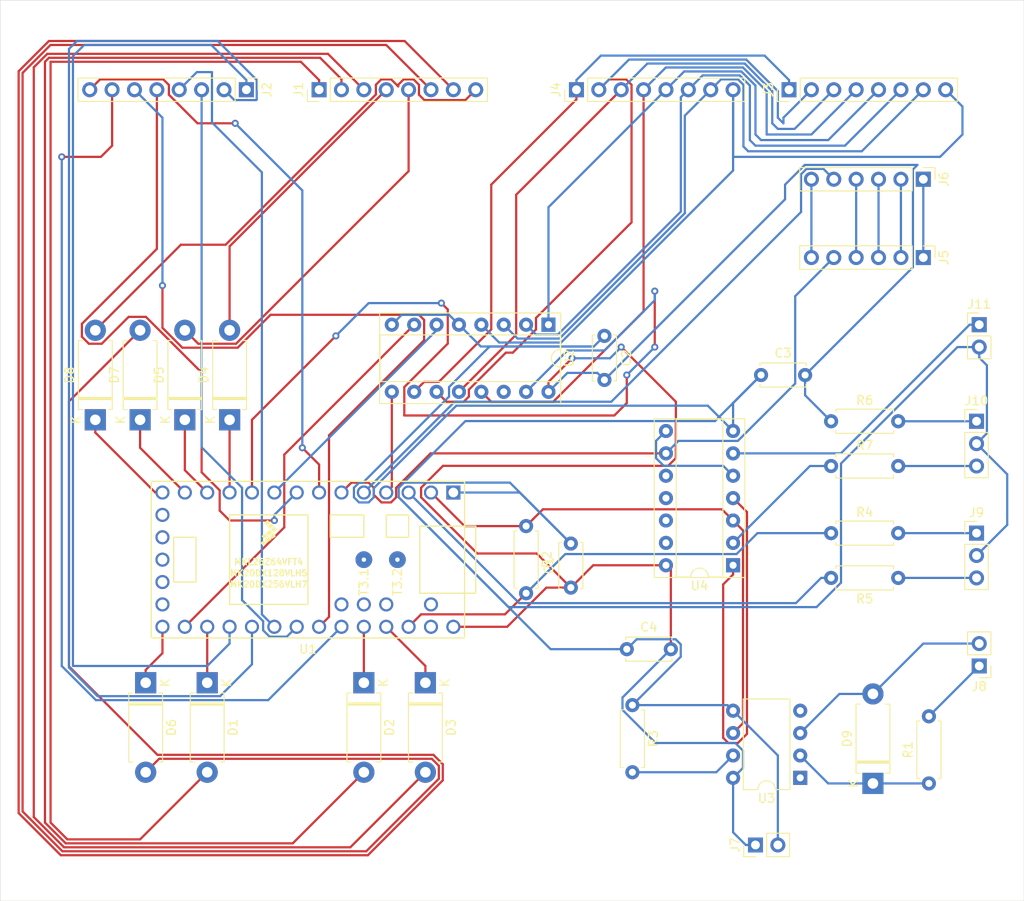
<source format=kicad_pcb>
(kicad_pcb (version 20171130) (host pcbnew "(5.0.2)-1")

  (general
    (thickness 1.6)
    (drawings 4)
    (tracks 525)
    (zones 0)
    (modules 35)
    (nets 61)
  )

  (page A4)
  (layers
    (0 F.Cu signal)
    (31 B.Cu signal)
    (32 B.Adhes user)
    (33 F.Adhes user)
    (34 B.Paste user)
    (35 F.Paste user)
    (36 B.SilkS user)
    (37 F.SilkS user)
    (38 B.Mask user)
    (39 F.Mask user)
    (40 Dwgs.User user)
    (41 Cmts.User user)
    (42 Eco1.User user)
    (43 Eco2.User user)
    (44 Edge.Cuts user)
    (45 Margin user)
    (46 B.CrtYd user)
    (47 F.CrtYd user)
    (48 B.Fab user)
    (49 F.Fab user)
  )

  (setup
    (last_trace_width 0.25)
    (trace_clearance 0.2)
    (zone_clearance 0.508)
    (zone_45_only no)
    (trace_min 0.2)
    (segment_width 0.2)
    (edge_width 0.05)
    (via_size 0.8)
    (via_drill 0.4)
    (via_min_size 0.4)
    (via_min_drill 0.3)
    (uvia_size 0.3)
    (uvia_drill 0.1)
    (uvias_allowed no)
    (uvia_min_size 0.2)
    (uvia_min_drill 0.1)
    (pcb_text_width 0.3)
    (pcb_text_size 1.5 1.5)
    (mod_edge_width 0.12)
    (mod_text_size 1 1)
    (mod_text_width 0.15)
    (pad_size 1.524 1.524)
    (pad_drill 0.762)
    (pad_to_mask_clearance 0.051)
    (solder_mask_min_width 0.25)
    (aux_axis_origin 0 0)
    (visible_elements 7FFFFFFF)
    (pcbplotparams
      (layerselection 0x010fc_ffffffff)
      (usegerberextensions false)
      (usegerberattributes false)
      (usegerberadvancedattributes false)
      (creategerberjobfile false)
      (excludeedgelayer true)
      (linewidth 0.100000)
      (plotframeref false)
      (viasonmask false)
      (mode 1)
      (useauxorigin false)
      (hpglpennumber 1)
      (hpglpenspeed 20)
      (hpglpendiameter 15.000000)
      (psnegative false)
      (psa4output false)
      (plotreference true)
      (plotvalue true)
      (plotinvisibletext false)
      (padsonsilk false)
      (subtractmaskfromsilk false)
      (outputformat 1)
      (mirror false)
      (drillshape 0)
      (scaleselection 1)
      (outputdirectory ""))
  )

  (net 0 "")
  (net 1 GND)
  (net 2 +5V)
  (net 3 "Net-(D1-Pad2)")
  (net 4 CN29_1)
  (net 5 "Net-(D2-Pad2)")
  (net 6 CN29_2)
  (net 7 "Net-(D3-Pad2)")
  (net 8 CN29_3)
  (net 9 "Net-(D4-Pad2)")
  (net 10 CN29_4)
  (net 11 "Net-(D5-Pad2)")
  (net 12 CN29_5)
  (net 13 "Net-(D6-Pad2)")
  (net 14 CN29_6)
  (net 15 "Net-(D7-Pad2)")
  (net 16 CN29_7)
  (net 17 "Net-(D8-Pad2)")
  (net 18 CN29_8)
  (net 19 "Net-(D9-Pad2)")
  (net 20 "Net-(D9-Pad1)")
  (net 21 CN29KB_8)
  (net 22 CN29KB_7)
  (net 23 CN29KB_6)
  (net 24 CN29KB_5)
  (net 25 CN29KB_4)
  (net 26 CN29KB_3)
  (net 27 CN29KB_2)
  (net 28 CN29KB_1)
  (net 29 "Net-(J3-Pad8)")
  (net 30 "Net-(J3-Pad7)")
  (net 31 "Net-(J3-Pad6)")
  (net 32 "Net-(J3-Pad5)")
  (net 33 "Net-(J3-Pad4)")
  (net 34 "Net-(J3-Pad3)")
  (net 35 "Net-(J3-Pad2)")
  (net 36 "Net-(J3-Pad1)")
  (net 37 "Net-(J5-Pad6)")
  (net 38 ARP_OUT)
  (net 39 "Net-(J5-Pad4)")
  (net 40 "Net-(J5-Pad3)")
  (net 41 "Net-(J5-Pad2)")
  (net 42 "Net-(J5-Pad1)")
  (net 43 ARP_IN)
  (net 44 "Net-(J8-Pad1)")
  (net 45 "Net-(J9-Pad3)")
  (net 46 "Net-(J9-Pad1)")
  (net 47 "Net-(J10-Pad3)")
  (net 48 "Net-(J10-Pad1)")
  (net 49 "Net-(J11-Pad1)")
  (net 50 +3V3)
  (net 51 MIDI_IN)
  (net 52 "Net-(R3-Pad2)")
  (net 53 MIDI_OUT)
  (net 54 "Net-(R7-Pad1)")
  (net 55 A0)
  (net 56 A2)
  (net 57 EO)
  (net 58 A1)
  (net 59 "Net-(U4-Pad5)")
  (net 60 "Net-(U4-Pad1)")

  (net_class Default "Dit is de standaard class."
    (clearance 0.2)
    (trace_width 0.25)
    (via_dia 0.8)
    (via_drill 0.4)
    (uvia_dia 0.3)
    (uvia_drill 0.1)
    (add_net +3V3)
    (add_net +5V)
    (add_net A0)
    (add_net A1)
    (add_net A2)
    (add_net ARP_IN)
    (add_net ARP_OUT)
    (add_net CN29KB_1)
    (add_net CN29KB_2)
    (add_net CN29KB_3)
    (add_net CN29KB_4)
    (add_net CN29KB_5)
    (add_net CN29KB_6)
    (add_net CN29KB_7)
    (add_net CN29KB_8)
    (add_net CN29_1)
    (add_net CN29_2)
    (add_net CN29_3)
    (add_net CN29_4)
    (add_net CN29_5)
    (add_net CN29_6)
    (add_net CN29_7)
    (add_net CN29_8)
    (add_net EO)
    (add_net GND)
    (add_net MIDI_IN)
    (add_net MIDI_OUT)
    (add_net "Net-(D1-Pad2)")
    (add_net "Net-(D2-Pad2)")
    (add_net "Net-(D3-Pad2)")
    (add_net "Net-(D4-Pad2)")
    (add_net "Net-(D5-Pad2)")
    (add_net "Net-(D6-Pad2)")
    (add_net "Net-(D7-Pad2)")
    (add_net "Net-(D8-Pad2)")
    (add_net "Net-(D9-Pad1)")
    (add_net "Net-(D9-Pad2)")
    (add_net "Net-(J10-Pad1)")
    (add_net "Net-(J10-Pad3)")
    (add_net "Net-(J11-Pad1)")
    (add_net "Net-(J3-Pad1)")
    (add_net "Net-(J3-Pad2)")
    (add_net "Net-(J3-Pad3)")
    (add_net "Net-(J3-Pad4)")
    (add_net "Net-(J3-Pad5)")
    (add_net "Net-(J3-Pad6)")
    (add_net "Net-(J3-Pad7)")
    (add_net "Net-(J3-Pad8)")
    (add_net "Net-(J5-Pad1)")
    (add_net "Net-(J5-Pad2)")
    (add_net "Net-(J5-Pad3)")
    (add_net "Net-(J5-Pad4)")
    (add_net "Net-(J5-Pad6)")
    (add_net "Net-(J8-Pad1)")
    (add_net "Net-(J9-Pad1)")
    (add_net "Net-(J9-Pad3)")
    (add_net "Net-(R3-Pad2)")
    (add_net "Net-(R7-Pad1)")
    (add_net "Net-(U4-Pad1)")
    (add_net "Net-(U4-Pad5)")
  )

  (module teensy:Teensy30_31_32_LC (layer F.Cu) (tedit 5D5216D8) (tstamp 5E9A4B94)
    (at 79.375 100.965 180)
    (path /5E9958A4)
    (fp_text reference U1 (at 0 -10.16 180) (layer F.SilkS)
      (effects (font (size 1 1) (thickness 0.15)))
    )
    (fp_text value Teensy3.2 (at 0 10.16 180) (layer F.Fab)
      (effects (font (size 1 1) (thickness 0.15)))
    )
    (fp_text user MK20DX128VLH5 (at 4.445 -1.524 180) (layer F.SilkS)
      (effects (font (size 0.7 0.7) (thickness 0.15)))
    )
    (fp_text user MKL26Z64VFT4 (at 4.445 -0.254 180) (layer F.SilkS)
      (effects (font (size 0.7 0.7) (thickness 0.15)))
    )
    (fp_text user MK20DX256VLH7 (at 4.445 -2.794 180) (layer F.SilkS)
      (effects (font (size 0.7 0.7) (thickness 0.15)))
    )
    (fp_poly (pts (xy 4.826 2.921) (xy 4.572 2.667) (xy 4.953 2.413) (xy 5.207 2.667)) (layer F.SilkS) (width 0.1))
    (fp_poly (pts (xy 3.81 3.683) (xy 3.556 3.429) (xy 3.937 3.175) (xy 4.191 3.429)) (layer F.SilkS) (width 0.1))
    (fp_poly (pts (xy 4.572 4.445) (xy 4.318 4.191) (xy 4.699 3.937) (xy 4.953 4.191)) (layer F.SilkS) (width 0.1))
    (fp_poly (pts (xy 4.445 2.54) (xy 4.191 2.286) (xy 4.572 2.032) (xy 4.826 2.286)) (layer F.SilkS) (width 0.1))
    (fp_poly (pts (xy 4.191 4.064) (xy 3.937 3.81) (xy 4.318 3.556) (xy 4.572 3.81)) (layer F.SilkS) (width 0.1))
    (fp_poly (pts (xy 4.953 2.159) (xy 4.699 1.905) (xy 5.08 1.651) (xy 5.334 1.905)) (layer F.SilkS) (width 0.1))
    (fp_poly (pts (xy 4.318 3.302) (xy 4.064 3.048) (xy 4.445 2.794) (xy 4.699 3.048)) (layer F.SilkS) (width 0.1))
    (fp_poly (pts (xy 3.937 2.921) (xy 3.683 2.667) (xy 4.064 2.413) (xy 4.318 2.667)) (layer F.SilkS) (width 0.1))
    (fp_line (start -17.78 8.89) (end -17.78 -8.89) (layer F.SilkS) (width 0.15))
    (fp_line (start 17.78 8.89) (end -17.78 8.89) (layer F.SilkS) (width 0.15))
    (fp_line (start 17.78 -8.89) (end 17.78 8.89) (layer F.SilkS) (width 0.15))
    (fp_line (start -17.78 -8.89) (end 17.78 -8.89) (layer F.SilkS) (width 0.15))
    (fp_line (start 8.89 5.08) (end 0 5.08) (layer F.SilkS) (width 0.15))
    (fp_line (start 8.89 -5.08) (end 0 -5.08) (layer F.SilkS) (width 0.15))
    (fp_line (start 0 -5.08) (end 0 5.08) (layer F.SilkS) (width 0.15))
    (fp_line (start 8.89 5.08) (end 8.89 -5.08) (layer F.SilkS) (width 0.15))
    (fp_line (start 12.7 -2.54) (end 15.24 -2.54) (layer F.SilkS) (width 0.15))
    (fp_line (start 12.7 2.54) (end 12.7 -2.54) (layer F.SilkS) (width 0.15))
    (fp_line (start 15.24 2.54) (end 12.7 2.54) (layer F.SilkS) (width 0.15))
    (fp_line (start 15.24 -2.54) (end 15.24 2.54) (layer F.SilkS) (width 0.15))
    (fp_line (start -11.43 2.54) (end -11.43 5.08) (layer F.SilkS) (width 0.15))
    (fp_line (start -8.89 2.54) (end -11.43 2.54) (layer F.SilkS) (width 0.15))
    (fp_line (start -8.89 5.08) (end -8.89 2.54) (layer F.SilkS) (width 0.15))
    (fp_line (start -11.43 5.08) (end -8.89 5.08) (layer F.SilkS) (width 0.15))
    (fp_line (start -12.7 3.81) (end -17.78 3.81) (layer F.SilkS) (width 0.15))
    (fp_line (start -12.7 -3.81) (end -17.78 -3.81) (layer F.SilkS) (width 0.15))
    (fp_line (start -12.7 3.81) (end -12.7 -3.81) (layer F.SilkS) (width 0.15))
    (fp_line (start -6.35 2.54) (end -6.35 5.08) (layer F.SilkS) (width 0.15))
    (fp_line (start -2.54 2.54) (end -6.35 2.54) (layer F.SilkS) (width 0.15))
    (fp_line (start -2.54 5.08) (end -2.54 2.54) (layer F.SilkS) (width 0.15))
    (fp_line (start -6.35 5.08) (end -2.54 5.08) (layer F.SilkS) (width 0.15))
    (fp_line (start -19.05 -3.81) (end -17.78 -3.81) (layer F.SilkS) (width 0.15))
    (fp_line (start -19.05 3.81) (end -19.05 -3.81) (layer F.SilkS) (width 0.15))
    (fp_line (start -17.78 3.81) (end -19.05 3.81) (layer F.SilkS) (width 0.15))
    (fp_text user T3.1 (at -6.35 -2.54 90) (layer F.SilkS)
      (effects (font (size 1 1) (thickness 0.15)))
    )
    (fp_text user T3.2 (at -10.16 -2.54 90) (layer F.SilkS)
      (effects (font (size 1 1) (thickness 0.15)))
    )
    (pad 52 thru_hole circle (at -10.16 0 180) (size 1.9 1.9) (drill 0.5) (layers *.Cu *.Mask))
    (pad 52 thru_hole circle (at -6.35 0 180) (size 1.9 1.9) (drill 0.5) (layers *.Cu *.Mask))
    (pad 1 thru_hole rect (at -16.51 7.62 180) (size 1.6 1.6) (drill 1.1) (layers *.Cu *.Mask)
      (net 1 GND))
    (pad 2 thru_hole circle (at -13.97 7.62 180) (size 1.6 1.6) (drill 1.1) (layers *.Cu *.Mask)
      (net 51 MIDI_IN))
    (pad 3 thru_hole circle (at -11.43 7.62 180) (size 1.6 1.6) (drill 1.1) (layers *.Cu *.Mask)
      (net 53 MIDI_OUT))
    (pad 4 thru_hole circle (at -8.89 7.62 180) (size 1.6 1.6) (drill 1.1) (layers *.Cu *.Mask)
      (net 55 A0))
    (pad 5 thru_hole circle (at -6.35 7.62 180) (size 1.6 1.6) (drill 1.1) (layers *.Cu *.Mask)
      (net 43 ARP_IN))
    (pad 6 thru_hole circle (at -3.81 7.62 180) (size 1.6 1.6) (drill 1.1) (layers *.Cu *.Mask)
      (net 38 ARP_OUT))
    (pad 7 thru_hole circle (at -1.27 7.62 180) (size 1.6 1.6) (drill 1.1) (layers *.Cu *.Mask)
      (net 21 CN29KB_8))
    (pad 8 thru_hole circle (at 1.27 7.62 180) (size 1.6 1.6) (drill 1.1) (layers *.Cu *.Mask)
      (net 24 CN29KB_5))
    (pad 9 thru_hole circle (at 3.81 7.62 180) (size 1.6 1.6) (drill 1.1) (layers *.Cu *.Mask)
      (net 56 A2))
    (pad 10 thru_hole circle (at 6.35 7.62 180) (size 1.6 1.6) (drill 1.1) (layers *.Cu *.Mask)
      (net 57 EO))
    (pad 11 thru_hole circle (at 8.89 7.62 180) (size 1.6 1.6) (drill 1.1) (layers *.Cu *.Mask)
      (net 10 CN29_4))
    (pad 12 thru_hole circle (at 11.43 7.62 180) (size 1.6 1.6) (drill 1.1) (layers *.Cu *.Mask)
      (net 12 CN29_5))
    (pad 13 thru_hole circle (at 13.97 7.62 180) (size 1.6 1.6) (drill 1.1) (layers *.Cu *.Mask)
      (net 16 CN29_7))
    (pad 37 thru_hole circle (at -3.81 -5.08 180) (size 1.6 1.6) (drill 1.1) (layers *.Cu *.Mask))
    (pad 36 thru_hole circle (at -6.35 -5.08 180) (size 1.6 1.6) (drill 1.1) (layers *.Cu *.Mask))
    (pad 35 thru_hole circle (at -8.89 -5.08 180) (size 1.6 1.6) (drill 1.1) (layers *.Cu *.Mask))
    (pad 34 thru_hole circle (at -13.97 -5.08 180) (size 1.6 1.6) (drill 1.1) (layers *.Cu *.Mask))
    (pad 33 thru_hole circle (at -16.51 -7.62 180) (size 1.6 1.6) (drill 1.1) (layers *.Cu *.Mask)
      (net 2 +5V))
    (pad 32 thru_hole circle (at -13.97 -7.62 180) (size 1.6 1.6) (drill 1.1) (layers *.Cu *.Mask))
    (pad 31 thru_hole circle (at -11.43 -7.62 180) (size 1.6 1.6) (drill 1.1) (layers *.Cu *.Mask)
      (net 50 +3V3))
    (pad 30 thru_hole circle (at -8.89 -7.62 180) (size 1.6 1.6) (drill 1.1) (layers *.Cu *.Mask)
      (net 8 CN29_3))
    (pad 29 thru_hole circle (at -6.35 -7.62 180) (size 1.6 1.6) (drill 1.1) (layers *.Cu *.Mask)
      (net 6 CN29_2))
    (pad 28 thru_hole circle (at -3.81 -7.62 180) (size 1.6 1.6) (drill 1.1) (layers *.Cu *.Mask)
      (net 22 CN29KB_7))
    (pad 27 thru_hole circle (at -1.27 -7.62 180) (size 1.6 1.6) (drill 1.1) (layers *.Cu *.Mask)
      (net 23 CN29KB_6))
    (pad 26 thru_hole circle (at 1.27 -7.62 180) (size 1.6 1.6) (drill 1.1) (layers *.Cu *.Mask)
      (net 26 CN29KB_3))
    (pad 25 thru_hole circle (at 3.81 -7.62 180) (size 1.6 1.6) (drill 1.1) (layers *.Cu *.Mask)
      (net 25 CN29KB_4))
    (pad 24 thru_hole circle (at 6.35 -7.62 180) (size 1.6 1.6) (drill 1.1) (layers *.Cu *.Mask)
      (net 27 CN29KB_2))
    (pad 23 thru_hole circle (at 8.89 -7.62 180) (size 1.6 1.6) (drill 1.1) (layers *.Cu *.Mask)
      (net 28 CN29KB_1))
    (pad 22 thru_hole circle (at 11.43 -7.62 180) (size 1.6 1.6) (drill 1.1) (layers *.Cu *.Mask)
      (net 4 CN29_1))
    (pad 21 thru_hole circle (at 13.97 -7.62 180) (size 1.6 1.6) (drill 1.1) (layers *.Cu *.Mask)
      (net 58 A1))
    (pad 14 thru_hole circle (at 16.51 7.62 180) (size 1.6 1.6) (drill 1.1) (layers *.Cu *.Mask)
      (net 18 CN29_8))
    (pad 15 thru_hole circle (at 16.51 5.08 180) (size 1.6 1.6) (drill 1.1) (layers *.Cu *.Mask))
    (pad 16 thru_hole circle (at 16.51 2.54 180) (size 1.6 1.6) (drill 1.1) (layers *.Cu *.Mask))
    (pad 20 thru_hole circle (at 16.51 -7.62 180) (size 1.6 1.6) (drill 1.1) (layers *.Cu *.Mask)
      (net 14 CN29_6))
    (pad 19 thru_hole circle (at 16.51 -5.08 180) (size 1.6 1.6) (drill 1.1) (layers *.Cu *.Mask))
    (pad 18 thru_hole circle (at 16.51 -2.54 180) (size 1.6 1.6) (drill 1.1) (layers *.Cu *.Mask))
    (pad 17 thru_hole circle (at 16.51 0 180) (size 1.6 1.6) (drill 1.1) (layers *.Cu *.Mask))
  )

  (module Package_DIP:DIP-8_W7.62mm (layer F.Cu) (tedit 5A02E8C5) (tstamp 5E9A4BE4)
    (at 135.255 125.73 180)
    (descr "8-lead though-hole mounted DIP package, row spacing 7.62 mm (300 mils)")
    (tags "THT DIP DIL PDIP 2.54mm 7.62mm 300mil")
    (path /5EB105AD)
    (fp_text reference U3 (at 3.81 -2.33) (layer F.SilkS)
      (effects (font (size 1 1) (thickness 0.15)))
    )
    (fp_text value 6N138 (at 3.81 9.95) (layer F.Fab)
      (effects (font (size 1 1) (thickness 0.15)))
    )
    (fp_text user %R (at 3.81 3.81) (layer F.Fab)
      (effects (font (size 1 1) (thickness 0.15)))
    )
    (fp_line (start 8.7 -1.55) (end -1.1 -1.55) (layer F.CrtYd) (width 0.05))
    (fp_line (start 8.7 9.15) (end 8.7 -1.55) (layer F.CrtYd) (width 0.05))
    (fp_line (start -1.1 9.15) (end 8.7 9.15) (layer F.CrtYd) (width 0.05))
    (fp_line (start -1.1 -1.55) (end -1.1 9.15) (layer F.CrtYd) (width 0.05))
    (fp_line (start 6.46 -1.33) (end 4.81 -1.33) (layer F.SilkS) (width 0.12))
    (fp_line (start 6.46 8.95) (end 6.46 -1.33) (layer F.SilkS) (width 0.12))
    (fp_line (start 1.16 8.95) (end 6.46 8.95) (layer F.SilkS) (width 0.12))
    (fp_line (start 1.16 -1.33) (end 1.16 8.95) (layer F.SilkS) (width 0.12))
    (fp_line (start 2.81 -1.33) (end 1.16 -1.33) (layer F.SilkS) (width 0.12))
    (fp_line (start 0.635 -0.27) (end 1.635 -1.27) (layer F.Fab) (width 0.1))
    (fp_line (start 0.635 8.89) (end 0.635 -0.27) (layer F.Fab) (width 0.1))
    (fp_line (start 6.985 8.89) (end 0.635 8.89) (layer F.Fab) (width 0.1))
    (fp_line (start 6.985 -1.27) (end 6.985 8.89) (layer F.Fab) (width 0.1))
    (fp_line (start 1.635 -1.27) (end 6.985 -1.27) (layer F.Fab) (width 0.1))
    (fp_arc (start 3.81 -1.33) (end 2.81 -1.33) (angle -180) (layer F.SilkS) (width 0.12))
    (pad 8 thru_hole oval (at 7.62 0 180) (size 1.6 1.6) (drill 0.8) (layers *.Cu *.Mask)
      (net 2 +5V))
    (pad 4 thru_hole oval (at 0 7.62 180) (size 1.6 1.6) (drill 0.8) (layers *.Cu *.Mask))
    (pad 7 thru_hole oval (at 7.62 2.54 180) (size 1.6 1.6) (drill 0.8) (layers *.Cu *.Mask)
      (net 52 "Net-(R3-Pad2)"))
    (pad 3 thru_hole oval (at 0 5.08 180) (size 1.6 1.6) (drill 0.8) (layers *.Cu *.Mask)
      (net 19 "Net-(D9-Pad2)"))
    (pad 6 thru_hole oval (at 7.62 5.08 180) (size 1.6 1.6) (drill 0.8) (layers *.Cu *.Mask)
      (net 51 MIDI_IN))
    (pad 2 thru_hole oval (at 0 2.54 180) (size 1.6 1.6) (drill 0.8) (layers *.Cu *.Mask)
      (net 20 "Net-(D9-Pad1)"))
    (pad 5 thru_hole oval (at 7.62 7.62 180) (size 1.6 1.6) (drill 0.8) (layers *.Cu *.Mask)
      (net 1 GND))
    (pad 1 thru_hole rect (at 0 0 180) (size 1.6 1.6) (drill 0.8) (layers *.Cu *.Mask))
    (model ${KISYS3DMOD}/Package_DIP.3dshapes/DIP-8_W7.62mm.wrl
      (at (xyz 0 0 0))
      (scale (xyz 1 1 1))
      (rotate (xyz 0 0 0))
    )
  )

  (module Resistor_THT:R_Axial_DIN0207_L6.3mm_D2.5mm_P7.62mm_Horizontal (layer F.Cu) (tedit 5AE5139B) (tstamp 5E9AC181)
    (at 138.76017 90.335537)
    (descr "Resistor, Axial_DIN0207 series, Axial, Horizontal, pin pitch=7.62mm, 0.25W = 1/4W, length*diameter=6.3*2.5mm^2, http://cdn-reichelt.de/documents/datenblatt/B400/1_4W%23YAG.pdf")
    (tags "Resistor Axial_DIN0207 series Axial Horizontal pin pitch 7.62mm 0.25W = 1/4W length 6.3mm diameter 2.5mm")
    (path /5EC7A181)
    (fp_text reference R7 (at 3.81 -2.37) (layer F.SilkS)
      (effects (font (size 1 1) (thickness 0.15)))
    )
    (fp_text value 220 (at 3.81 2.37) (layer F.Fab)
      (effects (font (size 1 1) (thickness 0.15)))
    )
    (fp_text user %R (at 3.81 0) (layer F.Fab)
      (effects (font (size 1 1) (thickness 0.15)))
    )
    (fp_line (start 8.67 -1.5) (end -1.05 -1.5) (layer F.CrtYd) (width 0.05))
    (fp_line (start 8.67 1.5) (end 8.67 -1.5) (layer F.CrtYd) (width 0.05))
    (fp_line (start -1.05 1.5) (end 8.67 1.5) (layer F.CrtYd) (width 0.05))
    (fp_line (start -1.05 -1.5) (end -1.05 1.5) (layer F.CrtYd) (width 0.05))
    (fp_line (start 7.08 1.37) (end 7.08 1.04) (layer F.SilkS) (width 0.12))
    (fp_line (start 0.54 1.37) (end 7.08 1.37) (layer F.SilkS) (width 0.12))
    (fp_line (start 0.54 1.04) (end 0.54 1.37) (layer F.SilkS) (width 0.12))
    (fp_line (start 7.08 -1.37) (end 7.08 -1.04) (layer F.SilkS) (width 0.12))
    (fp_line (start 0.54 -1.37) (end 7.08 -1.37) (layer F.SilkS) (width 0.12))
    (fp_line (start 0.54 -1.04) (end 0.54 -1.37) (layer F.SilkS) (width 0.12))
    (fp_line (start 7.62 0) (end 6.96 0) (layer F.Fab) (width 0.1))
    (fp_line (start 0 0) (end 0.66 0) (layer F.Fab) (width 0.1))
    (fp_line (start 6.96 -1.25) (end 0.66 -1.25) (layer F.Fab) (width 0.1))
    (fp_line (start 6.96 1.25) (end 6.96 -1.25) (layer F.Fab) (width 0.1))
    (fp_line (start 0.66 1.25) (end 6.96 1.25) (layer F.Fab) (width 0.1))
    (fp_line (start 0.66 -1.25) (end 0.66 1.25) (layer F.Fab) (width 0.1))
    (pad 2 thru_hole oval (at 7.62 0) (size 1.6 1.6) (drill 0.8) (layers *.Cu *.Mask)
      (net 47 "Net-(J10-Pad3)"))
    (pad 1 thru_hole circle (at 0 0) (size 1.6 1.6) (drill 0.8) (layers *.Cu *.Mask)
      (net 54 "Net-(R7-Pad1)"))
    (model ${KISYS3DMOD}/Resistor_THT.3dshapes/R_Axial_DIN0207_L6.3mm_D2.5mm_P7.62mm_Horizontal.wrl
      (at (xyz 0 0 0))
      (scale (xyz 1 1 1))
      (rotate (xyz 0 0 0))
    )
  )

  (module Resistor_THT:R_Axial_DIN0207_L6.3mm_D2.5mm_P7.62mm_Horizontal (layer F.Cu) (tedit 5AE5139B) (tstamp 5E9A4B2B)
    (at 138.76017 85.255537)
    (descr "Resistor, Axial_DIN0207 series, Axial, Horizontal, pin pitch=7.62mm, 0.25W = 1/4W, length*diameter=6.3*2.5mm^2, http://cdn-reichelt.de/documents/datenblatt/B400/1_4W%23YAG.pdf")
    (tags "Resistor Axial_DIN0207 series Axial Horizontal pin pitch 7.62mm 0.25W = 1/4W length 6.3mm diameter 2.5mm")
    (path /5EC79D2D)
    (fp_text reference R6 (at 3.81 -2.37) (layer F.SilkS)
      (effects (font (size 1 1) (thickness 0.15)))
    )
    (fp_text value 220 (at 3.81 2.37) (layer F.Fab)
      (effects (font (size 1 1) (thickness 0.15)))
    )
    (fp_text user %R (at 3.81 0) (layer F.Fab)
      (effects (font (size 1 1) (thickness 0.15)))
    )
    (fp_line (start 8.67 -1.5) (end -1.05 -1.5) (layer F.CrtYd) (width 0.05))
    (fp_line (start 8.67 1.5) (end 8.67 -1.5) (layer F.CrtYd) (width 0.05))
    (fp_line (start -1.05 1.5) (end 8.67 1.5) (layer F.CrtYd) (width 0.05))
    (fp_line (start -1.05 -1.5) (end -1.05 1.5) (layer F.CrtYd) (width 0.05))
    (fp_line (start 7.08 1.37) (end 7.08 1.04) (layer F.SilkS) (width 0.12))
    (fp_line (start 0.54 1.37) (end 7.08 1.37) (layer F.SilkS) (width 0.12))
    (fp_line (start 0.54 1.04) (end 0.54 1.37) (layer F.SilkS) (width 0.12))
    (fp_line (start 7.08 -1.37) (end 7.08 -1.04) (layer F.SilkS) (width 0.12))
    (fp_line (start 0.54 -1.37) (end 7.08 -1.37) (layer F.SilkS) (width 0.12))
    (fp_line (start 0.54 -1.04) (end 0.54 -1.37) (layer F.SilkS) (width 0.12))
    (fp_line (start 7.62 0) (end 6.96 0) (layer F.Fab) (width 0.1))
    (fp_line (start 0 0) (end 0.66 0) (layer F.Fab) (width 0.1))
    (fp_line (start 6.96 -1.25) (end 0.66 -1.25) (layer F.Fab) (width 0.1))
    (fp_line (start 6.96 1.25) (end 6.96 -1.25) (layer F.Fab) (width 0.1))
    (fp_line (start 0.66 1.25) (end 6.96 1.25) (layer F.Fab) (width 0.1))
    (fp_line (start 0.66 -1.25) (end 0.66 1.25) (layer F.Fab) (width 0.1))
    (pad 2 thru_hole oval (at 7.62 0) (size 1.6 1.6) (drill 0.8) (layers *.Cu *.Mask)
      (net 48 "Net-(J10-Pad1)"))
    (pad 1 thru_hole circle (at 0 0) (size 1.6 1.6) (drill 0.8) (layers *.Cu *.Mask)
      (net 2 +5V))
    (model ${KISYS3DMOD}/Resistor_THT.3dshapes/R_Axial_DIN0207_L6.3mm_D2.5mm_P7.62mm_Horizontal.wrl
      (at (xyz 0 0 0))
      (scale (xyz 1 1 1))
      (rotate (xyz 0 0 0))
    )
  )

  (module Resistor_THT:R_Axial_DIN0207_L6.3mm_D2.5mm_P7.62mm_Horizontal (layer F.Cu) (tedit 5AE5139B) (tstamp 5E9A4B14)
    (at 146.38017 103.035537 180)
    (descr "Resistor, Axial_DIN0207 series, Axial, Horizontal, pin pitch=7.62mm, 0.25W = 1/4W, length*diameter=6.3*2.5mm^2, http://cdn-reichelt.de/documents/datenblatt/B400/1_4W%23YAG.pdf")
    (tags "Resistor Axial_DIN0207 series Axial Horizontal pin pitch 7.62mm 0.25W = 1/4W length 6.3mm diameter 2.5mm")
    (path /5EBFA5C9)
    (fp_text reference R5 (at 3.81 -2.37) (layer F.SilkS)
      (effects (font (size 1 1) (thickness 0.15)))
    )
    (fp_text value 47 (at 3.81 2.37) (layer F.Fab)
      (effects (font (size 1 1) (thickness 0.15)))
    )
    (fp_text user %R (at 3.81 0) (layer F.Fab)
      (effects (font (size 1 1) (thickness 0.15)))
    )
    (fp_line (start 8.67 -1.5) (end -1.05 -1.5) (layer F.CrtYd) (width 0.05))
    (fp_line (start 8.67 1.5) (end 8.67 -1.5) (layer F.CrtYd) (width 0.05))
    (fp_line (start -1.05 1.5) (end 8.67 1.5) (layer F.CrtYd) (width 0.05))
    (fp_line (start -1.05 -1.5) (end -1.05 1.5) (layer F.CrtYd) (width 0.05))
    (fp_line (start 7.08 1.37) (end 7.08 1.04) (layer F.SilkS) (width 0.12))
    (fp_line (start 0.54 1.37) (end 7.08 1.37) (layer F.SilkS) (width 0.12))
    (fp_line (start 0.54 1.04) (end 0.54 1.37) (layer F.SilkS) (width 0.12))
    (fp_line (start 7.08 -1.37) (end 7.08 -1.04) (layer F.SilkS) (width 0.12))
    (fp_line (start 0.54 -1.37) (end 7.08 -1.37) (layer F.SilkS) (width 0.12))
    (fp_line (start 0.54 -1.04) (end 0.54 -1.37) (layer F.SilkS) (width 0.12))
    (fp_line (start 7.62 0) (end 6.96 0) (layer F.Fab) (width 0.1))
    (fp_line (start 0 0) (end 0.66 0) (layer F.Fab) (width 0.1))
    (fp_line (start 6.96 -1.25) (end 0.66 -1.25) (layer F.Fab) (width 0.1))
    (fp_line (start 6.96 1.25) (end 6.96 -1.25) (layer F.Fab) (width 0.1))
    (fp_line (start 0.66 1.25) (end 6.96 1.25) (layer F.Fab) (width 0.1))
    (fp_line (start 0.66 -1.25) (end 0.66 1.25) (layer F.Fab) (width 0.1))
    (pad 2 thru_hole oval (at 7.62 0 180) (size 1.6 1.6) (drill 0.8) (layers *.Cu *.Mask)
      (net 53 MIDI_OUT))
    (pad 1 thru_hole circle (at 0 0 180) (size 1.6 1.6) (drill 0.8) (layers *.Cu *.Mask)
      (net 45 "Net-(J9-Pad3)"))
    (model ${KISYS3DMOD}/Resistor_THT.3dshapes/R_Axial_DIN0207_L6.3mm_D2.5mm_P7.62mm_Horizontal.wrl
      (at (xyz 0 0 0))
      (scale (xyz 1 1 1))
      (rotate (xyz 0 0 0))
    )
  )

  (module Resistor_THT:R_Axial_DIN0207_L6.3mm_D2.5mm_P7.62mm_Horizontal (layer F.Cu) (tedit 5AE5139B) (tstamp 5E9A4AFD)
    (at 138.76017 97.955537)
    (descr "Resistor, Axial_DIN0207 series, Axial, Horizontal, pin pitch=7.62mm, 0.25W = 1/4W, length*diameter=6.3*2.5mm^2, http://cdn-reichelt.de/documents/datenblatt/B400/1_4W%23YAG.pdf")
    (tags "Resistor Axial_DIN0207 series Axial Horizontal pin pitch 7.62mm 0.25W = 1/4W length 6.3mm diameter 2.5mm")
    (path /5EBE6A8E)
    (fp_text reference R4 (at 3.81 -2.37) (layer F.SilkS)
      (effects (font (size 1 1) (thickness 0.15)))
    )
    (fp_text value 47 (at 3.81 2.37) (layer F.Fab)
      (effects (font (size 1 1) (thickness 0.15)))
    )
    (fp_text user %R (at 3.81 0) (layer F.Fab)
      (effects (font (size 1 1) (thickness 0.15)))
    )
    (fp_line (start 8.67 -1.5) (end -1.05 -1.5) (layer F.CrtYd) (width 0.05))
    (fp_line (start 8.67 1.5) (end 8.67 -1.5) (layer F.CrtYd) (width 0.05))
    (fp_line (start -1.05 1.5) (end 8.67 1.5) (layer F.CrtYd) (width 0.05))
    (fp_line (start -1.05 -1.5) (end -1.05 1.5) (layer F.CrtYd) (width 0.05))
    (fp_line (start 7.08 1.37) (end 7.08 1.04) (layer F.SilkS) (width 0.12))
    (fp_line (start 0.54 1.37) (end 7.08 1.37) (layer F.SilkS) (width 0.12))
    (fp_line (start 0.54 1.04) (end 0.54 1.37) (layer F.SilkS) (width 0.12))
    (fp_line (start 7.08 -1.37) (end 7.08 -1.04) (layer F.SilkS) (width 0.12))
    (fp_line (start 0.54 -1.37) (end 7.08 -1.37) (layer F.SilkS) (width 0.12))
    (fp_line (start 0.54 -1.04) (end 0.54 -1.37) (layer F.SilkS) (width 0.12))
    (fp_line (start 7.62 0) (end 6.96 0) (layer F.Fab) (width 0.1))
    (fp_line (start 0 0) (end 0.66 0) (layer F.Fab) (width 0.1))
    (fp_line (start 6.96 -1.25) (end 0.66 -1.25) (layer F.Fab) (width 0.1))
    (fp_line (start 6.96 1.25) (end 6.96 -1.25) (layer F.Fab) (width 0.1))
    (fp_line (start 0.66 1.25) (end 6.96 1.25) (layer F.Fab) (width 0.1))
    (fp_line (start 0.66 -1.25) (end 0.66 1.25) (layer F.Fab) (width 0.1))
    (pad 2 thru_hole oval (at 7.62 0) (size 1.6 1.6) (drill 0.8) (layers *.Cu *.Mask)
      (net 46 "Net-(J9-Pad1)"))
    (pad 1 thru_hole circle (at 0 0) (size 1.6 1.6) (drill 0.8) (layers *.Cu *.Mask)
      (net 50 +3V3))
    (model ${KISYS3DMOD}/Resistor_THT.3dshapes/R_Axial_DIN0207_L6.3mm_D2.5mm_P7.62mm_Horizontal.wrl
      (at (xyz 0 0 0))
      (scale (xyz 1 1 1))
      (rotate (xyz 0 0 0))
    )
  )

  (module Resistor_THT:R_Axial_DIN0207_L6.3mm_D2.5mm_P7.62mm_Horizontal (layer F.Cu) (tedit 5AE5139B) (tstamp 5E9A4AE6)
    (at 116.205 117.475 270)
    (descr "Resistor, Axial_DIN0207 series, Axial, Horizontal, pin pitch=7.62mm, 0.25W = 1/4W, length*diameter=6.3*2.5mm^2, http://cdn-reichelt.de/documents/datenblatt/B400/1_4W%23YAG.pdf")
    (tags "Resistor Axial_DIN0207 series Axial Horizontal pin pitch 7.62mm 0.25W = 1/4W length 6.3mm diameter 2.5mm")
    (path /5EB5DA41)
    (fp_text reference R3 (at 3.81 -2.37 90) (layer F.SilkS)
      (effects (font (size 1 1) (thickness 0.15)))
    )
    (fp_text value 10K (at 3.81 2.37 90) (layer F.Fab)
      (effects (font (size 1 1) (thickness 0.15)))
    )
    (fp_text user %R (at 3.81 0 90) (layer F.Fab)
      (effects (font (size 1 1) (thickness 0.15)))
    )
    (fp_line (start 8.67 -1.5) (end -1.05 -1.5) (layer F.CrtYd) (width 0.05))
    (fp_line (start 8.67 1.5) (end 8.67 -1.5) (layer F.CrtYd) (width 0.05))
    (fp_line (start -1.05 1.5) (end 8.67 1.5) (layer F.CrtYd) (width 0.05))
    (fp_line (start -1.05 -1.5) (end -1.05 1.5) (layer F.CrtYd) (width 0.05))
    (fp_line (start 7.08 1.37) (end 7.08 1.04) (layer F.SilkS) (width 0.12))
    (fp_line (start 0.54 1.37) (end 7.08 1.37) (layer F.SilkS) (width 0.12))
    (fp_line (start 0.54 1.04) (end 0.54 1.37) (layer F.SilkS) (width 0.12))
    (fp_line (start 7.08 -1.37) (end 7.08 -1.04) (layer F.SilkS) (width 0.12))
    (fp_line (start 0.54 -1.37) (end 7.08 -1.37) (layer F.SilkS) (width 0.12))
    (fp_line (start 0.54 -1.04) (end 0.54 -1.37) (layer F.SilkS) (width 0.12))
    (fp_line (start 7.62 0) (end 6.96 0) (layer F.Fab) (width 0.1))
    (fp_line (start 0 0) (end 0.66 0) (layer F.Fab) (width 0.1))
    (fp_line (start 6.96 -1.25) (end 0.66 -1.25) (layer F.Fab) (width 0.1))
    (fp_line (start 6.96 1.25) (end 6.96 -1.25) (layer F.Fab) (width 0.1))
    (fp_line (start 0.66 1.25) (end 6.96 1.25) (layer F.Fab) (width 0.1))
    (fp_line (start 0.66 -1.25) (end 0.66 1.25) (layer F.Fab) (width 0.1))
    (pad 2 thru_hole oval (at 7.62 0 270) (size 1.6 1.6) (drill 0.8) (layers *.Cu *.Mask)
      (net 52 "Net-(R3-Pad2)"))
    (pad 1 thru_hole circle (at 0 0 270) (size 1.6 1.6) (drill 0.8) (layers *.Cu *.Mask)
      (net 1 GND))
    (model ${KISYS3DMOD}/Resistor_THT.3dshapes/R_Axial_DIN0207_L6.3mm_D2.5mm_P7.62mm_Horizontal.wrl
      (at (xyz 0 0 0))
      (scale (xyz 1 1 1))
      (rotate (xyz 0 0 0))
    )
  )

  (module Resistor_THT:R_Axial_DIN0207_L6.3mm_D2.5mm_P7.62mm_Horizontal (layer F.Cu) (tedit 5AE5139B) (tstamp 5E9A4ACF)
    (at 104.14 97.155 270)
    (descr "Resistor, Axial_DIN0207 series, Axial, Horizontal, pin pitch=7.62mm, 0.25W = 1/4W, length*diameter=6.3*2.5mm^2, http://cdn-reichelt.de/documents/datenblatt/B400/1_4W%23YAG.pdf")
    (tags "Resistor Axial_DIN0207 series Axial Horizontal pin pitch 7.62mm 0.25W = 1/4W length 6.3mm diameter 2.5mm")
    (path /5EB558F2)
    (fp_text reference R2 (at 3.81 -2.37 270) (layer F.SilkS)
      (effects (font (size 1 1) (thickness 0.15)))
    )
    (fp_text value 470 (at 3.81 2.37 270) (layer F.Fab)
      (effects (font (size 1 1) (thickness 0.15)))
    )
    (fp_text user %R (at 5.08 0.635 270) (layer F.Fab)
      (effects (font (size 1 1) (thickness 0.15)))
    )
    (fp_line (start 8.67 -1.5) (end -1.05 -1.5) (layer F.CrtYd) (width 0.05))
    (fp_line (start 8.67 1.5) (end 8.67 -1.5) (layer F.CrtYd) (width 0.05))
    (fp_line (start -1.05 1.5) (end 8.67 1.5) (layer F.CrtYd) (width 0.05))
    (fp_line (start -1.05 -1.5) (end -1.05 1.5) (layer F.CrtYd) (width 0.05))
    (fp_line (start 7.08 1.37) (end 7.08 1.04) (layer F.SilkS) (width 0.12))
    (fp_line (start 0.54 1.37) (end 7.08 1.37) (layer F.SilkS) (width 0.12))
    (fp_line (start 0.54 1.04) (end 0.54 1.37) (layer F.SilkS) (width 0.12))
    (fp_line (start 7.08 -1.37) (end 7.08 -1.04) (layer F.SilkS) (width 0.12))
    (fp_line (start 0.54 -1.37) (end 7.08 -1.37) (layer F.SilkS) (width 0.12))
    (fp_line (start 0.54 -1.04) (end 0.54 -1.37) (layer F.SilkS) (width 0.12))
    (fp_line (start 7.62 0) (end 6.96 0) (layer F.Fab) (width 0.1))
    (fp_line (start 0 0) (end 0.66 0) (layer F.Fab) (width 0.1))
    (fp_line (start 6.96 -1.25) (end 0.66 -1.25) (layer F.Fab) (width 0.1))
    (fp_line (start 6.96 1.25) (end 6.96 -1.25) (layer F.Fab) (width 0.1))
    (fp_line (start 0.66 1.25) (end 6.96 1.25) (layer F.Fab) (width 0.1))
    (fp_line (start 0.66 -1.25) (end 0.66 1.25) (layer F.Fab) (width 0.1))
    (pad 2 thru_hole oval (at 7.62 0 270) (size 1.6 1.6) (drill 0.8) (layers *.Cu *.Mask)
      (net 50 +3V3))
    (pad 1 thru_hole circle (at 0 0 270) (size 1.6 1.6) (drill 0.8) (layers *.Cu *.Mask)
      (net 51 MIDI_IN))
    (model ${KISYS3DMOD}/Resistor_THT.3dshapes/R_Axial_DIN0207_L6.3mm_D2.5mm_P7.62mm_Horizontal.wrl
      (at (xyz 0 0 0))
      (scale (xyz 1 1 1))
      (rotate (xyz 0 0 0))
    )
  )

  (module Resistor_THT:R_Axial_DIN0207_L6.3mm_D2.5mm_P7.62mm_Horizontal (layer F.Cu) (tedit 5AE5139B) (tstamp 5E9A4AB8)
    (at 149.86 126.365 90)
    (descr "Resistor, Axial_DIN0207 series, Axial, Horizontal, pin pitch=7.62mm, 0.25W = 1/4W, length*diameter=6.3*2.5mm^2, http://cdn-reichelt.de/documents/datenblatt/B400/1_4W%23YAG.pdf")
    (tags "Resistor Axial_DIN0207 series Axial Horizontal pin pitch 7.62mm 0.25W = 1/4W length 6.3mm diameter 2.5mm")
    (path /5EB14E60)
    (fp_text reference R1 (at 3.81 -2.37 90) (layer F.SilkS)
      (effects (font (size 1 1) (thickness 0.15)))
    )
    (fp_text value 220 (at 3.81 2.37 90) (layer F.Fab)
      (effects (font (size 1 1) (thickness 0.15)))
    )
    (fp_text user %R (at 3.81 0 90) (layer F.Fab)
      (effects (font (size 1 1) (thickness 0.15)))
    )
    (fp_line (start 8.67 -1.5) (end -1.05 -1.5) (layer F.CrtYd) (width 0.05))
    (fp_line (start 8.67 1.5) (end 8.67 -1.5) (layer F.CrtYd) (width 0.05))
    (fp_line (start -1.05 1.5) (end 8.67 1.5) (layer F.CrtYd) (width 0.05))
    (fp_line (start -1.05 -1.5) (end -1.05 1.5) (layer F.CrtYd) (width 0.05))
    (fp_line (start 7.08 1.37) (end 7.08 1.04) (layer F.SilkS) (width 0.12))
    (fp_line (start 0.54 1.37) (end 7.08 1.37) (layer F.SilkS) (width 0.12))
    (fp_line (start 0.54 1.04) (end 0.54 1.37) (layer F.SilkS) (width 0.12))
    (fp_line (start 7.08 -1.37) (end 7.08 -1.04) (layer F.SilkS) (width 0.12))
    (fp_line (start 0.54 -1.37) (end 7.08 -1.37) (layer F.SilkS) (width 0.12))
    (fp_line (start 0.54 -1.04) (end 0.54 -1.37) (layer F.SilkS) (width 0.12))
    (fp_line (start 7.62 0) (end 6.96 0) (layer F.Fab) (width 0.1))
    (fp_line (start 0 0) (end 0.66 0) (layer F.Fab) (width 0.1))
    (fp_line (start 6.96 -1.25) (end 0.66 -1.25) (layer F.Fab) (width 0.1))
    (fp_line (start 6.96 1.25) (end 6.96 -1.25) (layer F.Fab) (width 0.1))
    (fp_line (start 0.66 1.25) (end 6.96 1.25) (layer F.Fab) (width 0.1))
    (fp_line (start 0.66 -1.25) (end 0.66 1.25) (layer F.Fab) (width 0.1))
    (pad 2 thru_hole oval (at 7.62 0 90) (size 1.6 1.6) (drill 0.8) (layers *.Cu *.Mask)
      (net 44 "Net-(J8-Pad1)"))
    (pad 1 thru_hole circle (at 0 0 90) (size 1.6 1.6) (drill 0.8) (layers *.Cu *.Mask)
      (net 20 "Net-(D9-Pad1)"))
    (model ${KISYS3DMOD}/Resistor_THT.3dshapes/R_Axial_DIN0207_L6.3mm_D2.5mm_P7.62mm_Horizontal.wrl
      (at (xyz 0 0 0))
      (scale (xyz 1 1 1))
      (rotate (xyz 0 0 0))
    )
  )

  (module Package_DIP:DIP-14_W7.62mm_Socket (layer F.Cu) (tedit 5A02E8C5) (tstamp 5E9A4C0E)
    (at 127.635 101.6 180)
    (descr "14-lead though-hole mounted DIP package, row spacing 7.62 mm (300 mils), Socket")
    (tags "THT DIP DIL PDIP 2.54mm 7.62mm 300mil Socket")
    (path /5ECBF864)
    (fp_text reference U4 (at 3.81 -2.33) (layer F.SilkS)
      (effects (font (size 1 1) (thickness 0.15)))
    )
    (fp_text value 74HC14 (at 3.81 17.57) (layer F.Fab)
      (effects (font (size 1 1) (thickness 0.15)))
    )
    (fp_text user %R (at 3.81 7.62) (layer F.Fab)
      (effects (font (size 1 1) (thickness 0.15)))
    )
    (fp_line (start 9.15 -1.6) (end -1.55 -1.6) (layer F.CrtYd) (width 0.05))
    (fp_line (start 9.15 16.85) (end 9.15 -1.6) (layer F.CrtYd) (width 0.05))
    (fp_line (start -1.55 16.85) (end 9.15 16.85) (layer F.CrtYd) (width 0.05))
    (fp_line (start -1.55 -1.6) (end -1.55 16.85) (layer F.CrtYd) (width 0.05))
    (fp_line (start 8.95 -1.39) (end -1.33 -1.39) (layer F.SilkS) (width 0.12))
    (fp_line (start 8.95 16.63) (end 8.95 -1.39) (layer F.SilkS) (width 0.12))
    (fp_line (start -1.33 16.63) (end 8.95 16.63) (layer F.SilkS) (width 0.12))
    (fp_line (start -1.33 -1.39) (end -1.33 16.63) (layer F.SilkS) (width 0.12))
    (fp_line (start 6.46 -1.33) (end 4.81 -1.33) (layer F.SilkS) (width 0.12))
    (fp_line (start 6.46 16.57) (end 6.46 -1.33) (layer F.SilkS) (width 0.12))
    (fp_line (start 1.16 16.57) (end 6.46 16.57) (layer F.SilkS) (width 0.12))
    (fp_line (start 1.16 -1.33) (end 1.16 16.57) (layer F.SilkS) (width 0.12))
    (fp_line (start 2.81 -1.33) (end 1.16 -1.33) (layer F.SilkS) (width 0.12))
    (fp_line (start 8.89 -1.33) (end -1.27 -1.33) (layer F.Fab) (width 0.1))
    (fp_line (start 8.89 16.57) (end 8.89 -1.33) (layer F.Fab) (width 0.1))
    (fp_line (start -1.27 16.57) (end 8.89 16.57) (layer F.Fab) (width 0.1))
    (fp_line (start -1.27 -1.33) (end -1.27 16.57) (layer F.Fab) (width 0.1))
    (fp_line (start 0.635 -0.27) (end 1.635 -1.27) (layer F.Fab) (width 0.1))
    (fp_line (start 0.635 16.51) (end 0.635 -0.27) (layer F.Fab) (width 0.1))
    (fp_line (start 6.985 16.51) (end 0.635 16.51) (layer F.Fab) (width 0.1))
    (fp_line (start 6.985 -1.27) (end 6.985 16.51) (layer F.Fab) (width 0.1))
    (fp_line (start 1.635 -1.27) (end 6.985 -1.27) (layer F.Fab) (width 0.1))
    (fp_arc (start 3.81 -1.33) (end 2.81 -1.33) (angle -180) (layer F.SilkS) (width 0.12))
    (pad 14 thru_hole oval (at 7.62 0 180) (size 1.6 1.6) (drill 0.8) (layers *.Cu *.Mask)
      (net 2 +5V))
    (pad 7 thru_hole oval (at 0 15.24 180) (size 1.6 1.6) (drill 0.8) (layers *.Cu *.Mask)
      (net 1 GND))
    (pad 13 thru_hole oval (at 7.62 2.54 180) (size 1.6 1.6) (drill 0.8) (layers *.Cu *.Mask))
    (pad 6 thru_hole oval (at 0 12.7 180) (size 1.6 1.6) (drill 0.8) (layers *.Cu *.Mask)
      (net 49 "Net-(J11-Pad1)"))
    (pad 12 thru_hole oval (at 7.62 5.08 180) (size 1.6 1.6) (drill 0.8) (layers *.Cu *.Mask))
    (pad 5 thru_hole oval (at 0 10.16 180) (size 1.6 1.6) (drill 0.8) (layers *.Cu *.Mask)
      (net 59 "Net-(U4-Pad5)"))
    (pad 11 thru_hole oval (at 7.62 7.62 180) (size 1.6 1.6) (drill 0.8) (layers *.Cu *.Mask))
    (pad 4 thru_hole oval (at 0 7.62 180) (size 1.6 1.6) (drill 0.8) (layers *.Cu *.Mask)
      (net 60 "Net-(U4-Pad1)"))
    (pad 10 thru_hole oval (at 7.62 10.16 180) (size 1.6 1.6) (drill 0.8) (layers *.Cu *.Mask))
    (pad 3 thru_hole oval (at 0 5.08 180) (size 1.6 1.6) (drill 0.8) (layers *.Cu *.Mask)
      (net 51 MIDI_IN))
    (pad 9 thru_hole oval (at 7.62 12.7 180) (size 1.6 1.6) (drill 0.8) (layers *.Cu *.Mask)
      (net 38 ARP_OUT))
    (pad 2 thru_hole oval (at 0 2.54 180) (size 1.6 1.6) (drill 0.8) (layers *.Cu *.Mask)
      (net 54 "Net-(R7-Pad1)"))
    (pad 8 thru_hole oval (at 7.62 15.24 180) (size 1.6 1.6) (drill 0.8) (layers *.Cu *.Mask)
      (net 59 "Net-(U4-Pad5)"))
    (pad 1 thru_hole rect (at 0 0 180) (size 1.6 1.6) (drill 0.8) (layers *.Cu *.Mask)
      (net 60 "Net-(U4-Pad1)"))
    (model ${KISYS3DMOD}/Package_DIP.3dshapes/DIP-14_W7.62mm_Socket.wrl
      (at (xyz 0 0 0))
      (scale (xyz 1 1 1))
      (rotate (xyz 0 0 0))
    )
  )

  (module Package_DIP:DIP-16_W7.62mm_Socket (layer F.Cu) (tedit 5A02E8C5) (tstamp 5E9A4BC0)
    (at 106.68 74.295 270)
    (descr "16-lead though-hole mounted DIP package, row spacing 7.62 mm (300 mils), Socket")
    (tags "THT DIP DIL PDIP 2.54mm 7.62mm 300mil Socket")
    (path /5E9EC651)
    (fp_text reference U2 (at 3.81 -2.33 270) (layer F.SilkS)
      (effects (font (size 1 1) (thickness 0.15)))
    )
    (fp_text value 74LS148 (at 3.81 20.11 270) (layer F.Fab)
      (effects (font (size 1 1) (thickness 0.15)))
    )
    (fp_text user %R (at 3.81 8.89 270) (layer F.Fab)
      (effects (font (size 1 1) (thickness 0.15)))
    )
    (fp_line (start 9.15 -1.6) (end -1.55 -1.6) (layer F.CrtYd) (width 0.05))
    (fp_line (start 9.15 19.4) (end 9.15 -1.6) (layer F.CrtYd) (width 0.05))
    (fp_line (start -1.55 19.4) (end 9.15 19.4) (layer F.CrtYd) (width 0.05))
    (fp_line (start -1.55 -1.6) (end -1.55 19.4) (layer F.CrtYd) (width 0.05))
    (fp_line (start 8.95 -1.39) (end -1.33 -1.39) (layer F.SilkS) (width 0.12))
    (fp_line (start 8.95 19.17) (end 8.95 -1.39) (layer F.SilkS) (width 0.12))
    (fp_line (start -1.33 19.17) (end 8.95 19.17) (layer F.SilkS) (width 0.12))
    (fp_line (start -1.33 -1.39) (end -1.33 19.17) (layer F.SilkS) (width 0.12))
    (fp_line (start 6.46 -1.33) (end 4.81 -1.33) (layer F.SilkS) (width 0.12))
    (fp_line (start 6.46 19.11) (end 6.46 -1.33) (layer F.SilkS) (width 0.12))
    (fp_line (start 1.16 19.11) (end 6.46 19.11) (layer F.SilkS) (width 0.12))
    (fp_line (start 1.16 -1.33) (end 1.16 19.11) (layer F.SilkS) (width 0.12))
    (fp_line (start 2.81 -1.33) (end 1.16 -1.33) (layer F.SilkS) (width 0.12))
    (fp_line (start 8.89 -1.33) (end -1.27 -1.33) (layer F.Fab) (width 0.1))
    (fp_line (start 8.89 19.11) (end 8.89 -1.33) (layer F.Fab) (width 0.1))
    (fp_line (start -1.27 19.11) (end 8.89 19.11) (layer F.Fab) (width 0.1))
    (fp_line (start -1.27 -1.33) (end -1.27 19.11) (layer F.Fab) (width 0.1))
    (fp_line (start 0.635 -0.27) (end 1.635 -1.27) (layer F.Fab) (width 0.1))
    (fp_line (start 0.635 19.05) (end 0.635 -0.27) (layer F.Fab) (width 0.1))
    (fp_line (start 6.985 19.05) (end 0.635 19.05) (layer F.Fab) (width 0.1))
    (fp_line (start 6.985 -1.27) (end 6.985 19.05) (layer F.Fab) (width 0.1))
    (fp_line (start 1.635 -1.27) (end 6.985 -1.27) (layer F.Fab) (width 0.1))
    (fp_arc (start 3.81 -1.33) (end 2.81 -1.33) (angle -180) (layer F.SilkS) (width 0.12))
    (pad 16 thru_hole oval (at 7.62 0 270) (size 1.6 1.6) (drill 0.8) (layers *.Cu *.Mask)
      (net 2 +5V))
    (pad 8 thru_hole oval (at 0 17.78 270) (size 1.6 1.6) (drill 0.8) (layers *.Cu *.Mask)
      (net 1 GND))
    (pad 15 thru_hole oval (at 7.62 2.54 270) (size 1.6 1.6) (drill 0.8) (layers *.Cu *.Mask)
      (net 57 EO))
    (pad 7 thru_hole oval (at 0 15.24 270) (size 1.6 1.6) (drill 0.8) (layers *.Cu *.Mask)
      (net 58 A1))
    (pad 14 thru_hole oval (at 7.62 5.08 270) (size 1.6 1.6) (drill 0.8) (layers *.Cu *.Mask))
    (pad 6 thru_hole oval (at 0 12.7 270) (size 1.6 1.6) (drill 0.8) (layers *.Cu *.Mask)
      (net 56 A2))
    (pad 13 thru_hole oval (at 7.62 7.62 270) (size 1.6 1.6) (drill 0.8) (layers *.Cu *.Mask)
      (net 33 "Net-(J3-Pad4)"))
    (pad 5 thru_hole oval (at 0 10.16 270) (size 1.6 1.6) (drill 0.8) (layers *.Cu *.Mask)
      (net 1 GND))
    (pad 12 thru_hole oval (at 7.62 10.16 270) (size 1.6 1.6) (drill 0.8) (layers *.Cu *.Mask)
      (net 34 "Net-(J3-Pad3)"))
    (pad 4 thru_hole oval (at 0 7.62 270) (size 1.6 1.6) (drill 0.8) (layers *.Cu *.Mask)
      (net 29 "Net-(J3-Pad8)"))
    (pad 11 thru_hole oval (at 7.62 12.7 270) (size 1.6 1.6) (drill 0.8) (layers *.Cu *.Mask)
      (net 35 "Net-(J3-Pad2)"))
    (pad 3 thru_hole oval (at 0 5.08 270) (size 1.6 1.6) (drill 0.8) (layers *.Cu *.Mask)
      (net 30 "Net-(J3-Pad7)"))
    (pad 10 thru_hole oval (at 7.62 15.24 270) (size 1.6 1.6) (drill 0.8) (layers *.Cu *.Mask)
      (net 36 "Net-(J3-Pad1)"))
    (pad 2 thru_hole oval (at 0 2.54 270) (size 1.6 1.6) (drill 0.8) (layers *.Cu *.Mask)
      (net 31 "Net-(J3-Pad6)"))
    (pad 9 thru_hole oval (at 7.62 17.78 270) (size 1.6 1.6) (drill 0.8) (layers *.Cu *.Mask)
      (net 55 A0))
    (pad 1 thru_hole rect (at 0 0 270) (size 1.6 1.6) (drill 0.8) (layers *.Cu *.Mask)
      (net 32 "Net-(J3-Pad5)"))
    (model ${KISYS3DMOD}/Package_DIP.3dshapes/DIP-16_W7.62mm_Socket.wrl
      (at (xyz 0 0 0))
      (scale (xyz 1 1 1))
      (rotate (xyz 0 0 0))
    )
  )

  (module Connector_PinHeader_2.54mm:PinHeader_1x02_P2.54mm_Vertical (layer F.Cu) (tedit 59FED5CC) (tstamp 5E9A4AA1)
    (at 155.575 74.295)
    (descr "Through hole straight pin header, 1x02, 2.54mm pitch, single row")
    (tags "Through hole pin header THT 1x02 2.54mm single row")
    (path /5ED1E024)
    (fp_text reference J11 (at 0 -2.33) (layer F.SilkS)
      (effects (font (size 1 1) (thickness 0.15)))
    )
    (fp_text value TRIGGER_OUT (at 0 4.87) (layer F.Fab)
      (effects (font (size 1 1) (thickness 0.15)))
    )
    (fp_text user %R (at 0 1.27 -90) (layer F.Fab)
      (effects (font (size 1 1) (thickness 0.15)))
    )
    (fp_line (start 1.8 -1.8) (end -1.8 -1.8) (layer F.CrtYd) (width 0.05))
    (fp_line (start 1.8 4.35) (end 1.8 -1.8) (layer F.CrtYd) (width 0.05))
    (fp_line (start -1.8 4.35) (end 1.8 4.35) (layer F.CrtYd) (width 0.05))
    (fp_line (start -1.8 -1.8) (end -1.8 4.35) (layer F.CrtYd) (width 0.05))
    (fp_line (start -1.33 -1.33) (end 0 -1.33) (layer F.SilkS) (width 0.12))
    (fp_line (start -1.33 0) (end -1.33 -1.33) (layer F.SilkS) (width 0.12))
    (fp_line (start -1.33 1.27) (end 1.33 1.27) (layer F.SilkS) (width 0.12))
    (fp_line (start 1.33 1.27) (end 1.33 3.87) (layer F.SilkS) (width 0.12))
    (fp_line (start -1.33 1.27) (end -1.33 3.87) (layer F.SilkS) (width 0.12))
    (fp_line (start -1.33 3.87) (end 1.33 3.87) (layer F.SilkS) (width 0.12))
    (fp_line (start -1.27 -0.635) (end -0.635 -1.27) (layer F.Fab) (width 0.1))
    (fp_line (start -1.27 3.81) (end -1.27 -0.635) (layer F.Fab) (width 0.1))
    (fp_line (start 1.27 3.81) (end -1.27 3.81) (layer F.Fab) (width 0.1))
    (fp_line (start 1.27 -1.27) (end 1.27 3.81) (layer F.Fab) (width 0.1))
    (fp_line (start -0.635 -1.27) (end 1.27 -1.27) (layer F.Fab) (width 0.1))
    (pad 2 thru_hole oval (at 0 2.54) (size 1.7 1.7) (drill 1) (layers *.Cu *.Mask)
      (net 1 GND))
    (pad 1 thru_hole rect (at 0 0) (size 1.7 1.7) (drill 1) (layers *.Cu *.Mask)
      (net 49 "Net-(J11-Pad1)"))
    (model ${KISYS3DMOD}/Connector_PinHeader_2.54mm.3dshapes/PinHeader_1x02_P2.54mm_Vertical.wrl
      (at (xyz 0 0 0))
      (scale (xyz 1 1 1))
      (rotate (xyz 0 0 0))
    )
  )

  (module Connector_PinHeader_2.54mm:PinHeader_1x03_P2.54mm_Vertical (layer F.Cu) (tedit 59FED5CC) (tstamp 5E9A4A8B)
    (at 155.27017 85.255537)
    (descr "Through hole straight pin header, 1x03, 2.54mm pitch, single row")
    (tags "Through hole pin header THT 1x03 2.54mm single row")
    (path /5EC589C2)
    (fp_text reference J10 (at 0 -2.33) (layer F.SilkS)
      (effects (font (size 1 1) (thickness 0.15)))
    )
    (fp_text value MIDI_THRU (at 0 7.41) (layer F.Fab)
      (effects (font (size 1 1) (thickness 0.15)))
    )
    (fp_text user %R (at 0 2.54 -90) (layer F.Fab)
      (effects (font (size 1 1) (thickness 0.15)))
    )
    (fp_line (start 1.8 -1.8) (end -1.8 -1.8) (layer F.CrtYd) (width 0.05))
    (fp_line (start 1.8 6.85) (end 1.8 -1.8) (layer F.CrtYd) (width 0.05))
    (fp_line (start -1.8 6.85) (end 1.8 6.85) (layer F.CrtYd) (width 0.05))
    (fp_line (start -1.8 -1.8) (end -1.8 6.85) (layer F.CrtYd) (width 0.05))
    (fp_line (start -1.33 -1.33) (end 0 -1.33) (layer F.SilkS) (width 0.12))
    (fp_line (start -1.33 0) (end -1.33 -1.33) (layer F.SilkS) (width 0.12))
    (fp_line (start -1.33 1.27) (end 1.33 1.27) (layer F.SilkS) (width 0.12))
    (fp_line (start 1.33 1.27) (end 1.33 6.41) (layer F.SilkS) (width 0.12))
    (fp_line (start -1.33 1.27) (end -1.33 6.41) (layer F.SilkS) (width 0.12))
    (fp_line (start -1.33 6.41) (end 1.33 6.41) (layer F.SilkS) (width 0.12))
    (fp_line (start -1.27 -0.635) (end -0.635 -1.27) (layer F.Fab) (width 0.1))
    (fp_line (start -1.27 6.35) (end -1.27 -0.635) (layer F.Fab) (width 0.1))
    (fp_line (start 1.27 6.35) (end -1.27 6.35) (layer F.Fab) (width 0.1))
    (fp_line (start 1.27 -1.27) (end 1.27 6.35) (layer F.Fab) (width 0.1))
    (fp_line (start -0.635 -1.27) (end 1.27 -1.27) (layer F.Fab) (width 0.1))
    (pad 3 thru_hole oval (at 0 5.08) (size 1.7 1.7) (drill 1) (layers *.Cu *.Mask)
      (net 47 "Net-(J10-Pad3)"))
    (pad 2 thru_hole oval (at 0 2.54) (size 1.7 1.7) (drill 1) (layers *.Cu *.Mask)
      (net 1 GND))
    (pad 1 thru_hole rect (at 0 0) (size 1.7 1.7) (drill 1) (layers *.Cu *.Mask)
      (net 48 "Net-(J10-Pad1)"))
    (model ${KISYS3DMOD}/Connector_PinHeader_2.54mm.3dshapes/PinHeader_1x03_P2.54mm_Vertical.wrl
      (at (xyz 0 0 0))
      (scale (xyz 1 1 1))
      (rotate (xyz 0 0 0))
    )
  )

  (module Connector_PinHeader_2.54mm:PinHeader_1x03_P2.54mm_Vertical (layer F.Cu) (tedit 59FED5CC) (tstamp 5E9A4A74)
    (at 155.27017 97.955537)
    (descr "Through hole straight pin header, 1x03, 2.54mm pitch, single row")
    (tags "Through hole pin header THT 1x03 2.54mm single row")
    (path /5EBDC297)
    (fp_text reference J9 (at 0 -2.33) (layer F.SilkS)
      (effects (font (size 1 1) (thickness 0.15)))
    )
    (fp_text value MIDI_OUT (at 0 7.41) (layer F.Fab)
      (effects (font (size 1 1) (thickness 0.15)))
    )
    (fp_text user %R (at 0 2.54 -90) (layer F.Fab)
      (effects (font (size 1 1) (thickness 0.15)))
    )
    (fp_line (start 1.8 -1.8) (end -1.8 -1.8) (layer F.CrtYd) (width 0.05))
    (fp_line (start 1.8 6.85) (end 1.8 -1.8) (layer F.CrtYd) (width 0.05))
    (fp_line (start -1.8 6.85) (end 1.8 6.85) (layer F.CrtYd) (width 0.05))
    (fp_line (start -1.8 -1.8) (end -1.8 6.85) (layer F.CrtYd) (width 0.05))
    (fp_line (start -1.33 -1.33) (end 0 -1.33) (layer F.SilkS) (width 0.12))
    (fp_line (start -1.33 0) (end -1.33 -1.33) (layer F.SilkS) (width 0.12))
    (fp_line (start -1.33 1.27) (end 1.33 1.27) (layer F.SilkS) (width 0.12))
    (fp_line (start 1.33 1.27) (end 1.33 6.41) (layer F.SilkS) (width 0.12))
    (fp_line (start -1.33 1.27) (end -1.33 6.41) (layer F.SilkS) (width 0.12))
    (fp_line (start -1.33 6.41) (end 1.33 6.41) (layer F.SilkS) (width 0.12))
    (fp_line (start -1.27 -0.635) (end -0.635 -1.27) (layer F.Fab) (width 0.1))
    (fp_line (start -1.27 6.35) (end -1.27 -0.635) (layer F.Fab) (width 0.1))
    (fp_line (start 1.27 6.35) (end -1.27 6.35) (layer F.Fab) (width 0.1))
    (fp_line (start 1.27 -1.27) (end 1.27 6.35) (layer F.Fab) (width 0.1))
    (fp_line (start -0.635 -1.27) (end 1.27 -1.27) (layer F.Fab) (width 0.1))
    (pad 3 thru_hole oval (at 0 5.08) (size 1.7 1.7) (drill 1) (layers *.Cu *.Mask)
      (net 45 "Net-(J9-Pad3)"))
    (pad 2 thru_hole oval (at 0 2.54) (size 1.7 1.7) (drill 1) (layers *.Cu *.Mask)
      (net 1 GND))
    (pad 1 thru_hole rect (at 0 0) (size 1.7 1.7) (drill 1) (layers *.Cu *.Mask)
      (net 46 "Net-(J9-Pad1)"))
    (model ${KISYS3DMOD}/Connector_PinHeader_2.54mm.3dshapes/PinHeader_1x03_P2.54mm_Vertical.wrl
      (at (xyz 0 0 0))
      (scale (xyz 1 1 1))
      (rotate (xyz 0 0 0))
    )
  )

  (module Connector_PinHeader_2.54mm:PinHeader_1x02_P2.54mm_Vertical (layer F.Cu) (tedit 59FED5CC) (tstamp 5E9A4A5D)
    (at 155.575 113.03 180)
    (descr "Through hole straight pin header, 1x02, 2.54mm pitch, single row")
    (tags "Through hole pin header THT 1x02 2.54mm single row")
    (path /5EB3E07F)
    (fp_text reference J8 (at 0 -2.33) (layer F.SilkS)
      (effects (font (size 1 1) (thickness 0.15)))
    )
    (fp_text value "MIDI IN" (at 0 4.87) (layer F.Fab)
      (effects (font (size 1 1) (thickness 0.15)))
    )
    (fp_text user %R (at 0 1.27 -90) (layer F.Fab)
      (effects (font (size 1 1) (thickness 0.15)))
    )
    (fp_line (start 1.8 -1.8) (end -1.8 -1.8) (layer F.CrtYd) (width 0.05))
    (fp_line (start 1.8 4.35) (end 1.8 -1.8) (layer F.CrtYd) (width 0.05))
    (fp_line (start -1.8 4.35) (end 1.8 4.35) (layer F.CrtYd) (width 0.05))
    (fp_line (start -1.8 -1.8) (end -1.8 4.35) (layer F.CrtYd) (width 0.05))
    (fp_line (start -1.33 -1.33) (end 0 -1.33) (layer F.SilkS) (width 0.12))
    (fp_line (start -1.33 0) (end -1.33 -1.33) (layer F.SilkS) (width 0.12))
    (fp_line (start -1.33 1.27) (end 1.33 1.27) (layer F.SilkS) (width 0.12))
    (fp_line (start 1.33 1.27) (end 1.33 3.87) (layer F.SilkS) (width 0.12))
    (fp_line (start -1.33 1.27) (end -1.33 3.87) (layer F.SilkS) (width 0.12))
    (fp_line (start -1.33 3.87) (end 1.33 3.87) (layer F.SilkS) (width 0.12))
    (fp_line (start -1.27 -0.635) (end -0.635 -1.27) (layer F.Fab) (width 0.1))
    (fp_line (start -1.27 3.81) (end -1.27 -0.635) (layer F.Fab) (width 0.1))
    (fp_line (start 1.27 3.81) (end -1.27 3.81) (layer F.Fab) (width 0.1))
    (fp_line (start 1.27 -1.27) (end 1.27 3.81) (layer F.Fab) (width 0.1))
    (fp_line (start -0.635 -1.27) (end 1.27 -1.27) (layer F.Fab) (width 0.1))
    (pad 2 thru_hole oval (at 0 2.54 180) (size 1.7 1.7) (drill 1) (layers *.Cu *.Mask)
      (net 19 "Net-(D9-Pad2)"))
    (pad 1 thru_hole rect (at 0 0 180) (size 1.7 1.7) (drill 1) (layers *.Cu *.Mask)
      (net 44 "Net-(J8-Pad1)"))
    (model ${KISYS3DMOD}/Connector_PinHeader_2.54mm.3dshapes/PinHeader_1x02_P2.54mm_Vertical.wrl
      (at (xyz 0 0 0))
      (scale (xyz 1 1 1))
      (rotate (xyz 0 0 0))
    )
  )

  (module Connector_PinHeader_2.54mm:PinHeader_1x02_P2.54mm_Vertical (layer F.Cu) (tedit 59FED5CC) (tstamp 5E9A4A47)
    (at 130.175 133.35 90)
    (descr "Through hole straight pin header, 1x02, 2.54mm pitch, single row")
    (tags "Through hole pin header THT 1x02 2.54mm single row")
    (path /5EAC6F97)
    (fp_text reference J7 (at 0 -2.33 90) (layer F.SilkS)
      (effects (font (size 1 1) (thickness 0.15)))
    )
    (fp_text value POWER (at 0 4.87 90) (layer F.Fab)
      (effects (font (size 1 1) (thickness 0.15)))
    )
    (fp_text user %R (at 0 1.27) (layer F.Fab)
      (effects (font (size 1 1) (thickness 0.15)))
    )
    (fp_line (start 1.8 -1.8) (end -1.8 -1.8) (layer F.CrtYd) (width 0.05))
    (fp_line (start 1.8 4.35) (end 1.8 -1.8) (layer F.CrtYd) (width 0.05))
    (fp_line (start -1.8 4.35) (end 1.8 4.35) (layer F.CrtYd) (width 0.05))
    (fp_line (start -1.8 -1.8) (end -1.8 4.35) (layer F.CrtYd) (width 0.05))
    (fp_line (start -1.33 -1.33) (end 0 -1.33) (layer F.SilkS) (width 0.12))
    (fp_line (start -1.33 0) (end -1.33 -1.33) (layer F.SilkS) (width 0.12))
    (fp_line (start -1.33 1.27) (end 1.33 1.27) (layer F.SilkS) (width 0.12))
    (fp_line (start 1.33 1.27) (end 1.33 3.87) (layer F.SilkS) (width 0.12))
    (fp_line (start -1.33 1.27) (end -1.33 3.87) (layer F.SilkS) (width 0.12))
    (fp_line (start -1.33 3.87) (end 1.33 3.87) (layer F.SilkS) (width 0.12))
    (fp_line (start -1.27 -0.635) (end -0.635 -1.27) (layer F.Fab) (width 0.1))
    (fp_line (start -1.27 3.81) (end -1.27 -0.635) (layer F.Fab) (width 0.1))
    (fp_line (start 1.27 3.81) (end -1.27 3.81) (layer F.Fab) (width 0.1))
    (fp_line (start 1.27 -1.27) (end 1.27 3.81) (layer F.Fab) (width 0.1))
    (fp_line (start -0.635 -1.27) (end 1.27 -1.27) (layer F.Fab) (width 0.1))
    (pad 2 thru_hole oval (at 0 2.54 90) (size 1.7 1.7) (drill 1) (layers *.Cu *.Mask)
      (net 1 GND))
    (pad 1 thru_hole rect (at 0 0 90) (size 1.7 1.7) (drill 1) (layers *.Cu *.Mask)
      (net 2 +5V))
    (model ${KISYS3DMOD}/Connector_PinHeader_2.54mm.3dshapes/PinHeader_1x02_P2.54mm_Vertical.wrl
      (at (xyz 0 0 0))
      (scale (xyz 1 1 1))
      (rotate (xyz 0 0 0))
    )
  )

  (module Connector_PinHeader_2.54mm:PinHeader_1x06_P2.54mm_Vertical (layer F.Cu) (tedit 59FED5CC) (tstamp 5E9A4A31)
    (at 149.225 57.785 270)
    (descr "Through hole straight pin header, 1x06, 2.54mm pitch, single row")
    (tags "Through hole pin header THT 1x06 2.54mm single row")
    (path /5EA77C5E)
    (fp_text reference J6 (at 0 -2.33 270) (layer F.SilkS)
      (effects (font (size 1 1) (thickness 0.15)))
    )
    (fp_text value ARP (at 0 15.03 270) (layer F.Fab)
      (effects (font (size 1 1) (thickness 0.15)))
    )
    (fp_text user %R (at 0 6.35 180) (layer F.Fab)
      (effects (font (size 1 1) (thickness 0.15)))
    )
    (fp_line (start 1.8 -1.8) (end -1.8 -1.8) (layer F.CrtYd) (width 0.05))
    (fp_line (start 1.8 14.5) (end 1.8 -1.8) (layer F.CrtYd) (width 0.05))
    (fp_line (start -1.8 14.5) (end 1.8 14.5) (layer F.CrtYd) (width 0.05))
    (fp_line (start -1.8 -1.8) (end -1.8 14.5) (layer F.CrtYd) (width 0.05))
    (fp_line (start -1.33 -1.33) (end 0 -1.33) (layer F.SilkS) (width 0.12))
    (fp_line (start -1.33 0) (end -1.33 -1.33) (layer F.SilkS) (width 0.12))
    (fp_line (start -1.33 1.27) (end 1.33 1.27) (layer F.SilkS) (width 0.12))
    (fp_line (start 1.33 1.27) (end 1.33 14.03) (layer F.SilkS) (width 0.12))
    (fp_line (start -1.33 1.27) (end -1.33 14.03) (layer F.SilkS) (width 0.12))
    (fp_line (start -1.33 14.03) (end 1.33 14.03) (layer F.SilkS) (width 0.12))
    (fp_line (start -1.27 -0.635) (end -0.635 -1.27) (layer F.Fab) (width 0.1))
    (fp_line (start -1.27 13.97) (end -1.27 -0.635) (layer F.Fab) (width 0.1))
    (fp_line (start 1.27 13.97) (end -1.27 13.97) (layer F.Fab) (width 0.1))
    (fp_line (start 1.27 -1.27) (end 1.27 13.97) (layer F.Fab) (width 0.1))
    (fp_line (start -0.635 -1.27) (end 1.27 -1.27) (layer F.Fab) (width 0.1))
    (pad 6 thru_hole oval (at 0 12.7 270) (size 1.7 1.7) (drill 1) (layers *.Cu *.Mask)
      (net 37 "Net-(J5-Pad6)"))
    (pad 5 thru_hole oval (at 0 10.16 270) (size 1.7 1.7) (drill 1) (layers *.Cu *.Mask)
      (net 43 ARP_IN))
    (pad 4 thru_hole oval (at 0 7.62 270) (size 1.7 1.7) (drill 1) (layers *.Cu *.Mask)
      (net 39 "Net-(J5-Pad4)"))
    (pad 3 thru_hole oval (at 0 5.08 270) (size 1.7 1.7) (drill 1) (layers *.Cu *.Mask)
      (net 40 "Net-(J5-Pad3)"))
    (pad 2 thru_hole oval (at 0 2.54 270) (size 1.7 1.7) (drill 1) (layers *.Cu *.Mask)
      (net 41 "Net-(J5-Pad2)"))
    (pad 1 thru_hole rect (at 0 0 270) (size 1.7 1.7) (drill 1) (layers *.Cu *.Mask)
      (net 42 "Net-(J5-Pad1)"))
    (model ${KISYS3DMOD}/Connector_PinHeader_2.54mm.3dshapes/PinHeader_1x06_P2.54mm_Vertical.wrl
      (at (xyz 0 0 0))
      (scale (xyz 1 1 1))
      (rotate (xyz 0 0 0))
    )
  )

  (module Connector_PinHeader_2.54mm:PinHeader_1x06_P2.54mm_Vertical (layer F.Cu) (tedit 59FED5CC) (tstamp 5E9A4A17)
    (at 149.225 66.675 270)
    (descr "Through hole straight pin header, 1x06, 2.54mm pitch, single row")
    (tags "Through hole pin header THT 1x06 2.54mm single row")
    (path /5EA75E8C)
    (fp_text reference J5 (at 0 -2.33 270) (layer F.SilkS)
      (effects (font (size 1 1) (thickness 0.15)))
    )
    (fp_text value ARP_CPUBOARD (at 0 15.03 270) (layer F.Fab)
      (effects (font (size 1 1) (thickness 0.15)))
    )
    (fp_text user %R (at 0 6.35 180) (layer F.Fab)
      (effects (font (size 1 1) (thickness 0.15)))
    )
    (fp_line (start 1.8 -1.8) (end -1.8 -1.8) (layer F.CrtYd) (width 0.05))
    (fp_line (start 1.8 14.5) (end 1.8 -1.8) (layer F.CrtYd) (width 0.05))
    (fp_line (start -1.8 14.5) (end 1.8 14.5) (layer F.CrtYd) (width 0.05))
    (fp_line (start -1.8 -1.8) (end -1.8 14.5) (layer F.CrtYd) (width 0.05))
    (fp_line (start -1.33 -1.33) (end 0 -1.33) (layer F.SilkS) (width 0.12))
    (fp_line (start -1.33 0) (end -1.33 -1.33) (layer F.SilkS) (width 0.12))
    (fp_line (start -1.33 1.27) (end 1.33 1.27) (layer F.SilkS) (width 0.12))
    (fp_line (start 1.33 1.27) (end 1.33 14.03) (layer F.SilkS) (width 0.12))
    (fp_line (start -1.33 1.27) (end -1.33 14.03) (layer F.SilkS) (width 0.12))
    (fp_line (start -1.33 14.03) (end 1.33 14.03) (layer F.SilkS) (width 0.12))
    (fp_line (start -1.27 -0.635) (end -0.635 -1.27) (layer F.Fab) (width 0.1))
    (fp_line (start -1.27 13.97) (end -1.27 -0.635) (layer F.Fab) (width 0.1))
    (fp_line (start 1.27 13.97) (end -1.27 13.97) (layer F.Fab) (width 0.1))
    (fp_line (start 1.27 -1.27) (end 1.27 13.97) (layer F.Fab) (width 0.1))
    (fp_line (start -0.635 -1.27) (end 1.27 -1.27) (layer F.Fab) (width 0.1))
    (pad 6 thru_hole oval (at 0 12.7 270) (size 1.7 1.7) (drill 1) (layers *.Cu *.Mask)
      (net 37 "Net-(J5-Pad6)"))
    (pad 5 thru_hole oval (at 0 10.16 270) (size 1.7 1.7) (drill 1) (layers *.Cu *.Mask)
      (net 38 ARP_OUT))
    (pad 4 thru_hole oval (at 0 7.62 270) (size 1.7 1.7) (drill 1) (layers *.Cu *.Mask)
      (net 39 "Net-(J5-Pad4)"))
    (pad 3 thru_hole oval (at 0 5.08 270) (size 1.7 1.7) (drill 1) (layers *.Cu *.Mask)
      (net 40 "Net-(J5-Pad3)"))
    (pad 2 thru_hole oval (at 0 2.54 270) (size 1.7 1.7) (drill 1) (layers *.Cu *.Mask)
      (net 41 "Net-(J5-Pad2)"))
    (pad 1 thru_hole rect (at 0 0 270) (size 1.7 1.7) (drill 1) (layers *.Cu *.Mask)
      (net 42 "Net-(J5-Pad1)"))
    (model ${KISYS3DMOD}/Connector_PinHeader_2.54mm.3dshapes/PinHeader_1x06_P2.54mm_Vertical.wrl
      (at (xyz 0 0 0))
      (scale (xyz 1 1 1))
      (rotate (xyz 0 0 0))
    )
  )

  (module Connector_PinHeader_2.54mm:PinHeader_1x08_P2.54mm_Vertical (layer F.Cu) (tedit 59FED5CC) (tstamp 5E9A49FD)
    (at 109.855 47.625 90)
    (descr "Through hole straight pin header, 1x08, 2.54mm pitch, single row")
    (tags "Through hole pin header THT 1x08 2.54mm single row")
    (path /5E9A5DA1)
    (fp_text reference J4 (at 0 -2.33 90) (layer F.SilkS)
      (effects (font (size 1 1) (thickness 0.15)))
    )
    (fp_text value CN30KB (at 0 20.11 90) (layer F.Fab)
      (effects (font (size 1 1) (thickness 0.15)))
    )
    (fp_text user %R (at 0 8.89) (layer F.Fab)
      (effects (font (size 1 1) (thickness 0.15)))
    )
    (fp_line (start 1.8 -1.8) (end -1.8 -1.8) (layer F.CrtYd) (width 0.05))
    (fp_line (start 1.8 19.55) (end 1.8 -1.8) (layer F.CrtYd) (width 0.05))
    (fp_line (start -1.8 19.55) (end 1.8 19.55) (layer F.CrtYd) (width 0.05))
    (fp_line (start -1.8 -1.8) (end -1.8 19.55) (layer F.CrtYd) (width 0.05))
    (fp_line (start -1.33 -1.33) (end 0 -1.33) (layer F.SilkS) (width 0.12))
    (fp_line (start -1.33 0) (end -1.33 -1.33) (layer F.SilkS) (width 0.12))
    (fp_line (start -1.33 1.27) (end 1.33 1.27) (layer F.SilkS) (width 0.12))
    (fp_line (start 1.33 1.27) (end 1.33 19.11) (layer F.SilkS) (width 0.12))
    (fp_line (start -1.33 1.27) (end -1.33 19.11) (layer F.SilkS) (width 0.12))
    (fp_line (start -1.33 19.11) (end 1.33 19.11) (layer F.SilkS) (width 0.12))
    (fp_line (start -1.27 -0.635) (end -0.635 -1.27) (layer F.Fab) (width 0.1))
    (fp_line (start -1.27 19.05) (end -1.27 -0.635) (layer F.Fab) (width 0.1))
    (fp_line (start 1.27 19.05) (end -1.27 19.05) (layer F.Fab) (width 0.1))
    (fp_line (start 1.27 -1.27) (end 1.27 19.05) (layer F.Fab) (width 0.1))
    (fp_line (start -0.635 -1.27) (end 1.27 -1.27) (layer F.Fab) (width 0.1))
    (pad 8 thru_hole oval (at 0 17.78 90) (size 1.7 1.7) (drill 1) (layers *.Cu *.Mask)
      (net 29 "Net-(J3-Pad8)"))
    (pad 7 thru_hole oval (at 0 15.24 90) (size 1.7 1.7) (drill 1) (layers *.Cu *.Mask)
      (net 30 "Net-(J3-Pad7)"))
    (pad 6 thru_hole oval (at 0 12.7 90) (size 1.7 1.7) (drill 1) (layers *.Cu *.Mask)
      (net 31 "Net-(J3-Pad6)"))
    (pad 5 thru_hole oval (at 0 10.16 90) (size 1.7 1.7) (drill 1) (layers *.Cu *.Mask)
      (net 32 "Net-(J3-Pad5)"))
    (pad 4 thru_hole oval (at 0 7.62 90) (size 1.7 1.7) (drill 1) (layers *.Cu *.Mask)
      (net 33 "Net-(J3-Pad4)"))
    (pad 3 thru_hole oval (at 0 5.08 90) (size 1.7 1.7) (drill 1) (layers *.Cu *.Mask)
      (net 34 "Net-(J3-Pad3)"))
    (pad 2 thru_hole oval (at 0 2.54 90) (size 1.7 1.7) (drill 1) (layers *.Cu *.Mask)
      (net 35 "Net-(J3-Pad2)"))
    (pad 1 thru_hole rect (at 0 0 90) (size 1.7 1.7) (drill 1) (layers *.Cu *.Mask)
      (net 36 "Net-(J3-Pad1)"))
    (model ${KISYS3DMOD}/Connector_PinHeader_2.54mm.3dshapes/PinHeader_1x08_P2.54mm_Vertical.wrl
      (at (xyz 0 0 0))
      (scale (xyz 1 1 1))
      (rotate (xyz 0 0 0))
    )
  )

  (module Connector_PinHeader_2.54mm:PinHeader_1x08_P2.54mm_Vertical (layer F.Cu) (tedit 59FED5CC) (tstamp 5E9A49E1)
    (at 133.985 47.625 90)
    (descr "Through hole straight pin header, 1x08, 2.54mm pitch, single row")
    (tags "Through hole pin header THT 1x08 2.54mm single row")
    (path /5E9A4CF5)
    (fp_text reference J3 (at 0 -2.33 90) (layer F.SilkS)
      (effects (font (size 1 1) (thickness 0.15)))
    )
    (fp_text value CN30 (at 0 20.11 90) (layer F.Fab)
      (effects (font (size 1 1) (thickness 0.15)))
    )
    (fp_text user %R (at 0 8.89) (layer F.Fab)
      (effects (font (size 1 1) (thickness 0.15)))
    )
    (fp_line (start 1.8 -1.8) (end -1.8 -1.8) (layer F.CrtYd) (width 0.05))
    (fp_line (start 1.8 19.55) (end 1.8 -1.8) (layer F.CrtYd) (width 0.05))
    (fp_line (start -1.8 19.55) (end 1.8 19.55) (layer F.CrtYd) (width 0.05))
    (fp_line (start -1.8 -1.8) (end -1.8 19.55) (layer F.CrtYd) (width 0.05))
    (fp_line (start -1.33 -1.33) (end 0 -1.33) (layer F.SilkS) (width 0.12))
    (fp_line (start -1.33 0) (end -1.33 -1.33) (layer F.SilkS) (width 0.12))
    (fp_line (start -1.33 1.27) (end 1.33 1.27) (layer F.SilkS) (width 0.12))
    (fp_line (start 1.33 1.27) (end 1.33 19.11) (layer F.SilkS) (width 0.12))
    (fp_line (start -1.33 1.27) (end -1.33 19.11) (layer F.SilkS) (width 0.12))
    (fp_line (start -1.33 19.11) (end 1.33 19.11) (layer F.SilkS) (width 0.12))
    (fp_line (start -1.27 -0.635) (end -0.635 -1.27) (layer F.Fab) (width 0.1))
    (fp_line (start -1.27 19.05) (end -1.27 -0.635) (layer F.Fab) (width 0.1))
    (fp_line (start 1.27 19.05) (end -1.27 19.05) (layer F.Fab) (width 0.1))
    (fp_line (start 1.27 -1.27) (end 1.27 19.05) (layer F.Fab) (width 0.1))
    (fp_line (start -0.635 -1.27) (end 1.27 -1.27) (layer F.Fab) (width 0.1))
    (pad 8 thru_hole oval (at 0 17.78 90) (size 1.7 1.7) (drill 1) (layers *.Cu *.Mask)
      (net 29 "Net-(J3-Pad8)"))
    (pad 7 thru_hole oval (at 0 15.24 90) (size 1.7 1.7) (drill 1) (layers *.Cu *.Mask)
      (net 30 "Net-(J3-Pad7)"))
    (pad 6 thru_hole oval (at 0 12.7 90) (size 1.7 1.7) (drill 1) (layers *.Cu *.Mask)
      (net 31 "Net-(J3-Pad6)"))
    (pad 5 thru_hole oval (at 0 10.16 90) (size 1.7 1.7) (drill 1) (layers *.Cu *.Mask)
      (net 32 "Net-(J3-Pad5)"))
    (pad 4 thru_hole oval (at 0 7.62 90) (size 1.7 1.7) (drill 1) (layers *.Cu *.Mask)
      (net 33 "Net-(J3-Pad4)"))
    (pad 3 thru_hole oval (at 0 5.08 90) (size 1.7 1.7) (drill 1) (layers *.Cu *.Mask)
      (net 34 "Net-(J3-Pad3)"))
    (pad 2 thru_hole oval (at 0 2.54 90) (size 1.7 1.7) (drill 1) (layers *.Cu *.Mask)
      (net 35 "Net-(J3-Pad2)"))
    (pad 1 thru_hole rect (at 0 0 90) (size 1.7 1.7) (drill 1) (layers *.Cu *.Mask)
      (net 36 "Net-(J3-Pad1)"))
    (model ${KISYS3DMOD}/Connector_PinHeader_2.54mm.3dshapes/PinHeader_1x08_P2.54mm_Vertical.wrl
      (at (xyz 0 0 0))
      (scale (xyz 1 1 1))
      (rotate (xyz 0 0 0))
    )
  )

  (module Connector_PinHeader_2.54mm:PinHeader_1x08_P2.54mm_Vertical (layer F.Cu) (tedit 59FED5CC) (tstamp 5E9A49C5)
    (at 72.39 47.625 270)
    (descr "Through hole straight pin header, 1x08, 2.54mm pitch, single row")
    (tags "Through hole pin header THT 1x08 2.54mm single row")
    (path /5E99C6FC)
    (fp_text reference J2 (at 0 -2.33 270) (layer F.SilkS)
      (effects (font (size 1 1) (thickness 0.15)))
    )
    (fp_text value CN29KB (at 0 20.11 270) (layer F.Fab)
      (effects (font (size 1 1) (thickness 0.15)))
    )
    (fp_text user %R (at 0 8.89 180) (layer F.Fab)
      (effects (font (size 1 1) (thickness 0.15)))
    )
    (fp_line (start 1.8 -1.8) (end -1.8 -1.8) (layer F.CrtYd) (width 0.05))
    (fp_line (start 1.8 19.55) (end 1.8 -1.8) (layer F.CrtYd) (width 0.05))
    (fp_line (start -1.8 19.55) (end 1.8 19.55) (layer F.CrtYd) (width 0.05))
    (fp_line (start -1.8 -1.8) (end -1.8 19.55) (layer F.CrtYd) (width 0.05))
    (fp_line (start -1.33 -1.33) (end 0 -1.33) (layer F.SilkS) (width 0.12))
    (fp_line (start -1.33 0) (end -1.33 -1.33) (layer F.SilkS) (width 0.12))
    (fp_line (start -1.33 1.27) (end 1.33 1.27) (layer F.SilkS) (width 0.12))
    (fp_line (start 1.33 1.27) (end 1.33 19.11) (layer F.SilkS) (width 0.12))
    (fp_line (start -1.33 1.27) (end -1.33 19.11) (layer F.SilkS) (width 0.12))
    (fp_line (start -1.33 19.11) (end 1.33 19.11) (layer F.SilkS) (width 0.12))
    (fp_line (start -1.27 -0.635) (end -0.635 -1.27) (layer F.Fab) (width 0.1))
    (fp_line (start -1.27 19.05) (end -1.27 -0.635) (layer F.Fab) (width 0.1))
    (fp_line (start 1.27 19.05) (end -1.27 19.05) (layer F.Fab) (width 0.1))
    (fp_line (start 1.27 -1.27) (end 1.27 19.05) (layer F.Fab) (width 0.1))
    (fp_line (start -0.635 -1.27) (end 1.27 -1.27) (layer F.Fab) (width 0.1))
    (pad 8 thru_hole oval (at 0 17.78 270) (size 1.7 1.7) (drill 1) (layers *.Cu *.Mask)
      (net 21 CN29KB_8))
    (pad 7 thru_hole oval (at 0 15.24 270) (size 1.7 1.7) (drill 1) (layers *.Cu *.Mask)
      (net 22 CN29KB_7))
    (pad 6 thru_hole oval (at 0 12.7 270) (size 1.7 1.7) (drill 1) (layers *.Cu *.Mask)
      (net 23 CN29KB_6))
    (pad 5 thru_hole oval (at 0 10.16 270) (size 1.7 1.7) (drill 1) (layers *.Cu *.Mask)
      (net 24 CN29KB_5))
    (pad 4 thru_hole oval (at 0 7.62 270) (size 1.7 1.7) (drill 1) (layers *.Cu *.Mask)
      (net 25 CN29KB_4))
    (pad 3 thru_hole oval (at 0 5.08 270) (size 1.7 1.7) (drill 1) (layers *.Cu *.Mask)
      (net 26 CN29KB_3))
    (pad 2 thru_hole oval (at 0 2.54 270) (size 1.7 1.7) (drill 1) (layers *.Cu *.Mask)
      (net 27 CN29KB_2))
    (pad 1 thru_hole rect (at 0 0 270) (size 1.7 1.7) (drill 1) (layers *.Cu *.Mask)
      (net 28 CN29KB_1))
    (model ${KISYS3DMOD}/Connector_PinHeader_2.54mm.3dshapes/PinHeader_1x08_P2.54mm_Vertical.wrl
      (at (xyz 0 0 0))
      (scale (xyz 1 1 1))
      (rotate (xyz 0 0 0))
    )
  )

  (module Connector_PinHeader_2.54mm:PinHeader_1x08_P2.54mm_Vertical (layer F.Cu) (tedit 59FED5CC) (tstamp 5E9A49A9)
    (at 80.645 47.625 90)
    (descr "Through hole straight pin header, 1x08, 2.54mm pitch, single row")
    (tags "Through hole pin header THT 1x08 2.54mm single row")
    (path /5E998376)
    (fp_text reference J1 (at 0 -2.33 90) (layer F.SilkS)
      (effects (font (size 1 1) (thickness 0.15)))
    )
    (fp_text value CN29 (at 0 20.11 90) (layer F.Fab)
      (effects (font (size 1 1) (thickness 0.15)))
    )
    (fp_text user %R (at 0 8.89) (layer F.Fab)
      (effects (font (size 1 1) (thickness 0.15)))
    )
    (fp_line (start 1.8 -1.8) (end -1.8 -1.8) (layer F.CrtYd) (width 0.05))
    (fp_line (start 1.8 19.55) (end 1.8 -1.8) (layer F.CrtYd) (width 0.05))
    (fp_line (start -1.8 19.55) (end 1.8 19.55) (layer F.CrtYd) (width 0.05))
    (fp_line (start -1.8 -1.8) (end -1.8 19.55) (layer F.CrtYd) (width 0.05))
    (fp_line (start -1.33 -1.33) (end 0 -1.33) (layer F.SilkS) (width 0.12))
    (fp_line (start -1.33 0) (end -1.33 -1.33) (layer F.SilkS) (width 0.12))
    (fp_line (start -1.33 1.27) (end 1.33 1.27) (layer F.SilkS) (width 0.12))
    (fp_line (start 1.33 1.27) (end 1.33 19.11) (layer F.SilkS) (width 0.12))
    (fp_line (start -1.33 1.27) (end -1.33 19.11) (layer F.SilkS) (width 0.12))
    (fp_line (start -1.33 19.11) (end 1.33 19.11) (layer F.SilkS) (width 0.12))
    (fp_line (start -1.27 -0.635) (end -0.635 -1.27) (layer F.Fab) (width 0.1))
    (fp_line (start -1.27 19.05) (end -1.27 -0.635) (layer F.Fab) (width 0.1))
    (fp_line (start 1.27 19.05) (end -1.27 19.05) (layer F.Fab) (width 0.1))
    (fp_line (start 1.27 -1.27) (end 1.27 19.05) (layer F.Fab) (width 0.1))
    (fp_line (start -0.635 -1.27) (end 1.27 -1.27) (layer F.Fab) (width 0.1))
    (pad 8 thru_hole oval (at 0 17.78 90) (size 1.7 1.7) (drill 1) (layers *.Cu *.Mask)
      (net 17 "Net-(D8-Pad2)"))
    (pad 7 thru_hole oval (at 0 15.24 90) (size 1.7 1.7) (drill 1) (layers *.Cu *.Mask)
      (net 15 "Net-(D7-Pad2)"))
    (pad 6 thru_hole oval (at 0 12.7 90) (size 1.7 1.7) (drill 1) (layers *.Cu *.Mask)
      (net 13 "Net-(D6-Pad2)"))
    (pad 5 thru_hole oval (at 0 10.16 90) (size 1.7 1.7) (drill 1) (layers *.Cu *.Mask)
      (net 11 "Net-(D5-Pad2)"))
    (pad 4 thru_hole oval (at 0 7.62 90) (size 1.7 1.7) (drill 1) (layers *.Cu *.Mask)
      (net 9 "Net-(D4-Pad2)"))
    (pad 3 thru_hole oval (at 0 5.08 90) (size 1.7 1.7) (drill 1) (layers *.Cu *.Mask)
      (net 7 "Net-(D3-Pad2)"))
    (pad 2 thru_hole oval (at 0 2.54 90) (size 1.7 1.7) (drill 1) (layers *.Cu *.Mask)
      (net 5 "Net-(D2-Pad2)"))
    (pad 1 thru_hole rect (at 0 0 90) (size 1.7 1.7) (drill 1) (layers *.Cu *.Mask)
      (net 3 "Net-(D1-Pad2)"))
    (model ${KISYS3DMOD}/Connector_PinHeader_2.54mm.3dshapes/PinHeader_1x08_P2.54mm_Vertical.wrl
      (at (xyz 0 0 0))
      (scale (xyz 1 1 1))
      (rotate (xyz 0 0 0))
    )
  )

  (module Diode_THT:D_DO-15_P10.16mm_Horizontal (layer F.Cu) (tedit 5AE50CD5) (tstamp 5E9A498D)
    (at 143.51 126.365 90)
    (descr "Diode, DO-15 series, Axial, Horizontal, pin pitch=10.16mm, , length*diameter=7.6*3.6mm^2, , http://www.diodes.com/_files/packages/DO-15.pdf")
    (tags "Diode DO-15 series Axial Horizontal pin pitch 10.16mm  length 7.6mm diameter 3.6mm")
    (path /5EB143C8)
    (fp_text reference D9 (at 5.08 -2.92 90) (layer F.SilkS)
      (effects (font (size 1 1) (thickness 0.15)))
    )
    (fp_text value 1N4148 (at 5.08 2.92 90) (layer F.Fab)
      (effects (font (size 1 1) (thickness 0.15)))
    )
    (fp_text user K (at 0 -2.2 90) (layer F.SilkS)
      (effects (font (size 1 1) (thickness 0.15)))
    )
    (fp_text user K (at 0 -2.2 90) (layer F.Fab)
      (effects (font (size 1 1) (thickness 0.15)))
    )
    (fp_text user %R (at 4.385 0 90) (layer F.Fab)
      (effects (font (size 1 1) (thickness 0.15)))
    )
    (fp_line (start 11.61 -2.05) (end -1.45 -2.05) (layer F.CrtYd) (width 0.05))
    (fp_line (start 11.61 2.05) (end 11.61 -2.05) (layer F.CrtYd) (width 0.05))
    (fp_line (start -1.45 2.05) (end 11.61 2.05) (layer F.CrtYd) (width 0.05))
    (fp_line (start -1.45 -2.05) (end -1.45 2.05) (layer F.CrtYd) (width 0.05))
    (fp_line (start 2.3 -1.92) (end 2.3 1.92) (layer F.SilkS) (width 0.12))
    (fp_line (start 2.54 -1.92) (end 2.54 1.92) (layer F.SilkS) (width 0.12))
    (fp_line (start 2.42 -1.92) (end 2.42 1.92) (layer F.SilkS) (width 0.12))
    (fp_line (start 9 1.92) (end 9 1.44) (layer F.SilkS) (width 0.12))
    (fp_line (start 1.16 1.92) (end 9 1.92) (layer F.SilkS) (width 0.12))
    (fp_line (start 1.16 1.44) (end 1.16 1.92) (layer F.SilkS) (width 0.12))
    (fp_line (start 9 -1.92) (end 9 -1.44) (layer F.SilkS) (width 0.12))
    (fp_line (start 1.16 -1.92) (end 9 -1.92) (layer F.SilkS) (width 0.12))
    (fp_line (start 1.16 -1.44) (end 1.16 -1.92) (layer F.SilkS) (width 0.12))
    (fp_line (start 2.32 -1.8) (end 2.32 1.8) (layer F.Fab) (width 0.1))
    (fp_line (start 2.52 -1.8) (end 2.52 1.8) (layer F.Fab) (width 0.1))
    (fp_line (start 2.42 -1.8) (end 2.42 1.8) (layer F.Fab) (width 0.1))
    (fp_line (start 10.16 0) (end 8.88 0) (layer F.Fab) (width 0.1))
    (fp_line (start 0 0) (end 1.28 0) (layer F.Fab) (width 0.1))
    (fp_line (start 8.88 -1.8) (end 1.28 -1.8) (layer F.Fab) (width 0.1))
    (fp_line (start 8.88 1.8) (end 8.88 -1.8) (layer F.Fab) (width 0.1))
    (fp_line (start 1.28 1.8) (end 8.88 1.8) (layer F.Fab) (width 0.1))
    (fp_line (start 1.28 -1.8) (end 1.28 1.8) (layer F.Fab) (width 0.1))
    (pad 2 thru_hole oval (at 10.16 0 90) (size 2.4 2.4) (drill 1.2) (layers *.Cu *.Mask)
      (net 19 "Net-(D9-Pad2)"))
    (pad 1 thru_hole rect (at 0 0 90) (size 2.4 2.4) (drill 1.2) (layers *.Cu *.Mask)
      (net 20 "Net-(D9-Pad1)"))
    (model ${KISYS3DMOD}/Diode_THT.3dshapes/D_DO-15_P10.16mm_Horizontal.wrl
      (at (xyz 0 0 0))
      (scale (xyz 1 1 1))
      (rotate (xyz 0 0 0))
    )
  )

  (module Diode_THT:D_DO-15_P10.16mm_Horizontal (layer F.Cu) (tedit 5AE50CD5) (tstamp 5E9A496E)
    (at 55.245 85.09 90)
    (descr "Diode, DO-15 series, Axial, Horizontal, pin pitch=10.16mm, , length*diameter=7.6*3.6mm^2, , http://www.diodes.com/_files/packages/DO-15.pdf")
    (tags "Diode DO-15 series Axial Horizontal pin pitch 10.16mm  length 7.6mm diameter 3.6mm")
    (path /5E9AE66A)
    (fp_text reference D8 (at 5.08 -2.92 90) (layer F.SilkS)
      (effects (font (size 1 1) (thickness 0.15)))
    )
    (fp_text value 1N4148 (at 5.08 2.92 90) (layer F.Fab)
      (effects (font (size 1 1) (thickness 0.15)))
    )
    (fp_text user K (at 0 -2.2 90) (layer F.SilkS)
      (effects (font (size 1 1) (thickness 0.15)))
    )
    (fp_text user K (at 0 -2.2 90) (layer F.Fab)
      (effects (font (size 1 1) (thickness 0.15)))
    )
    (fp_text user %R (at 5.65 0 90) (layer F.Fab)
      (effects (font (size 1 1) (thickness 0.15)))
    )
    (fp_line (start 11.61 -2.05) (end -1.45 -2.05) (layer F.CrtYd) (width 0.05))
    (fp_line (start 11.61 2.05) (end 11.61 -2.05) (layer F.CrtYd) (width 0.05))
    (fp_line (start -1.45 2.05) (end 11.61 2.05) (layer F.CrtYd) (width 0.05))
    (fp_line (start -1.45 -2.05) (end -1.45 2.05) (layer F.CrtYd) (width 0.05))
    (fp_line (start 2.3 -1.92) (end 2.3 1.92) (layer F.SilkS) (width 0.12))
    (fp_line (start 2.54 -1.92) (end 2.54 1.92) (layer F.SilkS) (width 0.12))
    (fp_line (start 2.42 -1.92) (end 2.42 1.92) (layer F.SilkS) (width 0.12))
    (fp_line (start 9 1.92) (end 9 1.44) (layer F.SilkS) (width 0.12))
    (fp_line (start 1.16 1.92) (end 9 1.92) (layer F.SilkS) (width 0.12))
    (fp_line (start 1.16 1.44) (end 1.16 1.92) (layer F.SilkS) (width 0.12))
    (fp_line (start 9 -1.92) (end 9 -1.44) (layer F.SilkS) (width 0.12))
    (fp_line (start 1.16 -1.92) (end 9 -1.92) (layer F.SilkS) (width 0.12))
    (fp_line (start 1.16 -1.44) (end 1.16 -1.92) (layer F.SilkS) (width 0.12))
    (fp_line (start 2.32 -1.8) (end 2.32 1.8) (layer F.Fab) (width 0.1))
    (fp_line (start 2.52 -1.8) (end 2.52 1.8) (layer F.Fab) (width 0.1))
    (fp_line (start 2.42 -1.8) (end 2.42 1.8) (layer F.Fab) (width 0.1))
    (fp_line (start 10.16 0) (end 8.88 0) (layer F.Fab) (width 0.1))
    (fp_line (start 0 0) (end 1.28 0) (layer F.Fab) (width 0.1))
    (fp_line (start 8.88 -1.8) (end 1.28 -1.8) (layer F.Fab) (width 0.1))
    (fp_line (start 8.88 1.8) (end 8.88 -1.8) (layer F.Fab) (width 0.1))
    (fp_line (start 1.28 1.8) (end 8.88 1.8) (layer F.Fab) (width 0.1))
    (fp_line (start 1.28 -1.8) (end 1.28 1.8) (layer F.Fab) (width 0.1))
    (pad 2 thru_hole oval (at 10.16 0 90) (size 2.4 2.4) (drill 1.2) (layers *.Cu *.Mask)
      (net 17 "Net-(D8-Pad2)"))
    (pad 1 thru_hole rect (at 0 0 90) (size 2.4 2.4) (drill 1.2) (layers *.Cu *.Mask)
      (net 18 CN29_8))
    (model ${KISYS3DMOD}/Diode_THT.3dshapes/D_DO-15_P10.16mm_Horizontal.wrl
      (at (xyz 0 0 0))
      (scale (xyz 1 1 1))
      (rotate (xyz 0 0 0))
    )
  )

  (module Diode_THT:D_DO-15_P10.16mm_Horizontal (layer F.Cu) (tedit 5AE50CD5) (tstamp 5E9A494F)
    (at 60.325 85.09 90)
    (descr "Diode, DO-15 series, Axial, Horizontal, pin pitch=10.16mm, , length*diameter=7.6*3.6mm^2, , http://www.diodes.com/_files/packages/DO-15.pdf")
    (tags "Diode DO-15 series Axial Horizontal pin pitch 10.16mm  length 7.6mm diameter 3.6mm")
    (path /5E9AE381)
    (fp_text reference D7 (at 5.08 -2.92 90) (layer F.SilkS)
      (effects (font (size 1 1) (thickness 0.15)))
    )
    (fp_text value 1N4148 (at 5.08 2.92 90) (layer F.Fab)
      (effects (font (size 1 1) (thickness 0.15)))
    )
    (fp_text user K (at 0 -2.2 90) (layer F.SilkS)
      (effects (font (size 1 1) (thickness 0.15)))
    )
    (fp_text user K (at 0 -2.2 90) (layer F.Fab)
      (effects (font (size 1 1) (thickness 0.15)))
    )
    (fp_text user %R (at 5.65 0 90) (layer F.Fab)
      (effects (font (size 1 1) (thickness 0.15)))
    )
    (fp_line (start 11.61 -2.05) (end -1.45 -2.05) (layer F.CrtYd) (width 0.05))
    (fp_line (start 11.61 2.05) (end 11.61 -2.05) (layer F.CrtYd) (width 0.05))
    (fp_line (start -1.45 2.05) (end 11.61 2.05) (layer F.CrtYd) (width 0.05))
    (fp_line (start -1.45 -2.05) (end -1.45 2.05) (layer F.CrtYd) (width 0.05))
    (fp_line (start 2.3 -1.92) (end 2.3 1.92) (layer F.SilkS) (width 0.12))
    (fp_line (start 2.54 -1.92) (end 2.54 1.92) (layer F.SilkS) (width 0.12))
    (fp_line (start 2.42 -1.92) (end 2.42 1.92) (layer F.SilkS) (width 0.12))
    (fp_line (start 9 1.92) (end 9 1.44) (layer F.SilkS) (width 0.12))
    (fp_line (start 1.16 1.92) (end 9 1.92) (layer F.SilkS) (width 0.12))
    (fp_line (start 1.16 1.44) (end 1.16 1.92) (layer F.SilkS) (width 0.12))
    (fp_line (start 9 -1.92) (end 9 -1.44) (layer F.SilkS) (width 0.12))
    (fp_line (start 1.16 -1.92) (end 9 -1.92) (layer F.SilkS) (width 0.12))
    (fp_line (start 1.16 -1.44) (end 1.16 -1.92) (layer F.SilkS) (width 0.12))
    (fp_line (start 2.32 -1.8) (end 2.32 1.8) (layer F.Fab) (width 0.1))
    (fp_line (start 2.52 -1.8) (end 2.52 1.8) (layer F.Fab) (width 0.1))
    (fp_line (start 2.42 -1.8) (end 2.42 1.8) (layer F.Fab) (width 0.1))
    (fp_line (start 10.16 0) (end 8.88 0) (layer F.Fab) (width 0.1))
    (fp_line (start 0 0) (end 1.28 0) (layer F.Fab) (width 0.1))
    (fp_line (start 8.88 -1.8) (end 1.28 -1.8) (layer F.Fab) (width 0.1))
    (fp_line (start 8.88 1.8) (end 8.88 -1.8) (layer F.Fab) (width 0.1))
    (fp_line (start 1.28 1.8) (end 8.88 1.8) (layer F.Fab) (width 0.1))
    (fp_line (start 1.28 -1.8) (end 1.28 1.8) (layer F.Fab) (width 0.1))
    (pad 2 thru_hole oval (at 10.16 0 90) (size 2.4 2.4) (drill 1.2) (layers *.Cu *.Mask)
      (net 15 "Net-(D7-Pad2)"))
    (pad 1 thru_hole rect (at 0 0 90) (size 2.4 2.4) (drill 1.2) (layers *.Cu *.Mask)
      (net 16 CN29_7))
    (model ${KISYS3DMOD}/Diode_THT.3dshapes/D_DO-15_P10.16mm_Horizontal.wrl
      (at (xyz 0 0 0))
      (scale (xyz 1 1 1))
      (rotate (xyz 0 0 0))
    )
  )

  (module Diode_THT:D_DO-15_P10.16mm_Horizontal (layer F.Cu) (tedit 5AE50CD5) (tstamp 5E9A4930)
    (at 60.96 114.935 270)
    (descr "Diode, DO-15 series, Axial, Horizontal, pin pitch=10.16mm, , length*diameter=7.6*3.6mm^2, , http://www.diodes.com/_files/packages/DO-15.pdf")
    (tags "Diode DO-15 series Axial Horizontal pin pitch 10.16mm  length 7.6mm diameter 3.6mm")
    (path /5E9ADF8F)
    (fp_text reference D6 (at 5.08 -2.92 270) (layer F.SilkS)
      (effects (font (size 1 1) (thickness 0.15)))
    )
    (fp_text value 1N4148 (at 5.08 2.92 270) (layer F.Fab)
      (effects (font (size 1 1) (thickness 0.15)))
    )
    (fp_text user K (at 0 -2.2 270) (layer F.SilkS)
      (effects (font (size 1 1) (thickness 0.15)))
    )
    (fp_text user K (at 0 -2.2 270) (layer F.Fab)
      (effects (font (size 1 1) (thickness 0.15)))
    )
    (fp_text user %R (at 5.65 0 270) (layer F.Fab)
      (effects (font (size 1 1) (thickness 0.15)))
    )
    (fp_line (start 11.61 -2.05) (end -1.45 -2.05) (layer F.CrtYd) (width 0.05))
    (fp_line (start 11.61 2.05) (end 11.61 -2.05) (layer F.CrtYd) (width 0.05))
    (fp_line (start -1.45 2.05) (end 11.61 2.05) (layer F.CrtYd) (width 0.05))
    (fp_line (start -1.45 -2.05) (end -1.45 2.05) (layer F.CrtYd) (width 0.05))
    (fp_line (start 2.3 -1.92) (end 2.3 1.92) (layer F.SilkS) (width 0.12))
    (fp_line (start 2.54 -1.92) (end 2.54 1.92) (layer F.SilkS) (width 0.12))
    (fp_line (start 2.42 -1.92) (end 2.42 1.92) (layer F.SilkS) (width 0.12))
    (fp_line (start 9 1.92) (end 9 1.44) (layer F.SilkS) (width 0.12))
    (fp_line (start 1.16 1.92) (end 9 1.92) (layer F.SilkS) (width 0.12))
    (fp_line (start 1.16 1.44) (end 1.16 1.92) (layer F.SilkS) (width 0.12))
    (fp_line (start 9 -1.92) (end 9 -1.44) (layer F.SilkS) (width 0.12))
    (fp_line (start 1.16 -1.92) (end 9 -1.92) (layer F.SilkS) (width 0.12))
    (fp_line (start 1.16 -1.44) (end 1.16 -1.92) (layer F.SilkS) (width 0.12))
    (fp_line (start 2.32 -1.8) (end 2.32 1.8) (layer F.Fab) (width 0.1))
    (fp_line (start 2.52 -1.8) (end 2.52 1.8) (layer F.Fab) (width 0.1))
    (fp_line (start 2.42 -1.8) (end 2.42 1.8) (layer F.Fab) (width 0.1))
    (fp_line (start 10.16 0) (end 8.88 0) (layer F.Fab) (width 0.1))
    (fp_line (start 0 0) (end 1.28 0) (layer F.Fab) (width 0.1))
    (fp_line (start 8.88 -1.8) (end 1.28 -1.8) (layer F.Fab) (width 0.1))
    (fp_line (start 8.88 1.8) (end 8.88 -1.8) (layer F.Fab) (width 0.1))
    (fp_line (start 1.28 1.8) (end 8.88 1.8) (layer F.Fab) (width 0.1))
    (fp_line (start 1.28 -1.8) (end 1.28 1.8) (layer F.Fab) (width 0.1))
    (pad 2 thru_hole oval (at 10.16 0 270) (size 2.4 2.4) (drill 1.2) (layers *.Cu *.Mask)
      (net 13 "Net-(D6-Pad2)"))
    (pad 1 thru_hole rect (at 0 0 270) (size 2.4 2.4) (drill 1.2) (layers *.Cu *.Mask)
      (net 14 CN29_6))
    (model ${KISYS3DMOD}/Diode_THT.3dshapes/D_DO-15_P10.16mm_Horizontal.wrl
      (at (xyz 0 0 0))
      (scale (xyz 1 1 1))
      (rotate (xyz 0 0 0))
    )
  )

  (module Diode_THT:D_DO-15_P10.16mm_Horizontal (layer F.Cu) (tedit 5AE50CD5) (tstamp 5E9A4911)
    (at 65.405 85.09 90)
    (descr "Diode, DO-15 series, Axial, Horizontal, pin pitch=10.16mm, , length*diameter=7.6*3.6mm^2, , http://www.diodes.com/_files/packages/DO-15.pdf")
    (tags "Diode DO-15 series Axial Horizontal pin pitch 10.16mm  length 7.6mm diameter 3.6mm")
    (path /5E9ACD4B)
    (fp_text reference D5 (at 5.08 -2.92 90) (layer F.SilkS)
      (effects (font (size 1 1) (thickness 0.15)))
    )
    (fp_text value 1N4148 (at 5.08 2.92 90) (layer F.Fab)
      (effects (font (size 1 1) (thickness 0.15)))
    )
    (fp_text user K (at 0 -2.2 90) (layer F.SilkS)
      (effects (font (size 1 1) (thickness 0.15)))
    )
    (fp_text user K (at 0 -2.2 90) (layer F.Fab)
      (effects (font (size 1 1) (thickness 0.15)))
    )
    (fp_text user %R (at 5.65 0 90) (layer F.Fab)
      (effects (font (size 1 1) (thickness 0.15)))
    )
    (fp_line (start 11.61 -2.05) (end -1.45 -2.05) (layer F.CrtYd) (width 0.05))
    (fp_line (start 11.61 2.05) (end 11.61 -2.05) (layer F.CrtYd) (width 0.05))
    (fp_line (start -1.45 2.05) (end 11.61 2.05) (layer F.CrtYd) (width 0.05))
    (fp_line (start -1.45 -2.05) (end -1.45 2.05) (layer F.CrtYd) (width 0.05))
    (fp_line (start 2.3 -1.92) (end 2.3 1.92) (layer F.SilkS) (width 0.12))
    (fp_line (start 2.54 -1.92) (end 2.54 1.92) (layer F.SilkS) (width 0.12))
    (fp_line (start 2.42 -1.92) (end 2.42 1.92) (layer F.SilkS) (width 0.12))
    (fp_line (start 9 1.92) (end 9 1.44) (layer F.SilkS) (width 0.12))
    (fp_line (start 1.16 1.92) (end 9 1.92) (layer F.SilkS) (width 0.12))
    (fp_line (start 1.16 1.44) (end 1.16 1.92) (layer F.SilkS) (width 0.12))
    (fp_line (start 9 -1.92) (end 9 -1.44) (layer F.SilkS) (width 0.12))
    (fp_line (start 1.16 -1.92) (end 9 -1.92) (layer F.SilkS) (width 0.12))
    (fp_line (start 1.16 -1.44) (end 1.16 -1.92) (layer F.SilkS) (width 0.12))
    (fp_line (start 2.32 -1.8) (end 2.32 1.8) (layer F.Fab) (width 0.1))
    (fp_line (start 2.52 -1.8) (end 2.52 1.8) (layer F.Fab) (width 0.1))
    (fp_line (start 2.42 -1.8) (end 2.42 1.8) (layer F.Fab) (width 0.1))
    (fp_line (start 10.16 0) (end 8.88 0) (layer F.Fab) (width 0.1))
    (fp_line (start 0 0) (end 1.28 0) (layer F.Fab) (width 0.1))
    (fp_line (start 8.88 -1.8) (end 1.28 -1.8) (layer F.Fab) (width 0.1))
    (fp_line (start 8.88 1.8) (end 8.88 -1.8) (layer F.Fab) (width 0.1))
    (fp_line (start 1.28 1.8) (end 8.88 1.8) (layer F.Fab) (width 0.1))
    (fp_line (start 1.28 -1.8) (end 1.28 1.8) (layer F.Fab) (width 0.1))
    (pad 2 thru_hole oval (at 10.16 0 90) (size 2.4 2.4) (drill 1.2) (layers *.Cu *.Mask)
      (net 11 "Net-(D5-Pad2)"))
    (pad 1 thru_hole rect (at 0 0 90) (size 2.4 2.4) (drill 1.2) (layers *.Cu *.Mask)
      (net 12 CN29_5))
    (model ${KISYS3DMOD}/Diode_THT.3dshapes/D_DO-15_P10.16mm_Horizontal.wrl
      (at (xyz 0 0 0))
      (scale (xyz 1 1 1))
      (rotate (xyz 0 0 0))
    )
  )

  (module Diode_THT:D_DO-15_P10.16mm_Horizontal (layer F.Cu) (tedit 5AE50CD5) (tstamp 5E9A48F2)
    (at 70.485 85.09 90)
    (descr "Diode, DO-15 series, Axial, Horizontal, pin pitch=10.16mm, , length*diameter=7.6*3.6mm^2, , http://www.diodes.com/_files/packages/DO-15.pdf")
    (tags "Diode DO-15 series Axial Horizontal pin pitch 10.16mm  length 7.6mm diameter 3.6mm")
    (path /5E9ADD0F)
    (fp_text reference D4 (at 5.08 -2.92 90) (layer F.SilkS)
      (effects (font (size 1 1) (thickness 0.15)))
    )
    (fp_text value 1N4148 (at 5.08 2.92 90) (layer F.Fab)
      (effects (font (size 1 1) (thickness 0.15)))
    )
    (fp_text user K (at 0 -2.2 90) (layer F.SilkS)
      (effects (font (size 1 1) (thickness 0.15)))
    )
    (fp_text user K (at 0 -2.2 90) (layer F.Fab)
      (effects (font (size 1 1) (thickness 0.15)))
    )
    (fp_text user %R (at 5.65 0 90) (layer F.Fab)
      (effects (font (size 1 1) (thickness 0.15)))
    )
    (fp_line (start 11.61 -2.05) (end -1.45 -2.05) (layer F.CrtYd) (width 0.05))
    (fp_line (start 11.61 2.05) (end 11.61 -2.05) (layer F.CrtYd) (width 0.05))
    (fp_line (start -1.45 2.05) (end 11.61 2.05) (layer F.CrtYd) (width 0.05))
    (fp_line (start -1.45 -2.05) (end -1.45 2.05) (layer F.CrtYd) (width 0.05))
    (fp_line (start 2.3 -1.92) (end 2.3 1.92) (layer F.SilkS) (width 0.12))
    (fp_line (start 2.54 -1.92) (end 2.54 1.92) (layer F.SilkS) (width 0.12))
    (fp_line (start 2.42 -1.92) (end 2.42 1.92) (layer F.SilkS) (width 0.12))
    (fp_line (start 9 1.92) (end 9 1.44) (layer F.SilkS) (width 0.12))
    (fp_line (start 1.16 1.92) (end 9 1.92) (layer F.SilkS) (width 0.12))
    (fp_line (start 1.16 1.44) (end 1.16 1.92) (layer F.SilkS) (width 0.12))
    (fp_line (start 9 -1.92) (end 9 -1.44) (layer F.SilkS) (width 0.12))
    (fp_line (start 1.16 -1.92) (end 9 -1.92) (layer F.SilkS) (width 0.12))
    (fp_line (start 1.16 -1.44) (end 1.16 -1.92) (layer F.SilkS) (width 0.12))
    (fp_line (start 2.32 -1.8) (end 2.32 1.8) (layer F.Fab) (width 0.1))
    (fp_line (start 2.52 -1.8) (end 2.52 1.8) (layer F.Fab) (width 0.1))
    (fp_line (start 2.42 -1.8) (end 2.42 1.8) (layer F.Fab) (width 0.1))
    (fp_line (start 10.16 0) (end 8.88 0) (layer F.Fab) (width 0.1))
    (fp_line (start 0 0) (end 1.28 0) (layer F.Fab) (width 0.1))
    (fp_line (start 8.88 -1.8) (end 1.28 -1.8) (layer F.Fab) (width 0.1))
    (fp_line (start 8.88 1.8) (end 8.88 -1.8) (layer F.Fab) (width 0.1))
    (fp_line (start 1.28 1.8) (end 8.88 1.8) (layer F.Fab) (width 0.1))
    (fp_line (start 1.28 -1.8) (end 1.28 1.8) (layer F.Fab) (width 0.1))
    (pad 2 thru_hole oval (at 10.16 0 90) (size 2.4 2.4) (drill 1.2) (layers *.Cu *.Mask)
      (net 9 "Net-(D4-Pad2)"))
    (pad 1 thru_hole rect (at 0 0 90) (size 2.4 2.4) (drill 1.2) (layers *.Cu *.Mask)
      (net 10 CN29_4))
    (model ${KISYS3DMOD}/Diode_THT.3dshapes/D_DO-15_P10.16mm_Horizontal.wrl
      (at (xyz 0 0 0))
      (scale (xyz 1 1 1))
      (rotate (xyz 0 0 0))
    )
  )

  (module Diode_THT:D_DO-15_P10.16mm_Horizontal (layer F.Cu) (tedit 5AE50CD5) (tstamp 5E9A48D3)
    (at 92.71 114.935 270)
    (descr "Diode, DO-15 series, Axial, Horizontal, pin pitch=10.16mm, , length*diameter=7.6*3.6mm^2, , http://www.diodes.com/_files/packages/DO-15.pdf")
    (tags "Diode DO-15 series Axial Horizontal pin pitch 10.16mm  length 7.6mm diameter 3.6mm")
    (path /5E9ADA49)
    (fp_text reference D3 (at 5.08 -2.92 270) (layer F.SilkS)
      (effects (font (size 1 1) (thickness 0.15)))
    )
    (fp_text value 1N4148 (at 5.08 2.92 270) (layer F.Fab)
      (effects (font (size 1 1) (thickness 0.15)))
    )
    (fp_text user K (at 0 -2.2 270) (layer F.SilkS)
      (effects (font (size 1 1) (thickness 0.15)))
    )
    (fp_text user K (at 0 -2.2 270) (layer F.Fab)
      (effects (font (size 1 1) (thickness 0.15)))
    )
    (fp_text user %R (at 5.65 0 270) (layer F.Fab)
      (effects (font (size 1 1) (thickness 0.15)))
    )
    (fp_line (start 11.61 -2.05) (end -1.45 -2.05) (layer F.CrtYd) (width 0.05))
    (fp_line (start 11.61 2.05) (end 11.61 -2.05) (layer F.CrtYd) (width 0.05))
    (fp_line (start -1.45 2.05) (end 11.61 2.05) (layer F.CrtYd) (width 0.05))
    (fp_line (start -1.45 -2.05) (end -1.45 2.05) (layer F.CrtYd) (width 0.05))
    (fp_line (start 2.3 -1.92) (end 2.3 1.92) (layer F.SilkS) (width 0.12))
    (fp_line (start 2.54 -1.92) (end 2.54 1.92) (layer F.SilkS) (width 0.12))
    (fp_line (start 2.42 -1.92) (end 2.42 1.92) (layer F.SilkS) (width 0.12))
    (fp_line (start 9 1.92) (end 9 1.44) (layer F.SilkS) (width 0.12))
    (fp_line (start 1.16 1.92) (end 9 1.92) (layer F.SilkS) (width 0.12))
    (fp_line (start 1.16 1.44) (end 1.16 1.92) (layer F.SilkS) (width 0.12))
    (fp_line (start 9 -1.92) (end 9 -1.44) (layer F.SilkS) (width 0.12))
    (fp_line (start 1.16 -1.92) (end 9 -1.92) (layer F.SilkS) (width 0.12))
    (fp_line (start 1.16 -1.44) (end 1.16 -1.92) (layer F.SilkS) (width 0.12))
    (fp_line (start 2.32 -1.8) (end 2.32 1.8) (layer F.Fab) (width 0.1))
    (fp_line (start 2.52 -1.8) (end 2.52 1.8) (layer F.Fab) (width 0.1))
    (fp_line (start 2.42 -1.8) (end 2.42 1.8) (layer F.Fab) (width 0.1))
    (fp_line (start 10.16 0) (end 8.88 0) (layer F.Fab) (width 0.1))
    (fp_line (start 0 0) (end 1.28 0) (layer F.Fab) (width 0.1))
    (fp_line (start 8.88 -1.8) (end 1.28 -1.8) (layer F.Fab) (width 0.1))
    (fp_line (start 8.88 1.8) (end 8.88 -1.8) (layer F.Fab) (width 0.1))
    (fp_line (start 1.28 1.8) (end 8.88 1.8) (layer F.Fab) (width 0.1))
    (fp_line (start 1.28 -1.8) (end 1.28 1.8) (layer F.Fab) (width 0.1))
    (pad 2 thru_hole oval (at 10.16 0 270) (size 2.4 2.4) (drill 1.2) (layers *.Cu *.Mask)
      (net 7 "Net-(D3-Pad2)"))
    (pad 1 thru_hole rect (at 0 0 270) (size 2.4 2.4) (drill 1.2) (layers *.Cu *.Mask)
      (net 8 CN29_3))
    (model ${KISYS3DMOD}/Diode_THT.3dshapes/D_DO-15_P10.16mm_Horizontal.wrl
      (at (xyz 0 0 0))
      (scale (xyz 1 1 1))
      (rotate (xyz 0 0 0))
    )
  )

  (module Diode_THT:D_DO-15_P10.16mm_Horizontal (layer F.Cu) (tedit 5AE50CD5) (tstamp 5E9A48B4)
    (at 85.725 114.935 270)
    (descr "Diode, DO-15 series, Axial, Horizontal, pin pitch=10.16mm, , length*diameter=7.6*3.6mm^2, , http://www.diodes.com/_files/packages/DO-15.pdf")
    (tags "Diode DO-15 series Axial Horizontal pin pitch 10.16mm  length 7.6mm diameter 3.6mm")
    (path /5E9AD7E2)
    (fp_text reference D2 (at 5.08 -2.92 270) (layer F.SilkS)
      (effects (font (size 1 1) (thickness 0.15)))
    )
    (fp_text value 1N4148 (at 5.08 2.92 270) (layer F.Fab)
      (effects (font (size 1 1) (thickness 0.15)))
    )
    (fp_text user K (at 0 -2.2 270) (layer F.SilkS)
      (effects (font (size 1 1) (thickness 0.15)))
    )
    (fp_text user K (at 0 -2.2 270) (layer F.Fab)
      (effects (font (size 1 1) (thickness 0.15)))
    )
    (fp_text user %R (at 5.65 0 270) (layer F.Fab)
      (effects (font (size 1 1) (thickness 0.15)))
    )
    (fp_line (start 11.61 -2.05) (end -1.45 -2.05) (layer F.CrtYd) (width 0.05))
    (fp_line (start 11.61 2.05) (end 11.61 -2.05) (layer F.CrtYd) (width 0.05))
    (fp_line (start -1.45 2.05) (end 11.61 2.05) (layer F.CrtYd) (width 0.05))
    (fp_line (start -1.45 -2.05) (end -1.45 2.05) (layer F.CrtYd) (width 0.05))
    (fp_line (start 2.3 -1.92) (end 2.3 1.92) (layer F.SilkS) (width 0.12))
    (fp_line (start 2.54 -1.92) (end 2.54 1.92) (layer F.SilkS) (width 0.12))
    (fp_line (start 2.42 -1.92) (end 2.42 1.92) (layer F.SilkS) (width 0.12))
    (fp_line (start 9 1.92) (end 9 1.44) (layer F.SilkS) (width 0.12))
    (fp_line (start 1.16 1.92) (end 9 1.92) (layer F.SilkS) (width 0.12))
    (fp_line (start 1.16 1.44) (end 1.16 1.92) (layer F.SilkS) (width 0.12))
    (fp_line (start 9 -1.92) (end 9 -1.44) (layer F.SilkS) (width 0.12))
    (fp_line (start 1.16 -1.92) (end 9 -1.92) (layer F.SilkS) (width 0.12))
    (fp_line (start 1.16 -1.44) (end 1.16 -1.92) (layer F.SilkS) (width 0.12))
    (fp_line (start 2.32 -1.8) (end 2.32 1.8) (layer F.Fab) (width 0.1))
    (fp_line (start 2.52 -1.8) (end 2.52 1.8) (layer F.Fab) (width 0.1))
    (fp_line (start 2.42 -1.8) (end 2.42 1.8) (layer F.Fab) (width 0.1))
    (fp_line (start 10.16 0) (end 8.88 0) (layer F.Fab) (width 0.1))
    (fp_line (start 0 0) (end 1.28 0) (layer F.Fab) (width 0.1))
    (fp_line (start 8.88 -1.8) (end 1.28 -1.8) (layer F.Fab) (width 0.1))
    (fp_line (start 8.88 1.8) (end 8.88 -1.8) (layer F.Fab) (width 0.1))
    (fp_line (start 1.28 1.8) (end 8.88 1.8) (layer F.Fab) (width 0.1))
    (fp_line (start 1.28 -1.8) (end 1.28 1.8) (layer F.Fab) (width 0.1))
    (pad 2 thru_hole oval (at 10.16 0 270) (size 2.4 2.4) (drill 1.2) (layers *.Cu *.Mask)
      (net 5 "Net-(D2-Pad2)"))
    (pad 1 thru_hole rect (at 0 0 270) (size 2.4 2.4) (drill 1.2) (layers *.Cu *.Mask)
      (net 6 CN29_2))
    (model ${KISYS3DMOD}/Diode_THT.3dshapes/D_DO-15_P10.16mm_Horizontal.wrl
      (at (xyz 0 0 0))
      (scale (xyz 1 1 1))
      (rotate (xyz 0 0 0))
    )
  )

  (module Diode_THT:D_DO-15_P10.16mm_Horizontal (layer F.Cu) (tedit 5AE50CD5) (tstamp 5E9A4895)
    (at 67.945 114.935 270)
    (descr "Diode, DO-15 series, Axial, Horizontal, pin pitch=10.16mm, , length*diameter=7.6*3.6mm^2, , http://www.diodes.com/_files/packages/DO-15.pdf")
    (tags "Diode DO-15 series Axial Horizontal pin pitch 10.16mm  length 7.6mm diameter 3.6mm")
    (path /5E9AD477)
    (fp_text reference D1 (at 5.08 -2.92 270) (layer F.SilkS)
      (effects (font (size 1 1) (thickness 0.15)))
    )
    (fp_text value 1N4148 (at 5.08 2.92 270) (layer F.Fab)
      (effects (font (size 1 1) (thickness 0.15)))
    )
    (fp_text user K (at 0 -2.2 270) (layer F.SilkS)
      (effects (font (size 1 1) (thickness 0.15)))
    )
    (fp_text user K (at 0 -2.2 270) (layer F.Fab)
      (effects (font (size 1 1) (thickness 0.15)))
    )
    (fp_text user %R (at 5.65 0 270) (layer F.Fab)
      (effects (font (size 1 1) (thickness 0.15)))
    )
    (fp_line (start 11.61 -2.05) (end -1.45 -2.05) (layer F.CrtYd) (width 0.05))
    (fp_line (start 11.61 2.05) (end 11.61 -2.05) (layer F.CrtYd) (width 0.05))
    (fp_line (start -1.45 2.05) (end 11.61 2.05) (layer F.CrtYd) (width 0.05))
    (fp_line (start -1.45 -2.05) (end -1.45 2.05) (layer F.CrtYd) (width 0.05))
    (fp_line (start 2.3 -1.92) (end 2.3 1.92) (layer F.SilkS) (width 0.12))
    (fp_line (start 2.54 -1.92) (end 2.54 1.92) (layer F.SilkS) (width 0.12))
    (fp_line (start 2.42 -1.92) (end 2.42 1.92) (layer F.SilkS) (width 0.12))
    (fp_line (start 9 1.92) (end 9 1.44) (layer F.SilkS) (width 0.12))
    (fp_line (start 1.16 1.92) (end 9 1.92) (layer F.SilkS) (width 0.12))
    (fp_line (start 1.16 1.44) (end 1.16 1.92) (layer F.SilkS) (width 0.12))
    (fp_line (start 9 -1.92) (end 9 -1.44) (layer F.SilkS) (width 0.12))
    (fp_line (start 1.16 -1.92) (end 9 -1.92) (layer F.SilkS) (width 0.12))
    (fp_line (start 1.16 -1.44) (end 1.16 -1.92) (layer F.SilkS) (width 0.12))
    (fp_line (start 2.32 -1.8) (end 2.32 1.8) (layer F.Fab) (width 0.1))
    (fp_line (start 2.52 -1.8) (end 2.52 1.8) (layer F.Fab) (width 0.1))
    (fp_line (start 2.42 -1.8) (end 2.42 1.8) (layer F.Fab) (width 0.1))
    (fp_line (start 10.16 0) (end 8.88 0) (layer F.Fab) (width 0.1))
    (fp_line (start 0 0) (end 1.28 0) (layer F.Fab) (width 0.1))
    (fp_line (start 8.88 -1.8) (end 1.28 -1.8) (layer F.Fab) (width 0.1))
    (fp_line (start 8.88 1.8) (end 8.88 -1.8) (layer F.Fab) (width 0.1))
    (fp_line (start 1.28 1.8) (end 8.88 1.8) (layer F.Fab) (width 0.1))
    (fp_line (start 1.28 -1.8) (end 1.28 1.8) (layer F.Fab) (width 0.1))
    (pad 2 thru_hole oval (at 10.16 0 270) (size 2.4 2.4) (drill 1.2) (layers *.Cu *.Mask)
      (net 3 "Net-(D1-Pad2)"))
    (pad 1 thru_hole rect (at 0 0 270) (size 2.4 2.4) (drill 1.2) (layers *.Cu *.Mask)
      (net 4 CN29_1))
    (model ${KISYS3DMOD}/Diode_THT.3dshapes/D_DO-15_P10.16mm_Horizontal.wrl
      (at (xyz 0 0 0))
      (scale (xyz 1 1 1))
      (rotate (xyz 0 0 0))
    )
  )

  (module Capacitor_THT:C_Disc_D5.0mm_W2.5mm_P5.00mm (layer F.Cu) (tedit 5AE50EF0) (tstamp 5E9A4876)
    (at 115.57 111.125)
    (descr "C, Disc series, Radial, pin pitch=5.00mm, , diameter*width=5*2.5mm^2, Capacitor, http://cdn-reichelt.de/documents/datenblatt/B300/DS_KERKO_TC.pdf")
    (tags "C Disc series Radial pin pitch 5.00mm  diameter 5mm width 2.5mm Capacitor")
    (path /5ECED05B)
    (fp_text reference C4 (at 2.5 -2.5 -180) (layer F.SilkS)
      (effects (font (size 1 1) (thickness 0.15)))
    )
    (fp_text value 100n (at 2.5 2.5 -180) (layer F.Fab)
      (effects (font (size 1 1) (thickness 0.15)))
    )
    (fp_text user %R (at 2.5 0 -180) (layer F.Fab)
      (effects (font (size 1 1) (thickness 0.15)))
    )
    (fp_line (start 6.05 -1.5) (end -1.05 -1.5) (layer F.CrtYd) (width 0.05))
    (fp_line (start 6.05 1.5) (end 6.05 -1.5) (layer F.CrtYd) (width 0.05))
    (fp_line (start -1.05 1.5) (end 6.05 1.5) (layer F.CrtYd) (width 0.05))
    (fp_line (start -1.05 -1.5) (end -1.05 1.5) (layer F.CrtYd) (width 0.05))
    (fp_line (start 5.12 1.055) (end 5.12 1.37) (layer F.SilkS) (width 0.12))
    (fp_line (start 5.12 -1.37) (end 5.12 -1.055) (layer F.SilkS) (width 0.12))
    (fp_line (start -0.12 1.055) (end -0.12 1.37) (layer F.SilkS) (width 0.12))
    (fp_line (start -0.12 -1.37) (end -0.12 -1.055) (layer F.SilkS) (width 0.12))
    (fp_line (start -0.12 1.37) (end 5.12 1.37) (layer F.SilkS) (width 0.12))
    (fp_line (start -0.12 -1.37) (end 5.12 -1.37) (layer F.SilkS) (width 0.12))
    (fp_line (start 5 -1.25) (end 0 -1.25) (layer F.Fab) (width 0.1))
    (fp_line (start 5 1.25) (end 5 -1.25) (layer F.Fab) (width 0.1))
    (fp_line (start 0 1.25) (end 5 1.25) (layer F.Fab) (width 0.1))
    (fp_line (start 0 -1.25) (end 0 1.25) (layer F.Fab) (width 0.1))
    (pad 2 thru_hole circle (at 5 0) (size 1.6 1.6) (drill 0.8) (layers *.Cu *.Mask)
      (net 2 +5V))
    (pad 1 thru_hole circle (at 0 0) (size 1.6 1.6) (drill 0.8) (layers *.Cu *.Mask)
      (net 1 GND))
    (model ${KISYS3DMOD}/Capacitor_THT.3dshapes/C_Disc_D5.0mm_W2.5mm_P5.00mm.wrl
      (at (xyz 0 0 0))
      (scale (xyz 1 1 1))
      (rotate (xyz 0 0 0))
    )
  )

  (module Capacitor_THT:C_Disc_D5.0mm_W2.5mm_P5.00mm (layer F.Cu) (tedit 5AE50EF0) (tstamp 5E9A4861)
    (at 130.81 80.01)
    (descr "C, Disc series, Radial, pin pitch=5.00mm, , diameter*width=5*2.5mm^2, Capacitor, http://cdn-reichelt.de/documents/datenblatt/B300/DS_KERKO_TC.pdf")
    (tags "C Disc series Radial pin pitch 5.00mm  diameter 5mm width 2.5mm Capacitor")
    (path /5EB91287)
    (fp_text reference C3 (at 2.5 -2.5 -180) (layer F.SilkS)
      (effects (font (size 1 1) (thickness 0.15)))
    )
    (fp_text value 100n (at 2.5 2.5 -180) (layer F.Fab)
      (effects (font (size 1 1) (thickness 0.15)))
    )
    (fp_text user %R (at 2.5 0 -180) (layer F.Fab)
      (effects (font (size 1 1) (thickness 0.15)))
    )
    (fp_line (start 6.05 -1.5) (end -1.05 -1.5) (layer F.CrtYd) (width 0.05))
    (fp_line (start 6.05 1.5) (end 6.05 -1.5) (layer F.CrtYd) (width 0.05))
    (fp_line (start -1.05 1.5) (end 6.05 1.5) (layer F.CrtYd) (width 0.05))
    (fp_line (start -1.05 -1.5) (end -1.05 1.5) (layer F.CrtYd) (width 0.05))
    (fp_line (start 5.12 1.055) (end 5.12 1.37) (layer F.SilkS) (width 0.12))
    (fp_line (start 5.12 -1.37) (end 5.12 -1.055) (layer F.SilkS) (width 0.12))
    (fp_line (start -0.12 1.055) (end -0.12 1.37) (layer F.SilkS) (width 0.12))
    (fp_line (start -0.12 -1.37) (end -0.12 -1.055) (layer F.SilkS) (width 0.12))
    (fp_line (start -0.12 1.37) (end 5.12 1.37) (layer F.SilkS) (width 0.12))
    (fp_line (start -0.12 -1.37) (end 5.12 -1.37) (layer F.SilkS) (width 0.12))
    (fp_line (start 5 -1.25) (end 0 -1.25) (layer F.Fab) (width 0.1))
    (fp_line (start 5 1.25) (end 5 -1.25) (layer F.Fab) (width 0.1))
    (fp_line (start 0 1.25) (end 5 1.25) (layer F.Fab) (width 0.1))
    (fp_line (start 0 -1.25) (end 0 1.25) (layer F.Fab) (width 0.1))
    (pad 2 thru_hole circle (at 5 0) (size 1.6 1.6) (drill 0.8) (layers *.Cu *.Mask)
      (net 2 +5V))
    (pad 1 thru_hole circle (at 0 0) (size 1.6 1.6) (drill 0.8) (layers *.Cu *.Mask)
      (net 1 GND))
    (model ${KISYS3DMOD}/Capacitor_THT.3dshapes/C_Disc_D5.0mm_W2.5mm_P5.00mm.wrl
      (at (xyz 0 0 0))
      (scale (xyz 1 1 1))
      (rotate (xyz 0 0 0))
    )
  )

  (module Capacitor_THT:C_Disc_D5.0mm_W2.5mm_P5.00mm (layer F.Cu) (tedit 5AE50EF0) (tstamp 5E9A484C)
    (at 113.03 75.565 270)
    (descr "C, Disc series, Radial, pin pitch=5.00mm, , diameter*width=5*2.5mm^2, Capacitor, http://cdn-reichelt.de/documents/datenblatt/B300/DS_KERKO_TC.pdf")
    (tags "C Disc series Radial pin pitch 5.00mm  diameter 5mm width 2.5mm Capacitor")
    (path /5EAF64FF)
    (fp_text reference C2 (at 2.5 -2.5 270) (layer F.SilkS)
      (effects (font (size 1 1) (thickness 0.15)))
    )
    (fp_text value 100n (at 2.5 2.5 270) (layer F.Fab)
      (effects (font (size 1 1) (thickness 0.15)))
    )
    (fp_text user %R (at 2.54 0 270) (layer F.Fab)
      (effects (font (size 1 1) (thickness 0.15)))
    )
    (fp_line (start 6.05 -1.5) (end -1.05 -1.5) (layer F.CrtYd) (width 0.05))
    (fp_line (start 6.05 1.5) (end 6.05 -1.5) (layer F.CrtYd) (width 0.05))
    (fp_line (start -1.05 1.5) (end 6.05 1.5) (layer F.CrtYd) (width 0.05))
    (fp_line (start -1.05 -1.5) (end -1.05 1.5) (layer F.CrtYd) (width 0.05))
    (fp_line (start 5.12 1.055) (end 5.12 1.37) (layer F.SilkS) (width 0.12))
    (fp_line (start 5.12 -1.37) (end 5.12 -1.055) (layer F.SilkS) (width 0.12))
    (fp_line (start -0.12 1.055) (end -0.12 1.37) (layer F.SilkS) (width 0.12))
    (fp_line (start -0.12 -1.37) (end -0.12 -1.055) (layer F.SilkS) (width 0.12))
    (fp_line (start -0.12 1.37) (end 5.12 1.37) (layer F.SilkS) (width 0.12))
    (fp_line (start -0.12 -1.37) (end 5.12 -1.37) (layer F.SilkS) (width 0.12))
    (fp_line (start 5 -1.25) (end 0 -1.25) (layer F.Fab) (width 0.1))
    (fp_line (start 5 1.25) (end 5 -1.25) (layer F.Fab) (width 0.1))
    (fp_line (start 0 1.25) (end 5 1.25) (layer F.Fab) (width 0.1))
    (fp_line (start 0 -1.25) (end 0 1.25) (layer F.Fab) (width 0.1))
    (pad 2 thru_hole circle (at 5 0 270) (size 1.6 1.6) (drill 0.8) (layers *.Cu *.Mask)
      (net 2 +5V))
    (pad 1 thru_hole circle (at 0 0 270) (size 1.6 1.6) (drill 0.8) (layers *.Cu *.Mask)
      (net 1 GND))
    (model ${KISYS3DMOD}/Capacitor_THT.3dshapes/C_Disc_D5.0mm_W2.5mm_P5.00mm.wrl
      (at (xyz 0 0 0))
      (scale (xyz 1 1 1))
      (rotate (xyz 0 0 0))
    )
  )

  (module Capacitor_THT:C_Disc_D5.0mm_W2.5mm_P5.00mm (layer F.Cu) (tedit 5AE50EF0) (tstamp 5E9A4837)
    (at 109.22 104.14 90)
    (descr "C, Disc series, Radial, pin pitch=5.00mm, , diameter*width=5*2.5mm^2, Capacitor, http://cdn-reichelt.de/documents/datenblatt/B300/DS_KERKO_TC.pdf")
    (tags "C Disc series Radial pin pitch 5.00mm  diameter 5mm width 2.5mm Capacitor")
    (path /5E9F5B33)
    (fp_text reference C1 (at 2.5 -2.5 90) (layer F.SilkS)
      (effects (font (size 1 1) (thickness 0.15)))
    )
    (fp_text value 100n (at 2.5 2.5 90) (layer F.Fab)
      (effects (font (size 1 1) (thickness 0.15)))
    )
    (fp_text user %R (at 2.5 0 90) (layer F.Fab)
      (effects (font (size 1 1) (thickness 0.15)))
    )
    (fp_line (start 6.05 -1.5) (end -1.05 -1.5) (layer F.CrtYd) (width 0.05))
    (fp_line (start 6.05 1.5) (end 6.05 -1.5) (layer F.CrtYd) (width 0.05))
    (fp_line (start -1.05 1.5) (end 6.05 1.5) (layer F.CrtYd) (width 0.05))
    (fp_line (start -1.05 -1.5) (end -1.05 1.5) (layer F.CrtYd) (width 0.05))
    (fp_line (start 5.12 1.055) (end 5.12 1.37) (layer F.SilkS) (width 0.12))
    (fp_line (start 5.12 -1.37) (end 5.12 -1.055) (layer F.SilkS) (width 0.12))
    (fp_line (start -0.12 1.055) (end -0.12 1.37) (layer F.SilkS) (width 0.12))
    (fp_line (start -0.12 -1.37) (end -0.12 -1.055) (layer F.SilkS) (width 0.12))
    (fp_line (start -0.12 1.37) (end 5.12 1.37) (layer F.SilkS) (width 0.12))
    (fp_line (start -0.12 -1.37) (end 5.12 -1.37) (layer F.SilkS) (width 0.12))
    (fp_line (start 5 -1.25) (end 0 -1.25) (layer F.Fab) (width 0.1))
    (fp_line (start 5 1.25) (end 5 -1.25) (layer F.Fab) (width 0.1))
    (fp_line (start 0 1.25) (end 5 1.25) (layer F.Fab) (width 0.1))
    (fp_line (start 0 -1.25) (end 0 1.25) (layer F.Fab) (width 0.1))
    (pad 2 thru_hole circle (at 5 0 90) (size 1.6 1.6) (drill 0.8) (layers *.Cu *.Mask)
      (net 1 GND))
    (pad 1 thru_hole circle (at 0 0 90) (size 1.6 1.6) (drill 0.8) (layers *.Cu *.Mask)
      (net 2 +5V))
    (model ${KISYS3DMOD}/Capacitor_THT.3dshapes/C_Disc_D5.0mm_W2.5mm_P5.00mm.wrl
      (at (xyz 0 0 0))
      (scale (xyz 1 1 1))
      (rotate (xyz 0 0 0))
    )
  )

  (gr_line (start 44.45 139.7) (end 44.45 37.465) (layer Edge.Cuts) (width 0.05))
  (gr_line (start 160.655 139.7) (end 44.45 139.7) (layer Edge.Cuts) (width 0.05))
  (gr_line (start 160.655 37.465) (end 160.655 139.7) (layer Edge.Cuts) (width 0.05))
  (gr_line (start 44.45 37.465) (end 160.655 37.465) (layer Edge.Cuts) (width 0.05))

  (segment (start 156.120169 86.945538) (end 155.27017 87.795537) (width 0.25) (layer B.Cu) (net 1))
  (segment (start 156.445171 86.620536) (end 156.120169 86.945538) (width 0.25) (layer B.Cu) (net 1))
  (segment (start 156.445171 78.907252) (end 156.445171 86.620536) (width 0.25) (layer B.Cu) (net 1))
  (segment (start 155.575 78.037081) (end 156.445171 78.907252) (width 0.25) (layer B.Cu) (net 1))
  (segment (start 155.575 76.835) (end 155.575 78.037081) (width 0.25) (layer B.Cu) (net 1))
  (segment (start 156.120169 99.645538) (end 155.27017 100.495537) (width 0.25) (layer B.Cu) (net 1))
  (segment (start 158.75 97.015707) (end 156.120169 99.645538) (width 0.25) (layer B.Cu) (net 1))
  (segment (start 158.75 91.275367) (end 158.75 97.015707) (width 0.25) (layer B.Cu) (net 1))
  (segment (start 155.27017 87.795537) (end 158.75 91.275367) (width 0.25) (layer B.Cu) (net 1))
  (segment (start 127.635 83.185) (end 127.635 86.36) (width 0.25) (layer B.Cu) (net 1))
  (segment (start 130.81 80.01) (end 127.635 83.185) (width 0.25) (layer B.Cu) (net 1))
  (segment (start 99.999968 76.77003) (end 111.82497 76.77003) (width 0.25) (layer B.Cu) (net 1))
  (segment (start 85.184999 92.219999) (end 85.630001 92.219999) (width 0.25) (layer B.Cu) (net 1))
  (segment (start 84.599999 92.804999) (end 85.184999 92.219999) (width 0.25) (layer B.Cu) (net 1))
  (segment (start 84.599999 93.885001) (end 84.599999 92.804999) (width 0.25) (layer B.Cu) (net 1))
  (segment (start 95.394999 81.374999) (end 99.999968 76.77003) (width 0.25) (layer B.Cu) (net 1))
  (segment (start 85.184999 94.470001) (end 84.599999 93.885001) (width 0.25) (layer B.Cu) (net 1))
  (segment (start 85.630001 92.219999) (end 95.394999 82.455001) (width 0.25) (layer B.Cu) (net 1))
  (segment (start 86.265001 94.470001) (end 85.184999 94.470001) (width 0.25) (layer B.Cu) (net 1))
  (segment (start 95.394999 82.455001) (end 95.394999 81.374999) (width 0.25) (layer B.Cu) (net 1))
  (segment (start 86.850001 93.885001) (end 86.265001 94.470001) (width 0.25) (layer B.Cu) (net 1))
  (segment (start 86.850001 92.856409) (end 86.850001 93.885001) (width 0.25) (layer B.Cu) (net 1))
  (segment (start 96.216399 83.490011) (end 86.850001 92.856409) (width 0.25) (layer B.Cu) (net 1))
  (segment (start 124.765011 83.490011) (end 96.216399 83.490011) (width 0.25) (layer B.Cu) (net 1))
  (segment (start 127.635 86.36) (end 124.765011 83.490011) (width 0.25) (layer B.Cu) (net 1))
  (segment (start 95.720001 73.495001) (end 96.52 74.295) (width 0.25) (layer B.Cu) (net 1))
  (segment (start 95.394999 73.169999) (end 95.720001 73.495001) (width 0.25) (layer B.Cu) (net 1))
  (segment (start 90.025001 73.169999) (end 95.394999 73.169999) (width 0.25) (layer B.Cu) (net 1))
  (segment (start 88.9 74.295) (end 90.025001 73.169999) (width 0.25) (layer B.Cu) (net 1))
  (segment (start 112.230001 76.364999) (end 113.03 75.565) (width 0.25) (layer B.Cu) (net 1))
  (segment (start 111.82497 76.77003) (end 112.230001 76.364999) (width 0.25) (layer B.Cu) (net 1))
  (segment (start 98.99503 76.77003) (end 111.82497 76.77003) (width 0.25) (layer B.Cu) (net 1))
  (segment (start 96.52 74.295) (end 98.99503 76.77003) (width 0.25) (layer B.Cu) (net 1))
  (segment (start 114.43863 111.125) (end 115.57 111.125) (width 0.25) (layer B.Cu) (net 1))
  (segment (start 106.919998 111.125) (end 114.43863 111.125) (width 0.25) (layer B.Cu) (net 1))
  (segment (start 90.264999 92.219999) (end 89.679999 92.804999) (width 0.25) (layer B.Cu) (net 1))
  (segment (start 89.679999 93.885001) (end 106.919998 111.125) (width 0.25) (layer B.Cu) (net 1))
  (segment (start 102.299999 92.219999) (end 90.264999 92.219999) (width 0.25) (layer B.Cu) (net 1))
  (segment (start 109.22 99.14) (end 102.299999 92.219999) (width 0.25) (layer B.Cu) (net 1))
  (segment (start 103.425 93.345) (end 109.22 99.14) (width 0.25) (layer B.Cu) (net 1))
  (segment (start 95.885 93.345) (end 103.425 93.345) (width 0.25) (layer B.Cu) (net 1))
  (segment (start 154.372919 76.835) (end 155.575 76.835) (width 0.25) (layer B.Cu) (net 1))
  (segment (start 139.885171 90.049829) (end 153.1 76.835) (width 0.25) (layer B.Cu) (net 1))
  (segment (start 139.885171 103.575538) (end 139.885171 90.049829) (width 0.25) (layer B.Cu) (net 1))
  (segment (start 137.110698 106.350011) (end 139.885171 103.575538) (width 0.25) (layer B.Cu) (net 1))
  (segment (start 89.679999 93.885001) (end 102.145009 106.350011) (width 0.25) (layer B.Cu) (net 1))
  (segment (start 89.679999 92.804999) (end 89.679999 93.885001) (width 0.25) (layer B.Cu) (net 1))
  (segment (start 97.249999 85.234999) (end 89.679999 92.804999) (width 0.25) (layer B.Cu) (net 1))
  (segment (start 125.585001 85.234999) (end 97.249999 85.234999) (width 0.25) (layer B.Cu) (net 1))
  (segment (start 153.1 76.835) (end 154.372919 76.835) (width 0.25) (layer B.Cu) (net 1))
  (segment (start 102.145009 106.350011) (end 137.110698 106.350011) (width 0.25) (layer B.Cu) (net 1))
  (segment (start 130.81 80.01) (end 125.585001 85.234999) (width 0.25) (layer B.Cu) (net 1))
  (segment (start 132.715 123.19) (end 127.635 118.11) (width 0.25) (layer B.Cu) (net 1))
  (segment (start 132.715 133.35) (end 132.715 123.19) (width 0.25) (layer B.Cu) (net 1))
  (segment (start 127 117.475) (end 127.635 118.11) (width 0.25) (layer B.Cu) (net 1))
  (segment (start 116.205 117.475) (end 127 117.475) (width 0.25) (layer B.Cu) (net 1))
  (segment (start 117.004999 116.675001) (end 116.205 117.475) (width 0.25) (layer B.Cu) (net 1))
  (segment (start 121.695001 111.984999) (end 117.004999 116.675001) (width 0.25) (layer B.Cu) (net 1))
  (segment (start 121.695001 110.584999) (end 121.695001 111.984999) (width 0.25) (layer B.Cu) (net 1))
  (segment (start 121.110001 109.999999) (end 121.695001 110.584999) (width 0.25) (layer B.Cu) (net 1))
  (segment (start 116.695001 109.999999) (end 121.110001 109.999999) (width 0.25) (layer B.Cu) (net 1))
  (segment (start 115.57 111.125) (end 116.695001 109.999999) (width 0.25) (layer B.Cu) (net 1))
  (segment (start 135.81 82.305367) (end 138.76017 85.255537) (width 0.25) (layer B.Cu) (net 2))
  (segment (start 135.81 80.01) (end 135.81 82.305367) (width 0.25) (layer B.Cu) (net 2))
  (segment (start 136.609999 79.210001) (end 135.81 80.01) (width 0.25) (layer B.Cu) (net 2))
  (segment (start 148.049999 67.770001) (end 136.609999 79.210001) (width 0.25) (layer B.Cu) (net 2))
  (segment (start 148.049999 56.674999) (end 148.049999 67.770001) (width 0.25) (layer B.Cu) (net 2))
  (segment (start 148.565009 56.159989) (end 148.049999 56.674999) (width 0.25) (layer B.Cu) (net 2))
  (segment (start 135.774599 56.159989) (end 148.565009 56.159989) (width 0.25) (layer B.Cu) (net 2))
  (segment (start 133.53499 58.399598) (end 135.774599 56.159989) (width 0.25) (layer B.Cu) (net 2))
  (segment (start 133.53499 60.06001) (end 133.53499 58.399598) (width 0.25) (layer B.Cu) (net 2))
  (segment (start 113.03 80.565) (end 133.53499 60.06001) (width 0.25) (layer B.Cu) (net 2))
  (segment (start 127.635 126.86137) (end 127.635 125.73) (width 0.25) (layer B.Cu) (net 2))
  (segment (start 127.635 131.91) (end 127.635 126.86137) (width 0.25) (layer B.Cu) (net 2))
  (segment (start 129.075 133.35) (end 127.635 131.91) (width 0.25) (layer B.Cu) (net 2))
  (segment (start 130.175 133.35) (end 129.075 133.35) (width 0.25) (layer B.Cu) (net 2))
  (segment (start 119.770001 111.924999) (end 120.57 111.125) (width 0.25) (layer B.Cu) (net 2))
  (segment (start 115.079999 118.015001) (end 115.079999 116.615001) (width 0.25) (layer B.Cu) (net 2))
  (segment (start 118.839999 121.775001) (end 115.079999 118.015001) (width 0.25) (layer B.Cu) (net 2))
  (segment (start 127.885003 121.775001) (end 118.839999 121.775001) (width 0.25) (layer B.Cu) (net 2))
  (segment (start 128.760001 122.649999) (end 127.885003 121.775001) (width 0.25) (layer B.Cu) (net 2))
  (segment (start 128.760001 124.604999) (end 128.760001 122.649999) (width 0.25) (layer B.Cu) (net 2))
  (segment (start 115.079999 116.615001) (end 119.770001 111.924999) (width 0.25) (layer B.Cu) (net 2))
  (segment (start 127.635 125.73) (end 128.760001 124.604999) (width 0.25) (layer B.Cu) (net 2))
  (segment (start 120.57 102.155) (end 120.015 101.6) (width 0.25) (layer F.Cu) (net 2))
  (segment (start 120.57 111.125) (end 120.57 102.155) (width 0.25) (layer F.Cu) (net 2))
  (segment (start 111.76 101.6) (end 109.22 104.14) (width 0.25) (layer F.Cu) (net 2))
  (segment (start 120.015 101.6) (end 111.76 101.6) (width 0.25) (layer F.Cu) (net 2))
  (segment (start 97.01637 108.585) (end 95.885 108.585) (width 0.25) (layer F.Cu) (net 2))
  (segment (start 101.995002 108.585) (end 97.01637 108.585) (width 0.25) (layer F.Cu) (net 2))
  (segment (start 106.440002 104.14) (end 101.995002 108.585) (width 0.25) (layer F.Cu) (net 2))
  (segment (start 109.22 104.14) (end 106.440002 104.14) (width 0.25) (layer F.Cu) (net 2))
  (segment (start 107.479999 81.115001) (end 106.68 81.915) (width 0.25) (layer B.Cu) (net 2))
  (segment (start 108.829999 79.765001) (end 107.479999 81.115001) (width 0.25) (layer B.Cu) (net 2))
  (segment (start 112.230001 79.765001) (end 108.829999 79.765001) (width 0.25) (layer B.Cu) (net 2))
  (segment (start 113.03 80.565) (end 112.230001 79.765001) (width 0.25) (layer B.Cu) (net 2))
  (segment (start 106.68 80.78363) (end 109.35863 78.105) (width 0.25) (layer F.Cu) (net 2))
  (segment (start 106.68 81.915) (end 106.68 80.78363) (width 0.25) (layer F.Cu) (net 2))
  (segment (start 109.35863 78.105) (end 109.35863 78.105) (width 0.25) (layer F.Cu) (net 2) (tstamp 5E9E1245))
  (via (at 109.35863 78.105) (size 0.8) (drill 0.4) (layers F.Cu B.Cu) (net 2))
  (segment (start 109.35863 78.105) (end 113.665 78.105) (width 0.25) (layer B.Cu) (net 2))
  (segment (start 113.665 78.105) (end 114.935 76.835) (width 0.25) (layer B.Cu) (net 2))
  (segment (start 114.935 76.835) (end 114.935 76.835) (width 0.25) (layer B.Cu) (net 2) (tstamp 5E9E127A))
  (via (at 114.935 76.835) (size 0.8) (drill 0.4) (layers F.Cu B.Cu) (net 2))
  (segment (start 105.345001 100.265001) (end 108.420001 103.340001) (width 0.25) (layer F.Cu) (net 2))
  (segment (start 98.599999 100.265001) (end 105.345001 100.265001) (width 0.25) (layer F.Cu) (net 2))
  (segment (start 108.420001 103.340001) (end 109.22 104.14) (width 0.25) (layer F.Cu) (net 2))
  (segment (start 92.219999 93.885001) (end 98.599999 100.265001) (width 0.25) (layer F.Cu) (net 2))
  (segment (start 92.219999 92.804999) (end 92.219999 93.885001) (width 0.25) (layer F.Cu) (net 2))
  (segment (start 94.709999 90.314999) (end 92.219999 92.804999) (width 0.25) (layer F.Cu) (net 2))
  (segment (start 120.265003 90.314999) (end 94.709999 90.314999) (width 0.25) (layer F.Cu) (net 2))
  (segment (start 121.140001 89.440001) (end 120.265003 90.314999) (width 0.25) (layer F.Cu) (net 2))
  (segment (start 121.140001 83.040001) (end 121.140001 89.440001) (width 0.25) (layer F.Cu) (net 2))
  (segment (start 114.935 76.835) (end 121.140001 83.040001) (width 0.25) (layer F.Cu) (net 2))
  (segment (start 80.645 46.525) (end 78.57 44.45) (width 0.25) (layer F.Cu) (net 3))
  (segment (start 80.645 47.625) (end 80.645 46.525) (width 0.25) (layer F.Cu) (net 3))
  (segment (start 78.57 44.45) (end 50.165 44.45) (width 0.25) (layer F.Cu) (net 3))
  (segment (start 50.165 44.45) (end 50.165 130.81) (width 0.25) (layer F.Cu) (net 3))
  (segment (start 50.165 130.81) (end 52.07 132.715) (width 0.25) (layer F.Cu) (net 3))
  (segment (start 66.745001 126.294999) (end 67.945 125.095) (width 0.25) (layer F.Cu) (net 3))
  (segment (start 60.325 132.715) (end 66.745001 126.294999) (width 0.25) (layer F.Cu) (net 3))
  (segment (start 52.07 132.715) (end 60.325 132.715) (width 0.25) (layer F.Cu) (net 3))
  (segment (start 67.945 114.935) (end 67.945 109.22) (width 0.25) (layer F.Cu) (net 4))
  (segment (start 67.945 109.22) (end 67.945 108.585) (width 0.25) (layer F.Cu) (net 4))
  (segment (start 49.9786 43.99999) (end 49.53 44.44859) (width 0.25) (layer F.Cu) (net 5))
  (segment (start 80.762071 43.99999) (end 49.9786 43.99999) (width 0.25) (layer F.Cu) (net 5))
  (segment (start 83.185 47.625) (end 83.185 46.422919) (width 0.25) (layer F.Cu) (net 5))
  (segment (start 83.185 46.422919) (end 80.762071 43.99999) (width 0.25) (layer F.Cu) (net 5))
  (segment (start 84.525001 126.294999) (end 85.725 125.095) (width 0.25) (layer F.Cu) (net 5))
  (segment (start 77.65499 133.16501) (end 84.525001 126.294999) (width 0.25) (layer F.Cu) (net 5))
  (segment (start 51.8836 133.16501) (end 77.65499 133.16501) (width 0.25) (layer F.Cu) (net 5))
  (segment (start 49.53 130.81141) (end 51.8836 133.16501) (width 0.25) (layer F.Cu) (net 5))
  (segment (start 49.53 44.44859) (end 49.53 130.81141) (width 0.25) (layer F.Cu) (net 5))
  (segment (start 85.725 114.935) (end 85.725 108.585) (width 0.25) (layer F.Cu) (net 6))
  (segment (start 49.792199 43.549981) (end 48.26 45.08218) (width 0.25) (layer F.Cu) (net 7))
  (segment (start 85.725 47.625) (end 81.649981 43.549981) (width 0.25) (layer F.Cu) (net 7))
  (segment (start 81.649981 43.549981) (end 49.792199 43.549981) (width 0.25) (layer F.Cu) (net 7))
  (segment (start 91.510001 126.294999) (end 92.71 125.095) (width 0.25) (layer F.Cu) (net 7))
  (segment (start 84.18998 133.61502) (end 91.510001 126.294999) (width 0.25) (layer F.Cu) (net 7))
  (segment (start 51.6972 133.61502) (end 84.18998 133.61502) (width 0.25) (layer F.Cu) (net 7))
  (segment (start 48.26 130.17782) (end 51.6972 133.61502) (width 0.25) (layer F.Cu) (net 7))
  (segment (start 48.26 45.08218) (end 48.26 130.17782) (width 0.25) (layer F.Cu) (net 7))
  (segment (start 92.71 113.03) (end 88.265 108.585) (width 0.25) (layer F.Cu) (net 8))
  (segment (start 92.71 114.935) (end 92.71 113.03) (width 0.25) (layer F.Cu) (net 8))
  (segment (start 70.485 65.405) (end 70.485 74.93) (width 0.25) (layer F.Cu) (net 9))
  (segment (start 88.265 47.625) (end 70.485 65.405) (width 0.25) (layer F.Cu) (net 9))
  (segment (start 70.485 85.09) (end 70.485 93.345) (width 0.25) (layer F.Cu) (net 10))
  (segment (start 66.604999 76.129999) (end 65.405 74.93) (width 0.25) (layer F.Cu) (net 11))
  (segment (start 66.930001 76.455001) (end 66.604999 76.129999) (width 0.25) (layer F.Cu) (net 11))
  (segment (start 71.217001 76.455001) (end 66.930001 76.455001) (width 0.25) (layer F.Cu) (net 11))
  (segment (start 90.805 56.867002) (end 71.217001 76.455001) (width 0.25) (layer F.Cu) (net 11))
  (segment (start 90.805 47.625) (end 90.805 56.867002) (width 0.25) (layer F.Cu) (net 11))
  (segment (start 65.405 90.805) (end 67.945 93.345) (width 0.25) (layer F.Cu) (net 12))
  (segment (start 65.405 85.09) (end 65.405 90.805) (width 0.25) (layer F.Cu) (net 12))
  (segment (start 93.345 47.625) (end 88.265 42.545) (width 0.25) (layer F.Cu) (net 13))
  (segment (start 50.16077 42.545) (end 46.99 45.71577) (width 0.25) (layer F.Cu) (net 13))
  (segment (start 88.265 42.545) (end 50.16077 42.545) (width 0.25) (layer F.Cu) (net 13))
  (segment (start 94.235001 124.362999) (end 93.442001 123.569999) (width 0.25) (layer F.Cu) (net 13))
  (segment (start 94.235001 125.827001) (end 94.235001 124.362999) (width 0.25) (layer F.Cu) (net 13))
  (segment (start 93.442001 123.569999) (end 62.485001 123.569999) (width 0.25) (layer F.Cu) (net 13))
  (segment (start 85.996972 134.06503) (end 94.235001 125.827001) (width 0.25) (layer F.Cu) (net 13))
  (segment (start 62.159999 123.895001) (end 60.96 125.095) (width 0.25) (layer F.Cu) (net 13))
  (segment (start 62.485001 123.569999) (end 62.159999 123.895001) (width 0.25) (layer F.Cu) (net 13))
  (segment (start 51.5108 134.06503) (end 85.996972 134.06503) (width 0.25) (layer F.Cu) (net 13))
  (segment (start 46.99 129.54423) (end 51.5108 134.06503) (width 0.25) (layer F.Cu) (net 13))
  (segment (start 46.99 45.71577) (end 46.99 129.54423) (width 0.25) (layer F.Cu) (net 13))
  (segment (start 62.865 109.71637) (end 62.865 108.585) (width 0.25) (layer F.Cu) (net 14))
  (segment (start 62.865 111.58) (end 62.865 109.71637) (width 0.25) (layer F.Cu) (net 14))
  (segment (start 60.96 113.485) (end 62.865 111.58) (width 0.25) (layer F.Cu) (net 14))
  (segment (start 60.96 114.935) (end 60.96 113.485) (width 0.25) (layer F.Cu) (net 14))
  (segment (start 59.125001 76.129999) (end 60.325 74.93) (width 0.25) (layer F.Cu) (net 15))
  (segment (start 52.2564 82.9986) (end 59.125001 76.129999) (width 0.25) (layer F.Cu) (net 15))
  (segment (start 52.2564 113.07779) (end 52.2564 82.9986) (width 0.25) (layer F.Cu) (net 15))
  (segment (start 93.628401 123.119989) (end 62.2986 123.11999) (width 0.25) (layer F.Cu) (net 15))
  (segment (start 94.68501 124.176598) (end 93.628401 123.119989) (width 0.25) (layer F.Cu) (net 15))
  (segment (start 94.685011 126.013401) (end 94.68501 124.176598) (width 0.25) (layer F.Cu) (net 15))
  (segment (start 86.183373 134.515039) (end 94.685011 126.013401) (width 0.25) (layer F.Cu) (net 15))
  (segment (start 51.3244 134.51504) (end 86.183373 134.515039) (width 0.25) (layer F.Cu) (net 15))
  (segment (start 46.539991 129.730631) (end 51.3244 134.51504) (width 0.25) (layer F.Cu) (net 15))
  (segment (start 62.2986 123.11999) (end 52.2564 113.07779) (width 0.25) (layer F.Cu) (net 15))
  (segment (start 49.974369 42.094991) (end 46.53999 45.52937) (width 0.25) (layer F.Cu) (net 15))
  (segment (start 90.354991 42.094991) (end 49.974369 42.094991) (width 0.25) (layer F.Cu) (net 15))
  (segment (start 46.53999 45.52937) (end 46.539991 129.730631) (width 0.25) (layer F.Cu) (net 15))
  (segment (start 95.885 47.625) (end 90.354991 42.094991) (width 0.25) (layer F.Cu) (net 15))
  (segment (start 60.325 88.265) (end 65.405 93.345) (width 0.25) (layer F.Cu) (net 16))
  (segment (start 60.325 85.09) (end 60.325 88.265) (width 0.25) (layer F.Cu) (net 16))
  (segment (start 64.9564 65.2186) (end 56.444999 73.730001) (width 0.25) (layer F.Cu) (net 17))
  (segment (start 70.03499 65.2186) (end 64.9564 65.2186) (width 0.25) (layer F.Cu) (net 17))
  (segment (start 87.089999 48.163591) (end 70.03499 65.2186) (width 0.25) (layer F.Cu) (net 17))
  (segment (start 87.700999 46.449999) (end 87.089999 47.060999) (width 0.25) (layer F.Cu) (net 17))
  (segment (start 88.829001 46.449999) (end 87.700999 46.449999) (width 0.25) (layer F.Cu) (net 17))
  (segment (start 89.629999 47.250997) (end 88.829001 46.449999) (width 0.25) (layer F.Cu) (net 17))
  (segment (start 89.629999 47.060999) (end 89.629999 47.250997) (width 0.25) (layer F.Cu) (net 17))
  (segment (start 90.240999 46.449999) (end 89.629999 47.060999) (width 0.25) (layer F.Cu) (net 17))
  (segment (start 56.444999 73.730001) (end 55.245 74.93) (width 0.25) (layer F.Cu) (net 17))
  (segment (start 91.369001 46.449999) (end 90.240999 46.449999) (width 0.25) (layer F.Cu) (net 17))
  (segment (start 87.089999 47.060999) (end 87.089999 48.163591) (width 0.25) (layer F.Cu) (net 17))
  (segment (start 91.980001 47.060999) (end 91.369001 46.449999) (width 0.25) (layer F.Cu) (net 17))
  (segment (start 91.980001 48.189001) (end 91.980001 47.060999) (width 0.25) (layer F.Cu) (net 17))
  (segment (start 92.591001 48.800001) (end 91.980001 48.189001) (width 0.25) (layer F.Cu) (net 17))
  (segment (start 97.249999 48.800001) (end 92.591001 48.800001) (width 0.25) (layer F.Cu) (net 17))
  (segment (start 98.425 47.625) (end 97.249999 48.800001) (width 0.25) (layer F.Cu) (net 17))
  (segment (start 62.05 93.345) (end 62.865 93.345) (width 0.25) (layer F.Cu) (net 18))
  (segment (start 55.245 86.54) (end 62.05 93.345) (width 0.25) (layer F.Cu) (net 18))
  (segment (start 55.245 85.09) (end 55.245 86.54) (width 0.25) (layer F.Cu) (net 18))
  (segment (start 149.225 110.49) (end 155.575 110.49) (width 0.25) (layer B.Cu) (net 19))
  (segment (start 143.51 116.205) (end 149.225 110.49) (width 0.25) (layer B.Cu) (net 19))
  (segment (start 139.7 116.205) (end 135.255 120.65) (width 0.25) (layer B.Cu) (net 19))
  (segment (start 143.51 116.205) (end 139.7 116.205) (width 0.25) (layer B.Cu) (net 19))
  (segment (start 138.43 126.365) (end 143.51 126.365) (width 0.25) (layer B.Cu) (net 20))
  (segment (start 135.255 123.19) (end 138.43 126.365) (width 0.25) (layer B.Cu) (net 20))
  (segment (start 144.96 126.365) (end 149.86 126.365) (width 0.25) (layer B.Cu) (net 20))
  (segment (start 143.51 126.365) (end 144.96 126.365) (width 0.25) (layer B.Cu) (net 20))
  (segment (start 80.645 93.345) (end 80.645 90.17) (width 0.25) (layer F.Cu) (net 21))
  (segment (start 80.645 90.17) (end 78.74 88.265) (width 0.25) (layer F.Cu) (net 21))
  (segment (start 78.74 88.265) (end 78.74 88.265) (width 0.25) (layer F.Cu) (net 21) (tstamp 5E9E1290))
  (via (at 78.74 88.265) (size 0.8) (drill 0.4) (layers F.Cu B.Cu) (net 21))
  (segment (start 78.74 88.265) (end 78.74 59.055) (width 0.25) (layer B.Cu) (net 21))
  (segment (start 78.74 59.055) (end 71.12 51.435) (width 0.25) (layer B.Cu) (net 21))
  (segment (start 71.12 51.435) (end 71.12 51.435) (width 0.25) (layer B.Cu) (net 21) (tstamp 5E9E1292))
  (via (at 71.12 51.435) (size 0.8) (drill 0.4) (layers F.Cu B.Cu) (net 21))
  (segment (start 62.959999 46.449999) (end 55.785001 46.449999) (width 0.25) (layer F.Cu) (net 21))
  (segment (start 55.785001 46.449999) (end 55.459999 46.775001) (width 0.25) (layer F.Cu) (net 21))
  (segment (start 63.594999 47.084999) (end 62.959999 46.449999) (width 0.25) (layer F.Cu) (net 21))
  (segment (start 63.594999 48.189001) (end 63.594999 47.084999) (width 0.25) (layer F.Cu) (net 21))
  (segment (start 55.459999 46.775001) (end 54.61 47.625) (width 0.25) (layer F.Cu) (net 21))
  (segment (start 66.840998 51.435) (end 63.594999 48.189001) (width 0.25) (layer F.Cu) (net 21))
  (segment (start 71.12 51.435) (end 66.840998 51.435) (width 0.25) (layer F.Cu) (net 21))
  (segment (start 55.31219 116.91001) (end 51.435 113.03282) (width 0.25) (layer B.Cu) (net 22))
  (segment (start 83.185 108.585) (end 74.859989 116.910011) (width 0.25) (layer B.Cu) (net 22))
  (segment (start 74.859989 116.910011) (end 55.31219 116.91001) (width 0.25) (layer B.Cu) (net 22))
  (segment (start 51.435 113.03282) (end 51.435 55.245) (width 0.25) (layer B.Cu) (net 22))
  (segment (start 51.435 55.245) (end 51.435 55.245) (width 0.25) (layer B.Cu) (net 22) (tstamp 5E9E127C))
  (via (at 51.435 55.245) (size 0.8) (drill 0.4) (layers F.Cu B.Cu) (net 22))
  (segment (start 51.435 55.245) (end 55.88 55.245) (width 0.25) (layer F.Cu) (net 22))
  (segment (start 57.15 53.975) (end 57.15 47.625) (width 0.25) (layer F.Cu) (net 22))
  (segment (start 55.88 55.245) (end 57.15 53.975) (width 0.25) (layer F.Cu) (net 22))
  (segment (start 81.770001 107.459999) (end 81.770001 86.850001) (width 0.25) (layer F.Cu) (net 23))
  (segment (start 80.645 108.585) (end 81.770001 107.459999) (width 0.25) (layer F.Cu) (net 23))
  (segment (start 65.123009 76.905011) (end 62.865 74.647002) (width 0.25) (layer F.Cu) (net 23))
  (segment (start 92.565001 76.055001) (end 92.565001 73.754999) (width 0.25) (layer F.Cu) (net 23))
  (segment (start 92.565001 73.754999) (end 91.980001 73.169999) (width 0.25) (layer F.Cu) (net 23))
  (segment (start 91.980001 73.169999) (end 75.138413 73.169999) (width 0.25) (layer F.Cu) (net 23))
  (segment (start 75.138413 73.169999) (end 71.403401 76.905011) (width 0.25) (layer F.Cu) (net 23))
  (segment (start 81.770001 86.850001) (end 92.565001 76.055001) (width 0.25) (layer F.Cu) (net 23))
  (segment (start 71.403401 76.905011) (end 65.123009 76.905011) (width 0.25) (layer F.Cu) (net 23))
  (segment (start 62.865 74.647002) (end 62.865 69.85) (width 0.25) (layer F.Cu) (net 23))
  (segment (start 62.865 69.85) (end 62.865 69.85) (width 0.25) (layer F.Cu) (net 23) (tstamp 5E9E1242))
  (via (at 62.865 69.85) (size 0.8) (drill 0.4) (layers F.Cu B.Cu) (net 23))
  (segment (start 62.865 50.8) (end 59.69 47.625) (width 0.25) (layer B.Cu) (net 23))
  (segment (start 62.865 69.85) (end 62.865 50.8) (width 0.25) (layer B.Cu) (net 23))
  (segment (start 69.359999 93.094997) (end 69.359999 95.394999) (width 0.25) (layer F.Cu) (net 24))
  (segment (start 67.31 91.044998) (end 69.359999 93.094997) (width 0.25) (layer F.Cu) (net 24))
  (segment (start 67.31 79.728412) (end 67.31 91.044998) (width 0.25) (layer F.Cu) (net 24))
  (segment (start 60.986587 73.404999) (end 67.31 79.728412) (width 0.25) (layer F.Cu) (net 24))
  (segment (start 59.027003 73.404999) (end 60.986587 73.404999) (width 0.25) (layer F.Cu) (net 24))
  (segment (start 62.23 65.687998) (end 53.719999 74.197999) (width 0.25) (layer F.Cu) (net 24))
  (segment (start 62.23 47.625) (end 62.23 65.687998) (width 0.25) (layer F.Cu) (net 24))
  (segment (start 53.719999 74.197999) (end 53.719999 75.662001) (width 0.25) (layer F.Cu) (net 24))
  (segment (start 53.719999 75.662001) (end 54.512999 76.455001) (width 0.25) (layer F.Cu) (net 24))
  (segment (start 54.512999 76.455001) (end 55.977001 76.455001) (width 0.25) (layer F.Cu) (net 24))
  (segment (start 55.977001 76.455001) (end 59.027003 73.404999) (width 0.25) (layer F.Cu) (net 24))
  (segment (start 69.359999 95.394999) (end 70.485 96.52) (width 0.25) (layer F.Cu) (net 24))
  (segment (start 70.485 96.52) (end 75.565 96.52) (width 0.25) (layer F.Cu) (net 24))
  (segment (start 75.565 96.52) (end 75.565 96.52) (width 0.25) (layer F.Cu) (net 24) (tstamp 5E9E127E))
  (via (at 75.565 96.52) (size 0.8) (drill 0.4) (layers F.Cu B.Cu) (net 24))
  (segment (start 75.565 95.885) (end 78.105 93.345) (width 0.25) (layer B.Cu) (net 24))
  (segment (start 75.565 96.52) (end 75.565 95.885) (width 0.25) (layer B.Cu) (net 24))
  (segment (start 68.485001 51.340001) (end 68.485001 45.625001) (width 0.25) (layer B.Cu) (net 25))
  (segment (start 74.150001 57.005001) (end 68.485001 51.340001) (width 0.25) (layer B.Cu) (net 25))
  (segment (start 75.565 108.585) (end 74.150001 107.170001) (width 0.25) (layer B.Cu) (net 25))
  (segment (start 74.150001 107.170001) (end 74.150001 57.005001) (width 0.25) (layer B.Cu) (net 25))
  (segment (start 66.769999 45.625001) (end 64.77 47.625) (width 0.25) (layer B.Cu) (net 25))
  (segment (start 68.485001 45.625001) (end 66.769999 45.625001) (width 0.25) (layer B.Cu) (net 25))
  (segment (start 77.305001 109.384999) (end 78.105 108.585) (width 0.25) (layer B.Cu) (net 26))
  (segment (start 76.979999 109.710001) (end 77.305001 109.384999) (width 0.25) (layer B.Cu) (net 26))
  (segment (start 75.024999 109.710001) (end 76.979999 109.710001) (width 0.25) (layer B.Cu) (net 26))
  (segment (start 74.295 108.980002) (end 75.024999 109.710001) (width 0.25) (layer B.Cu) (net 26))
  (segment (start 74.295 107.95141) (end 74.295 108.980002) (width 0.25) (layer B.Cu) (net 26))
  (segment (start 71.899999 105.556409) (end 74.295 107.95141) (width 0.25) (layer B.Cu) (net 26))
  (segment (start 71.899999 92.804999) (end 71.899999 105.556409) (width 0.25) (layer B.Cu) (net 26))
  (segment (start 67.31 88.215) (end 71.899999 92.804999) (width 0.25) (layer B.Cu) (net 26))
  (segment (start 67.31 47.625) (end 67.31 88.215) (width 0.25) (layer B.Cu) (net 26))
  (segment (start 52.254991 113.216401) (end 52.254991 42.995009) (width 0.25) (layer B.Cu) (net 27))
  (segment (start 55.498591 116.460001) (end 52.254991 113.216401) (width 0.25) (layer B.Cu) (net 27))
  (segment (start 69.405001 116.460001) (end 55.498591 116.460001) (width 0.25) (layer B.Cu) (net 27))
  (segment (start 73.025 108.585) (end 73.025 112.840002) (width 0.25) (layer B.Cu) (net 27))
  (segment (start 73.025 112.840002) (end 69.405001 116.460001) (width 0.25) (layer B.Cu) (net 27))
  (segment (start 70.699999 48.474999) (end 69.85 47.625) (width 0.25) (layer B.Cu) (net 27))
  (segment (start 71.025001 48.800001) (end 70.699999 48.474999) (width 0.25) (layer B.Cu) (net 27))
  (segment (start 73.565001 48.735001) (end 73.500001 48.800001) (width 0.25) (layer B.Cu) (net 27))
  (segment (start 73.565001 46.514999) (end 73.565001 48.735001) (width 0.25) (layer B.Cu) (net 27))
  (segment (start 53.155009 42.094991) (end 69.144993 42.094991) (width 0.25) (layer B.Cu) (net 27))
  (segment (start 73.500001 48.800001) (end 71.025001 48.800001) (width 0.25) (layer B.Cu) (net 27))
  (segment (start 69.144993 42.094991) (end 73.565001 46.514999) (width 0.25) (layer B.Cu) (net 27))
  (segment (start 52.254991 42.995009) (end 53.155009 42.094991) (width 0.25) (layer B.Cu) (net 27))
  (segment (start 72.39 46.525) (end 72.39 47.625) (width 0.25) (layer B.Cu) (net 28))
  (segment (start 68.41 42.545) (end 72.39 46.525) (width 0.25) (layer B.Cu) (net 28))
  (segment (start 70.485 108.585) (end 70.485 110.49) (width 0.25) (layer B.Cu) (net 28))
  (segment (start 70.485 110.49) (end 67.945 113.03) (width 0.25) (layer B.Cu) (net 28))
  (segment (start 67.945 113.03) (end 52.705 113.03) (width 0.25) (layer B.Cu) (net 28))
  (segment (start 52.705 43.815) (end 53.975 42.545) (width 0.25) (layer B.Cu) (net 28))
  (segment (start 52.705 113.03) (end 52.705 43.815) (width 0.25) (layer B.Cu) (net 28))
  (segment (start 53.975 42.545) (end 68.41 42.545) (width 0.25) (layer B.Cu) (net 28))
  (segment (start 99.859999 75.094999) (end 99.06 74.295) (width 0.25) (layer B.Cu) (net 29))
  (segment (start 101.085021 76.320021) (end 99.859999 75.094999) (width 0.25) (layer B.Cu) (net 29))
  (segment (start 108.112801 76.320021) (end 101.085021 76.320021) (width 0.25) (layer B.Cu) (net 29))
  (segment (start 127.635 56.797822) (end 108.112801 76.320021) (width 0.25) (layer B.Cu) (net 29))
  (segment (start 127.635 47.625) (end 127.635 56.797822) (width 0.25) (layer B.Cu) (net 29))
  (segment (start 153.67 49.53) (end 151.765 47.625) (width 0.25) (layer B.Cu) (net 29))
  (segment (start 153.67 52.705) (end 153.67 49.53) (width 0.25) (layer B.Cu) (net 29))
  (segment (start 151.13 55.245) (end 153.67 52.705) (width 0.25) (layer B.Cu) (net 29))
  (segment (start 127.635 47.625) (end 127.635 55.245) (width 0.25) (layer B.Cu) (net 29))
  (segment (start 127.635 55.245) (end 151.13 55.245) (width 0.25) (layer B.Cu) (net 29))
  (segment (start 102.399999 75.094999) (end 101.6 74.295) (width 0.25) (layer B.Cu) (net 30))
  (segment (start 103.175011 75.870011) (end 102.399999 75.094999) (width 0.25) (layer B.Cu) (net 30))
  (segment (start 107.926401 75.870011) (end 103.175011 75.870011) (width 0.25) (layer B.Cu) (net 30))
  (segment (start 122.15501 61.641402) (end 107.926401 75.870011) (width 0.25) (layer B.Cu) (net 30))
  (segment (start 122.155011 50.564989) (end 122.15501 61.641402) (width 0.25) (layer B.Cu) (net 30))
  (segment (start 125.095 47.625) (end 122.155011 50.564989) (width 0.25) (layer B.Cu) (net 30))
  (segment (start 128.810001 47.060999) (end 128.810001 54.069999) (width 0.25) (layer B.Cu) (net 30))
  (segment (start 128.199001 46.449999) (end 128.810001 47.060999) (width 0.25) (layer B.Cu) (net 30))
  (segment (start 125.095 47.625) (end 126.270001 46.449999) (width 0.25) (layer B.Cu) (net 30))
  (segment (start 126.270001 46.449999) (end 128.199001 46.449999) (width 0.25) (layer B.Cu) (net 30))
  (segment (start 128.810001 54.069999) (end 129.350002 54.61) (width 0.25) (layer B.Cu) (net 30))
  (segment (start 142.24 54.61) (end 149.225 47.625) (width 0.25) (layer B.Cu) (net 30))
  (segment (start 129.350002 54.61) (end 142.24 54.61) (width 0.25) (layer B.Cu) (net 30))
  (segment (start 104.939999 75.094999) (end 104.14 74.295) (width 0.25) (layer B.Cu) (net 31))
  (segment (start 105.265001 75.420001) (end 104.939999 75.094999) (width 0.25) (layer B.Cu) (net 31))
  (segment (start 107.740001 75.420001) (end 105.265001 75.420001) (width 0.25) (layer B.Cu) (net 31))
  (segment (start 121.705001 61.455001) (end 107.740001 75.420001) (width 0.25) (layer B.Cu) (net 31))
  (segment (start 121.705001 48.474999) (end 121.705001 61.455001) (width 0.25) (layer B.Cu) (net 31))
  (segment (start 122.555 47.625) (end 121.705001 48.474999) (width 0.25) (layer B.Cu) (net 31))
  (segment (start 128.385402 45.99999) (end 129.54 47.154588) (width 0.25) (layer B.Cu) (net 31))
  (segment (start 122.555 47.625) (end 124.180011 45.999989) (width 0.25) (layer B.Cu) (net 31))
  (segment (start 124.180011 45.999989) (end 128.385402 45.99999) (width 0.25) (layer B.Cu) (net 31))
  (segment (start 129.54 47.154588) (end 129.54 53.34) (width 0.25) (layer B.Cu) (net 31))
  (segment (start 129.54 53.34) (end 130.175 53.975) (width 0.25) (layer B.Cu) (net 31))
  (segment (start 140.335 53.975) (end 146.685 47.625) (width 0.25) (layer B.Cu) (net 31))
  (segment (start 130.175 53.975) (end 140.335 53.975) (width 0.25) (layer B.Cu) (net 31))
  (segment (start 106.68 60.96) (end 106.68 74.295) (width 0.25) (layer B.Cu) (net 32))
  (segment (start 120.015 47.625) (end 106.68 60.96) (width 0.25) (layer B.Cu) (net 32))
  (segment (start 128.571803 45.549981) (end 130.175 47.153178) (width 0.25) (layer B.Cu) (net 32))
  (segment (start 120.015 47.625) (end 122.09002 45.54998) (width 0.25) (layer B.Cu) (net 32))
  (segment (start 122.09002 45.54998) (end 128.571803 45.549981) (width 0.25) (layer B.Cu) (net 32))
  (segment (start 130.175 47.153178) (end 130.175 52.705) (width 0.25) (layer B.Cu) (net 32))
  (segment (start 130.175 52.705) (end 130.81 53.34) (width 0.25) (layer B.Cu) (net 32))
  (segment (start 138.43 53.34) (end 144.145 47.625) (width 0.25) (layer B.Cu) (net 32))
  (segment (start 130.81 53.34) (end 138.43 53.34) (width 0.25) (layer B.Cu) (net 32))
  (segment (start 99.859999 82.714999) (end 99.06 81.915) (width 0.25) (layer F.Cu) (net 33))
  (segment (start 100.185001 83.040001) (end 99.859999 82.714999) (width 0.25) (layer F.Cu) (net 33))
  (segment (start 107.220001 83.040001) (end 100.185001 83.040001) (width 0.25) (layer F.Cu) (net 33))
  (segment (start 117.475 72.785002) (end 107.220001 83.040001) (width 0.25) (layer F.Cu) (net 33))
  (segment (start 117.475 47.625) (end 117.475 72.785002) (width 0.25) (layer F.Cu) (net 33))
  (segment (start 128.758204 45.099972) (end 131.445 47.786768) (width 0.25) (layer B.Cu) (net 33))
  (segment (start 117.475 47.625) (end 120.000028 45.099972) (width 0.25) (layer B.Cu) (net 33))
  (segment (start 120.000028 45.099972) (end 128.758204 45.099972) (width 0.25) (layer B.Cu) (net 33))
  (segment (start 131.445 47.786768) (end 131.445 52.705) (width 0.25) (layer B.Cu) (net 33))
  (segment (start 136.525 52.705) (end 141.605 47.625) (width 0.25) (layer B.Cu) (net 33))
  (segment (start 131.445 52.705) (end 136.525 52.705) (width 0.25) (layer B.Cu) (net 33))
  (segment (start 114.085001 48.474999) (end 114.935 47.625) (width 0.25) (layer F.Cu) (net 34))
  (segment (start 103.014999 59.545001) (end 114.085001 48.474999) (width 0.25) (layer F.Cu) (net 34))
  (segment (start 103.014999 75.420001) (end 103.014999 59.545001) (width 0.25) (layer F.Cu) (net 34))
  (segment (start 96.52 81.915) (end 103.014999 75.420001) (width 0.25) (layer F.Cu) (net 34))
  (segment (start 128.944605 44.649963) (end 132.08 47.785358) (width 0.25) (layer B.Cu) (net 34))
  (segment (start 114.935 47.625) (end 117.910037 44.649963) (width 0.25) (layer B.Cu) (net 34))
  (segment (start 117.910037 44.649963) (end 128.944605 44.649963) (width 0.25) (layer B.Cu) (net 34))
  (segment (start 132.08 47.785358) (end 132.08 51.435) (width 0.25) (layer B.Cu) (net 34))
  (segment (start 132.08 51.435) (end 132.715 52.07) (width 0.25) (layer B.Cu) (net 34))
  (segment (start 134.62 52.07) (end 139.065 47.625) (width 0.25) (layer B.Cu) (net 34))
  (segment (start 132.715 52.07) (end 134.62 52.07) (width 0.25) (layer B.Cu) (net 34))
  (segment (start 94.779999 82.714999) (end 93.98 81.915) (width 0.25) (layer F.Cu) (net 35))
  (segment (start 95.105001 83.040001) (end 94.779999 82.714999) (width 0.25) (layer F.Cu) (net 35))
  (segment (start 97.060001 83.040001) (end 95.105001 83.040001) (width 0.25) (layer F.Cu) (net 35))
  (segment (start 97.645001 82.455001) (end 97.060001 83.040001) (width 0.25) (layer F.Cu) (net 35))
  (segment (start 97.645001 81.664997) (end 97.645001 82.455001) (width 0.25) (layer F.Cu) (net 35))
  (segment (start 105.265001 74.835001) (end 102.630002 77.47) (width 0.25) (layer F.Cu) (net 35))
  (segment (start 105.265001 73.524997) (end 105.265001 74.835001) (width 0.25) (layer F.Cu) (net 35))
  (segment (start 116.110001 62.679997) (end 105.265001 73.524997) (width 0.25) (layer F.Cu) (net 35))
  (segment (start 101.839998 77.47) (end 97.645001 81.664997) (width 0.25) (layer F.Cu) (net 35))
  (segment (start 116.110001 47.060999) (end 116.110001 62.679997) (width 0.25) (layer F.Cu) (net 35))
  (segment (start 102.630002 77.47) (end 101.839998 77.47) (width 0.25) (layer F.Cu) (net 35))
  (segment (start 115.499001 46.449999) (end 116.110001 47.060999) (width 0.25) (layer F.Cu) (net 35))
  (segment (start 113.570001 46.449999) (end 115.499001 46.449999) (width 0.25) (layer F.Cu) (net 35))
  (segment (start 112.395 47.625) (end 113.570001 46.449999) (width 0.25) (layer F.Cu) (net 35))
  (segment (start 129.131006 44.199954) (end 132.715 47.783948) (width 0.25) (layer B.Cu) (net 35))
  (segment (start 112.395 47.625) (end 115.820046 44.199954) (width 0.25) (layer B.Cu) (net 35))
  (segment (start 115.820046 44.199954) (end 129.131006 44.199954) (width 0.25) (layer B.Cu) (net 35))
  (segment (start 132.715 47.783948) (end 132.715 50.8) (width 0.25) (layer B.Cu) (net 35))
  (segment (start 132.715 50.8) (end 133.35 51.435) (width 0.25) (layer B.Cu) (net 35))
  (segment (start 133.35 50.8) (end 136.525 47.625) (width 0.25) (layer B.Cu) (net 35))
  (segment (start 133.35 51.435) (end 133.35 50.8) (width 0.25) (layer B.Cu) (net 35))
  (segment (start 92.565001 80.789999) (end 92.239999 81.115001) (width 0.25) (layer F.Cu) (net 36))
  (segment (start 94.230003 80.789999) (end 92.565001 80.789999) (width 0.25) (layer F.Cu) (net 36))
  (segment (start 100.185001 74.835001) (end 94.230003 80.789999) (width 0.25) (layer F.Cu) (net 36))
  (segment (start 92.239999 81.115001) (end 91.44 81.915) (width 0.25) (layer F.Cu) (net 36))
  (segment (start 109.855 48.725) (end 100.185001 58.394999) (width 0.25) (layer F.Cu) (net 36))
  (segment (start 100.185001 58.394999) (end 100.185001 74.835001) (width 0.25) (layer F.Cu) (net 36))
  (segment (start 109.855 47.625) (end 109.855 48.725) (width 0.25) (layer F.Cu) (net 36))
  (segment (start 133.985 46.525) (end 133.985 47.625) (width 0.25) (layer B.Cu) (net 36))
  (segment (start 131.209944 43.749944) (end 133.985 46.525) (width 0.25) (layer B.Cu) (net 36))
  (segment (start 112.630056 43.749944) (end 131.209944 43.749944) (width 0.25) (layer B.Cu) (net 36))
  (segment (start 109.855 46.525) (end 112.630056 43.749944) (width 0.25) (layer B.Cu) (net 36))
  (segment (start 109.855 47.625) (end 109.855 46.525) (width 0.25) (layer B.Cu) (net 36))
  (segment (start 136.525 57.785) (end 136.525 66.675) (width 0.25) (layer B.Cu) (net 37))
  (segment (start 138.215001 67.524999) (end 139.065 66.675) (width 0.25) (layer B.Cu) (net 38))
  (segment (start 134.684999 71.055001) (end 138.215001 67.524999) (width 0.25) (layer B.Cu) (net 38))
  (segment (start 134.684999 80.975003) (end 134.684999 71.055001) (width 0.25) (layer B.Cu) (net 38))
  (segment (start 128.175001 87.485001) (end 134.684999 80.975003) (width 0.25) (layer B.Cu) (net 38))
  (segment (start 121.429999 87.485001) (end 128.175001 87.485001) (width 0.25) (layer B.Cu) (net 38))
  (segment (start 120.015 88.9) (end 121.429999 87.485001) (width 0.25) (layer B.Cu) (net 38))
  (segment (start 84.310001 92.219999) (end 83.984999 92.545001) (width 0.25) (layer F.Cu) (net 38))
  (segment (start 86.265001 92.219999) (end 84.310001 92.219999) (width 0.25) (layer F.Cu) (net 38))
  (segment (start 86.850001 92.804999) (end 86.265001 92.219999) (width 0.25) (layer F.Cu) (net 38))
  (segment (start 87.724999 94.470001) (end 86.850001 93.595003) (width 0.25) (layer F.Cu) (net 38))
  (segment (start 88.805001 94.470001) (end 87.724999 94.470001) (width 0.25) (layer F.Cu) (net 38))
  (segment (start 89.390001 93.885001) (end 88.805001 94.470001) (width 0.25) (layer F.Cu) (net 38))
  (segment (start 86.850001 93.595003) (end 86.850001 92.804999) (width 0.25) (layer F.Cu) (net 38))
  (segment (start 89.390001 92.804999) (end 89.390001 93.885001) (width 0.25) (layer F.Cu) (net 38))
  (segment (start 93.295 88.9) (end 89.390001 92.804999) (width 0.25) (layer F.Cu) (net 38))
  (segment (start 83.984999 92.545001) (end 83.185 93.345) (width 0.25) (layer F.Cu) (net 38))
  (segment (start 120.015 88.9) (end 93.295 88.9) (width 0.25) (layer F.Cu) (net 38))
  (segment (start 141.605 57.785) (end 141.605 66.675) (width 0.25) (layer B.Cu) (net 39))
  (segment (start 144.145 58.987081) (end 144.145 66.675) (width 0.25) (layer B.Cu) (net 40))
  (segment (start 144.145 57.785) (end 144.145 58.987081) (width 0.25) (layer B.Cu) (net 40))
  (segment (start 146.685 57.785) (end 146.685 66.675) (width 0.25) (layer B.Cu) (net 41))
  (segment (start 149.225 58.885) (end 149.225 66.675) (width 0.25) (layer B.Cu) (net 42))
  (segment (start 149.225 57.785) (end 149.225 58.885) (width 0.25) (layer B.Cu) (net 42))
  (segment (start 138.215001 56.935001) (end 139.065 57.785) (width 0.25) (layer B.Cu) (net 43))
  (segment (start 137.889999 56.609999) (end 138.215001 56.935001) (width 0.25) (layer B.Cu) (net 43))
  (segment (start 135.960999 56.609999) (end 137.889999 56.609999) (width 0.25) (layer B.Cu) (net 43))
  (segment (start 135.349999 57.220999) (end 135.960999 56.609999) (width 0.25) (layer B.Cu) (net 43))
  (segment (start 135.349999 61.500001) (end 135.349999 57.220999) (width 0.25) (layer B.Cu) (net 43))
  (segment (start 113.809999 83.040001) (end 135.349999 61.500001) (width 0.25) (layer B.Cu) (net 43))
  (segment (start 96.029999 83.040001) (end 113.809999 83.040001) (width 0.25) (layer B.Cu) (net 43))
  (segment (start 85.725 93.345) (end 96.029999 83.040001) (width 0.25) (layer B.Cu) (net 43))
  (segment (start 150.659999 117.945001) (end 155.575 113.03) (width 0.25) (layer B.Cu) (net 44))
  (segment (start 149.86 118.745) (end 150.659999 117.945001) (width 0.25) (layer B.Cu) (net 44))
  (segment (start 146.38017 103.035537) (end 155.27017 103.035537) (width 0.25) (layer B.Cu) (net 45))
  (segment (start 155.27017 97.955537) (end 146.38017 97.955537) (width 0.25) (layer B.Cu) (net 46))
  (segment (start 146.38017 90.335537) (end 155.27017 90.335537) (width 0.25) (layer B.Cu) (net 47))
  (segment (start 146.38017 85.255537) (end 155.27017 85.255537) (width 0.25) (layer B.Cu) (net 48))
  (segment (start 128.76637 88.9) (end 127.635 88.9) (width 0.25) (layer B.Cu) (net 49))
  (segment (start 139.87 88.9) (end 128.76637 88.9) (width 0.25) (layer B.Cu) (net 49))
  (segment (start 154.475 74.295) (end 139.87 88.9) (width 0.25) (layer B.Cu) (net 49))
  (segment (start 155.575 74.295) (end 154.475 74.295) (width 0.25) (layer B.Cu) (net 49))
  (segment (start 104.939999 103.975001) (end 104.14 104.775) (width 0.25) (layer B.Cu) (net 50))
  (segment (start 108.585 100.33) (end 104.939999 103.975001) (width 0.25) (layer B.Cu) (net 50))
  (segment (start 128.030002 100.33) (end 108.585 100.33) (width 0.25) (layer B.Cu) (net 50))
  (segment (start 130.404465 97.955537) (end 128.030002 100.33) (width 0.25) (layer B.Cu) (net 50))
  (segment (start 138.76017 97.955537) (end 130.404465 97.955537) (width 0.25) (layer B.Cu) (net 50))
  (segment (start 91.604999 107.785001) (end 90.805 108.585) (width 0.25) (layer F.Cu) (net 50))
  (segment (start 92.219999 107.170001) (end 91.604999 107.785001) (width 0.25) (layer F.Cu) (net 50))
  (segment (start 101.744999 107.170001) (end 92.219999 107.170001) (width 0.25) (layer F.Cu) (net 50))
  (segment (start 104.14 104.775) (end 101.744999 107.170001) (width 0.25) (layer F.Cu) (net 50))
  (segment (start 128.434999 97.319999) (end 127.635 96.52) (width 0.25) (layer F.Cu) (net 51))
  (segment (start 128.760001 97.645001) (end 128.434999 97.319999) (width 0.25) (layer F.Cu) (net 51))
  (segment (start 128.760001 119.524999) (end 128.760001 97.645001) (width 0.25) (layer F.Cu) (net 51))
  (segment (start 127.635 120.65) (end 128.760001 119.524999) (width 0.25) (layer F.Cu) (net 51))
  (segment (start 104.939999 96.355001) (end 104.14 97.155) (width 0.25) (layer F.Cu) (net 51))
  (segment (start 106.045 95.25) (end 104.939999 96.355001) (width 0.25) (layer F.Cu) (net 51))
  (segment (start 126.365 95.25) (end 106.045 95.25) (width 0.25) (layer F.Cu) (net 51))
  (segment (start 127.635 96.52) (end 126.365 95.25) (width 0.25) (layer F.Cu) (net 51))
  (segment (start 97.155 97.155) (end 93.345 93.345) (width 0.25) (layer F.Cu) (net 51))
  (segment (start 104.14 97.155) (end 97.155 97.155) (width 0.25) (layer F.Cu) (net 51))
  (segment (start 125.73 125.095) (end 127.635 123.19) (width 0.25) (layer B.Cu) (net 52))
  (segment (start 116.205 125.095) (end 125.73 125.095) (width 0.25) (layer B.Cu) (net 52))
  (segment (start 91.604999 94.144999) (end 90.805 93.345) (width 0.25) (layer B.Cu) (net 53))
  (segment (start 103.360001 105.900001) (end 91.604999 94.144999) (width 0.25) (layer B.Cu) (net 53))
  (segment (start 134.764336 105.900001) (end 103.360001 105.900001) (width 0.25) (layer B.Cu) (net 53))
  (segment (start 137.6288 103.035537) (end 134.764336 105.900001) (width 0.25) (layer B.Cu) (net 53))
  (segment (start 138.76017 103.035537) (end 137.6288 103.035537) (width 0.25) (layer B.Cu) (net 53))
  (segment (start 136.359463 90.335537) (end 127.635 99.06) (width 0.25) (layer B.Cu) (net 54))
  (segment (start 138.76017 90.335537) (end 136.359463 90.335537) (width 0.25) (layer B.Cu) (net 54))
  (segment (start 88.9 92.71) (end 88.265 93.345) (width 0.25) (layer F.Cu) (net 55))
  (segment (start 88.9 81.915) (end 88.9 92.71) (width 0.25) (layer F.Cu) (net 55))
  (segment (start 76.364999 92.545001) (end 75.565 93.345) (width 0.25) (layer B.Cu) (net 56))
  (segment (start 93.98 74.93) (end 76.364999 92.545001) (width 0.25) (layer B.Cu) (net 56))
  (segment (start 93.98 74.295) (end 93.98 74.93) (width 0.25) (layer B.Cu) (net 56))
  (segment (start 73.025 93.345) (end 73.025 85.09) (width 0.25) (layer F.Cu) (net 57))
  (segment (start 73.025 85.09) (end 82.55 75.565) (width 0.25) (layer F.Cu) (net 57))
  (segment (start 82.55 75.565) (end 82.55 75.565) (width 0.25) (layer F.Cu) (net 57) (tstamp 5E9E1280))
  (via (at 82.55 75.565) (size 0.8) (drill 0.4) (layers F.Cu B.Cu) (net 57))
  (segment (start 82.55 75.565) (end 86.269999 71.845001) (width 0.25) (layer B.Cu) (net 57))
  (segment (start 86.269999 71.845001) (end 94.524999 71.845001) (width 0.25) (layer B.Cu) (net 57))
  (segment (start 94.524999 71.845001) (end 94.524999 71.845001) (width 0.25) (layer B.Cu) (net 57) (tstamp 5E9E1283))
  (via (at 94.524999 71.845001) (size 0.8) (drill 0.4) (layers F.Cu B.Cu) (net 57))
  (segment (start 90.314999 81.374999) (end 90.314999 84.599999) (width 0.25) (layer F.Cu) (net 57))
  (segment (start 95.25 76.439998) (end 90.314999 81.374999) (width 0.25) (layer F.Cu) (net 57))
  (segment (start 94.524999 71.845001) (end 95.25 72.570002) (width 0.25) (layer F.Cu) (net 57))
  (segment (start 95.25 72.570002) (end 95.25 76.439998) (width 0.25) (layer F.Cu) (net 57))
  (segment (start 90.314999 84.599999) (end 114.155001 84.599999) (width 0.25) (layer F.Cu) (net 57))
  (segment (start 114.155001 84.599999) (end 115.57 83.185) (width 0.25) (layer F.Cu) (net 57))
  (segment (start 115.57 83.185) (end 115.57 80.01) (width 0.25) (layer F.Cu) (net 57))
  (segment (start 115.57 80.01) (end 115.57 80.01) (width 0.25) (layer F.Cu) (net 57) (tstamp 5E9E1285))
  (via (at 115.57 80.01) (size 0.8) (drill 0.4) (layers F.Cu B.Cu) (net 57))
  (segment (start 115.57 80.01) (end 118.745 76.835) (width 0.25) (layer B.Cu) (net 57))
  (segment (start 118.745 76.835) (end 118.745 76.835) (width 0.25) (layer B.Cu) (net 57) (tstamp 5E9E1287))
  (via (at 118.745 76.835) (size 0.8) (drill 0.4) (layers F.Cu B.Cu) (net 57))
  (segment (start 118.745 76.835) (end 118.745 70.485) (width 0.25) (layer F.Cu) (net 57))
  (segment (start 118.745 70.485) (end 118.745 70.485) (width 0.25) (layer F.Cu) (net 57) (tstamp 5E9E1289))
  (via (at 118.745 70.485) (size 0.8) (drill 0.4) (layers F.Cu B.Cu) (net 57))
  (segment (start 104.939999 81.115001) (end 104.14 81.915) (width 0.25) (layer B.Cu) (net 57))
  (segment (start 108.83496 77.22004) (end 104.939999 81.115001) (width 0.25) (layer B.Cu) (net 57))
  (segment (start 113.039962 77.22004) (end 108.83496 77.22004) (width 0.25) (layer B.Cu) (net 57))
  (segment (start 118.745 71.515002) (end 113.039962 77.22004) (width 0.25) (layer B.Cu) (net 57))
  (segment (start 118.745 70.485) (end 118.745 71.515002) (width 0.25) (layer B.Cu) (net 57))
  (segment (start 66.204999 107.785001) (end 65.405 108.585) (width 0.25) (layer F.Cu) (net 58))
  (segment (start 76.690001 97.299999) (end 66.204999 107.785001) (width 0.25) (layer F.Cu) (net 58))
  (segment (start 76.690001 89.044999) (end 76.690001 97.299999) (width 0.25) (layer F.Cu) (net 58))
  (segment (start 91.44 74.295) (end 76.690001 89.044999) (width 0.25) (layer F.Cu) (net 58))
  (segment (start 126.835001 90.640001) (end 127.635 91.44) (width 0.25) (layer B.Cu) (net 59))
  (segment (start 126.509999 90.314999) (end 126.835001 90.640001) (width 0.25) (layer B.Cu) (net 59))
  (segment (start 119.764997 90.314999) (end 126.509999 90.314999) (width 0.25) (layer B.Cu) (net 59))
  (segment (start 118.889999 89.440001) (end 119.764997 90.314999) (width 0.25) (layer B.Cu) (net 59))
  (segment (start 118.889999 87.485001) (end 118.889999 89.440001) (width 0.25) (layer B.Cu) (net 59))
  (segment (start 120.015 86.36) (end 118.889999 87.485001) (width 0.25) (layer B.Cu) (net 59))
  (segment (start 127.635 102.65) (end 127.635 101.6) (width 0.25) (layer F.Cu) (net 60))
  (segment (start 126.509999 103.775001) (end 127.635 102.65) (width 0.25) (layer F.Cu) (net 60))
  (segment (start 126.509999 121.190001) (end 126.509999 103.775001) (width 0.25) (layer F.Cu) (net 60))
  (segment (start 127.094999 121.775001) (end 126.509999 121.190001) (width 0.25) (layer F.Cu) (net 60))
  (segment (start 128.175001 121.775001) (end 127.094999 121.775001) (width 0.25) (layer F.Cu) (net 60))
  (segment (start 129.210011 120.739991) (end 128.175001 121.775001) (width 0.25) (layer F.Cu) (net 60))
  (segment (start 129.210011 95.555011) (end 129.210011 120.739991) (width 0.25) (layer F.Cu) (net 60))
  (segment (start 127.635 93.98) (end 129.210011 95.555011) (width 0.25) (layer F.Cu) (net 60))

)

</source>
